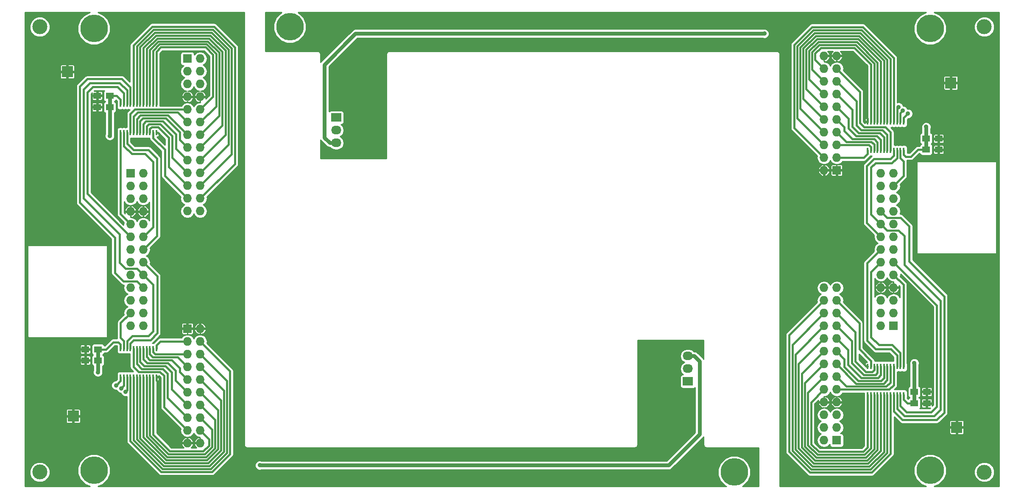
<source format=gtl>
G04 #@! TF.FileFunction,Copper,L1,Top,Signal*
%FSLAX46Y46*%
G04 Gerber Fmt 4.6, Leading zero omitted, Abs format (unit mm)*
G04 Created by KiCad (PCBNEW 4.0.5+dfsg1-4) date Tue Feb 27 09:26:50 2018*
%MOMM*%
%LPD*%
G01*
G04 APERTURE LIST*
%ADD10C,0.150000*%
%ADD11R,1.500000X1.250000*%
%ADD12R,1.727200X1.727200*%
%ADD13O,1.727200X1.727200*%
%ADD14R,0.400000X1.100000*%
%ADD15C,3.000000*%
%ADD16C,5.500000*%
%ADD17R,2.235200X2.235200*%
%ADD18R,2.032000X1.727200*%
%ADD19O,2.032000X1.727200*%
%ADD20C,0.889000*%
%ADD21C,0.250000*%
%ADD22C,0.400000*%
%ADD23C,0.800000*%
G04 APERTURE END LIST*
D10*
D11*
X780900Y-96620600D03*
X-1719100Y-96620600D03*
X780900Y-98830400D03*
X-1719100Y-98830400D03*
X3143100Y-45922200D03*
X643100Y-45922200D03*
X3143100Y-48220900D03*
X643100Y-48220900D03*
D12*
X18644400Y-38530800D03*
D13*
X21184400Y-38530800D03*
X18644400Y-41070800D03*
X21184400Y-41070800D03*
X18644400Y-43610800D03*
X21184400Y-43610800D03*
X18644400Y-46150800D03*
X21184400Y-46150800D03*
X18644400Y-48690800D03*
X21184400Y-48690800D03*
X18644400Y-51230800D03*
X21184400Y-51230800D03*
X18644400Y-53770800D03*
X21184400Y-53770800D03*
X18644400Y-56310800D03*
X21184400Y-56310800D03*
X18644400Y-58850800D03*
X21184400Y-58850800D03*
X18644400Y-61390800D03*
X21184400Y-61390800D03*
X18644400Y-63930800D03*
X21184400Y-63930800D03*
X18644400Y-66470800D03*
X21184400Y-66470800D03*
X18644400Y-69010800D03*
X21184400Y-69010800D03*
D12*
X7291400Y-61440600D03*
D13*
X9831400Y-61440600D03*
X7291400Y-63980600D03*
X9831400Y-63980600D03*
X7291400Y-66520600D03*
X9831400Y-66520600D03*
X7291400Y-69060600D03*
X9831400Y-69060600D03*
X7291400Y-71600600D03*
X9831400Y-71600600D03*
X7291400Y-74140600D03*
X9831400Y-74140600D03*
X7291400Y-76680600D03*
X9831400Y-76680600D03*
X7291400Y-79220600D03*
X9831400Y-79220600D03*
X7291400Y-81760600D03*
X9831400Y-81760600D03*
X7291400Y-84300600D03*
X9831400Y-84300600D03*
X7291400Y-86840600D03*
X9831400Y-86840600D03*
X7291400Y-89380600D03*
X9831400Y-89380600D03*
X7291400Y-91920600D03*
X9831400Y-91920600D03*
D12*
X18644400Y-92496800D03*
D13*
X21184400Y-92496800D03*
X18644400Y-95036800D03*
X21184400Y-95036800D03*
X18644400Y-97576800D03*
X21184400Y-97576800D03*
X18644400Y-100116800D03*
X21184400Y-100116800D03*
X18644400Y-102656800D03*
X21184400Y-102656800D03*
X18644400Y-105196800D03*
X21184400Y-105196800D03*
X18644400Y-107736800D03*
X21184400Y-107736800D03*
X18644400Y-110276800D03*
X21184400Y-110276800D03*
X18644400Y-112816800D03*
X21184400Y-112816800D03*
X18644400Y-115356800D03*
X21184400Y-115356800D03*
D14*
X5290400Y-53318800D03*
X5940400Y-53318800D03*
X6590400Y-53318800D03*
X7240400Y-53318800D03*
X7890400Y-53318800D03*
X8540400Y-53318800D03*
X9190400Y-53318800D03*
X9840400Y-53318800D03*
X10490400Y-53318800D03*
X11140400Y-53318800D03*
X11790400Y-53318800D03*
X12440400Y-53318800D03*
X12440400Y-47618800D03*
X11790400Y-47618800D03*
X11140400Y-47618800D03*
X10490400Y-47618800D03*
X9840400Y-47618800D03*
X9190400Y-47618800D03*
X8540400Y-47618800D03*
X7890400Y-47618800D03*
X7240400Y-47618800D03*
X6590400Y-47618800D03*
X5940400Y-47618800D03*
X5290400Y-47618800D03*
D15*
X-10835600Y-121167800D03*
X-10835600Y-32167800D03*
D16*
X-16500Y-120825800D03*
X127834400Y-121167800D03*
X-16500Y-32509800D03*
D17*
X-5320500Y-41134300D03*
X-4152100Y-109968300D03*
D18*
X118570400Y-103047800D03*
D19*
X118570400Y-100507800D03*
X118570400Y-97967800D03*
D14*
X5290400Y-102150300D03*
X5940400Y-102150300D03*
X6590400Y-102150300D03*
X7240400Y-102150300D03*
X7890400Y-102150300D03*
X8540400Y-102150300D03*
X9190400Y-102150300D03*
X9840400Y-102150300D03*
X10490400Y-102150300D03*
X11140400Y-102150300D03*
X11790400Y-102150300D03*
X12440400Y-102150300D03*
X12440400Y-96450300D03*
X11790400Y-96450300D03*
X11140400Y-96450300D03*
X10490400Y-96450300D03*
X9840400Y-96450300D03*
X9190400Y-96450300D03*
X8540400Y-96450300D03*
X7890400Y-96450300D03*
X7240400Y-96450300D03*
X6590400Y-96450300D03*
X5940400Y-96450300D03*
X5290400Y-96450300D03*
X161640000Y-51187500D03*
X160990000Y-51187500D03*
X160340000Y-51187500D03*
X159690000Y-51187500D03*
X159040000Y-51187500D03*
X158390000Y-51187500D03*
X157740000Y-51187500D03*
X157090000Y-51187500D03*
X156440000Y-51187500D03*
X155790000Y-51187500D03*
X155140000Y-51187500D03*
X154490000Y-51187500D03*
X154490000Y-56887500D03*
X155140000Y-56887500D03*
X155790000Y-56887500D03*
X156440000Y-56887500D03*
X157090000Y-56887500D03*
X157740000Y-56887500D03*
X158390000Y-56887500D03*
X159040000Y-56887500D03*
X159690000Y-56887500D03*
X160340000Y-56887500D03*
X160990000Y-56887500D03*
X161640000Y-56887500D03*
D18*
X48360000Y-50290000D03*
D19*
X48360000Y-52830000D03*
X48360000Y-55370000D03*
D17*
X171082500Y-43369500D03*
X172250900Y-112203500D03*
D16*
X166946900Y-120828000D03*
X39096000Y-32170000D03*
X166946900Y-32512000D03*
D15*
X177766000Y-121170000D03*
X177766000Y-32170000D03*
D14*
X161640000Y-100019000D03*
X160990000Y-100019000D03*
X160340000Y-100019000D03*
X159690000Y-100019000D03*
X159040000Y-100019000D03*
X158390000Y-100019000D03*
X157740000Y-100019000D03*
X157090000Y-100019000D03*
X156440000Y-100019000D03*
X155790000Y-100019000D03*
X155140000Y-100019000D03*
X154490000Y-100019000D03*
X154490000Y-105719000D03*
X155140000Y-105719000D03*
X155790000Y-105719000D03*
X156440000Y-105719000D03*
X157090000Y-105719000D03*
X157740000Y-105719000D03*
X158390000Y-105719000D03*
X159040000Y-105719000D03*
X159690000Y-105719000D03*
X160340000Y-105719000D03*
X160990000Y-105719000D03*
X161640000Y-105719000D03*
D12*
X148286000Y-60841000D03*
D13*
X145746000Y-60841000D03*
X148286000Y-58301000D03*
X145746000Y-58301000D03*
X148286000Y-55761000D03*
X145746000Y-55761000D03*
X148286000Y-53221000D03*
X145746000Y-53221000D03*
X148286000Y-50681000D03*
X145746000Y-50681000D03*
X148286000Y-48141000D03*
X145746000Y-48141000D03*
X148286000Y-45601000D03*
X145746000Y-45601000D03*
X148286000Y-43061000D03*
X145746000Y-43061000D03*
X148286000Y-40521000D03*
X145746000Y-40521000D03*
X148286000Y-37981000D03*
X145746000Y-37981000D03*
D12*
X159639000Y-91897200D03*
D13*
X157099000Y-91897200D03*
X159639000Y-89357200D03*
X157099000Y-89357200D03*
X159639000Y-86817200D03*
X157099000Y-86817200D03*
X159639000Y-84277200D03*
X157099000Y-84277200D03*
X159639000Y-81737200D03*
X157099000Y-81737200D03*
X159639000Y-79197200D03*
X157099000Y-79197200D03*
X159639000Y-76657200D03*
X157099000Y-76657200D03*
X159639000Y-74117200D03*
X157099000Y-74117200D03*
X159639000Y-71577200D03*
X157099000Y-71577200D03*
X159639000Y-69037200D03*
X157099000Y-69037200D03*
X159639000Y-66497200D03*
X157099000Y-66497200D03*
X159639000Y-63957200D03*
X157099000Y-63957200D03*
X159639000Y-61417200D03*
X157099000Y-61417200D03*
D12*
X148286000Y-114807000D03*
D13*
X145746000Y-114807000D03*
X148286000Y-112267000D03*
X145746000Y-112267000D03*
X148286000Y-109727000D03*
X145746000Y-109727000D03*
X148286000Y-107187000D03*
X145746000Y-107187000D03*
X148286000Y-104647000D03*
X145746000Y-104647000D03*
X148286000Y-102107000D03*
X145746000Y-102107000D03*
X148286000Y-99567000D03*
X145746000Y-99567000D03*
X148286000Y-97027000D03*
X145746000Y-97027000D03*
X148286000Y-94487000D03*
X145746000Y-94487000D03*
X148286000Y-91947000D03*
X145746000Y-91947000D03*
X148286000Y-89407000D03*
X145746000Y-89407000D03*
X148286000Y-86867000D03*
X145746000Y-86867000D03*
X148286000Y-84327000D03*
X145746000Y-84327000D03*
D11*
X163787300Y-105116900D03*
X166287300Y-105116900D03*
X163787300Y-107415600D03*
X166287300Y-107415600D03*
X166149500Y-54507400D03*
X168649500Y-54507400D03*
X166149500Y-56717200D03*
X168649500Y-56717200D03*
D20*
X13894600Y-46150800D03*
X27191500Y-92505800D03*
X12904000Y-104380300D03*
X13640600Y-54824900D03*
X648500Y-50494200D03*
X-1713700Y-101192600D03*
X168644100Y-52145200D03*
X166281900Y-102843600D03*
X153289800Y-98512900D03*
X154026400Y-48957500D03*
X139738900Y-60832000D03*
X153035800Y-107187000D03*
X33084300Y-119810800D03*
X775500Y-101192600D03*
X3137700Y-53961300D03*
X163792700Y-99376500D03*
X166154900Y-52145200D03*
X133846100Y-33527000D03*
X4407700Y-103834200D03*
X162522700Y-49503600D03*
X5411000Y-104418400D03*
X161519400Y-48919400D03*
X6300000Y-105116900D03*
X160630400Y-48220900D03*
D21*
X18644400Y-46150800D02*
X13894600Y-46150800D01*
X18644400Y-47319200D02*
X18644400Y-47027100D01*
X21184400Y-47319200D02*
X18644400Y-47319200D01*
X21184400Y-46150800D02*
X21184400Y-47319200D01*
X21184400Y-114311700D02*
X21184400Y-115356800D01*
X21057400Y-114184700D02*
X21184400Y-114311700D01*
X18644400Y-114184700D02*
X21057400Y-114184700D01*
X18644400Y-115356800D02*
X18644400Y-114184700D01*
X21184400Y-92496800D02*
X21184400Y-93674200D01*
X27182500Y-92496800D02*
X27191500Y-92505800D01*
X21184400Y-92496800D02*
X27182500Y-92496800D01*
X18657100Y-92509500D02*
X18644400Y-92496800D01*
X21184400Y-93674200D02*
X18657100Y-93674200D01*
X18657100Y-93674200D02*
X18657100Y-92509500D01*
X18657100Y-93674200D02*
X18377700Y-93674200D01*
D22*
X12440400Y-102811800D02*
X12904000Y-103275400D01*
X12904000Y-103275400D02*
X12904000Y-104380300D01*
X12440400Y-102150300D02*
X12440400Y-102811800D01*
X12744100Y-53318800D02*
X13640600Y-54215300D01*
X13640600Y-54215300D02*
X13640600Y-54824900D01*
X12440400Y-53318800D02*
X12744100Y-53318800D01*
D21*
X643100Y-50488800D02*
X648500Y-50494200D01*
X643100Y-48220900D02*
X643100Y-50488800D01*
X9831400Y-70216500D02*
X7291400Y-70216500D01*
X7291400Y-70216500D02*
X7291400Y-69926000D01*
X7291400Y-69926000D02*
X7290600Y-69925200D01*
X9831400Y-69060600D02*
X9831400Y-70216500D01*
X9831400Y-67906700D02*
X7291400Y-67906700D01*
X7291400Y-67906700D02*
X7291400Y-69060600D01*
X9831400Y-69060600D02*
X9831400Y-67906700D01*
X-1719100Y-101187200D02*
X-1713700Y-101192600D01*
X-1719100Y-98830400D02*
X-1719100Y-101187200D01*
X168649500Y-54507400D02*
X168649500Y-52150600D01*
X168649500Y-52150600D02*
X168644100Y-52145200D01*
X157099000Y-84277200D02*
X157099000Y-85431100D01*
X159639000Y-85431100D02*
X159639000Y-84277200D01*
X157099000Y-85431100D02*
X159639000Y-85431100D01*
X157099000Y-84277200D02*
X157099000Y-83121300D01*
X159639000Y-83411800D02*
X159639800Y-83412600D01*
X159639000Y-83121300D02*
X159639000Y-83411800D01*
X157099000Y-83121300D02*
X159639000Y-83121300D01*
X166287300Y-105116900D02*
X166287300Y-102849000D01*
X166287300Y-102849000D02*
X166281900Y-102843600D01*
D22*
X154490000Y-100019000D02*
X154186300Y-100019000D01*
X153289800Y-99122500D02*
X153289800Y-98512900D01*
X154186300Y-100019000D02*
X153289800Y-99122500D01*
X154490000Y-51187500D02*
X154490000Y-50526000D01*
X154026400Y-50062400D02*
X154026400Y-48957500D01*
X154490000Y-50526000D02*
X154026400Y-50062400D01*
D21*
X148273300Y-59663600D02*
X148552700Y-59663600D01*
X148273300Y-59663600D02*
X148273300Y-60828300D01*
X145746000Y-59663600D02*
X148273300Y-59663600D01*
X148273300Y-60828300D02*
X148286000Y-60841000D01*
X145746000Y-60841000D02*
X139747900Y-60841000D01*
X139747900Y-60841000D02*
X139738900Y-60832000D01*
X145746000Y-60841000D02*
X145746000Y-59663600D01*
X148286000Y-37981000D02*
X148286000Y-39153100D01*
X148286000Y-39153100D02*
X145873000Y-39153100D01*
X145873000Y-39153100D02*
X145746000Y-39026100D01*
X145746000Y-39026100D02*
X145746000Y-37981000D01*
X145746000Y-107187000D02*
X145746000Y-106018600D01*
X145746000Y-106018600D02*
X148286000Y-106018600D01*
X148286000Y-106018600D02*
X148286000Y-106310700D01*
X148286000Y-107187000D02*
X153035800Y-107187000D01*
D22*
X18634988Y-48681388D02*
X18644400Y-48690800D01*
X8163612Y-48681388D02*
X18634988Y-48681388D01*
X7240400Y-49604600D02*
X8163612Y-48681388D01*
X7240400Y-53318800D02*
X7240400Y-49604600D01*
X159690000Y-100019000D02*
X159690000Y-103733200D01*
X159690000Y-103733200D02*
X158766788Y-104656412D01*
X158766788Y-104656412D02*
X148295412Y-104656412D01*
X148295412Y-104656412D02*
X148286000Y-104647000D01*
X23749800Y-37743400D02*
X23749800Y-46125400D01*
X23749800Y-46125400D02*
X21184400Y-48690800D01*
X22251200Y-36244800D02*
X23749800Y-37743400D01*
X13335800Y-36244800D02*
X22251200Y-36244800D01*
X12440400Y-37140200D02*
X13335800Y-36244800D01*
X12440400Y-47618800D02*
X12440400Y-37140200D01*
X154490000Y-105719000D02*
X154490000Y-116197600D01*
X154490000Y-116197600D02*
X153594600Y-117093000D01*
X153594600Y-117093000D02*
X144679200Y-117093000D01*
X144679200Y-117093000D02*
X143180600Y-115594400D01*
X143180600Y-107212400D02*
X145746000Y-104647000D01*
X143180600Y-115594400D02*
X143180600Y-107212400D01*
X16684990Y-49271390D02*
X18644400Y-51230800D01*
X8716610Y-49271390D02*
X16684990Y-49271390D01*
X7890400Y-50097600D02*
X8716610Y-49271390D01*
X7890400Y-53318800D02*
X7890400Y-50097600D01*
X159040000Y-100019000D02*
X159040000Y-103240200D01*
X159040000Y-103240200D02*
X158213790Y-104066410D01*
X158213790Y-104066410D02*
X150245410Y-104066410D01*
X150245410Y-104066410D02*
X148286000Y-102107000D01*
X21184400Y-51230800D02*
X24384800Y-48030400D01*
X24384800Y-48030400D02*
X24384800Y-37544012D01*
X24384800Y-37544012D02*
X22495586Y-35654798D01*
X22495586Y-35654798D02*
X13091414Y-35654798D01*
X13091414Y-35654798D02*
X11790400Y-36955812D01*
X11790400Y-36955812D02*
X11790400Y-47618800D01*
X155140000Y-116381988D02*
X155140000Y-105719000D01*
X153838986Y-117683002D02*
X155140000Y-116381988D01*
X144434814Y-117683002D02*
X153838986Y-117683002D01*
X142545600Y-115793788D02*
X144434814Y-117683002D01*
X142545600Y-105307400D02*
X142545600Y-115793788D01*
X145746000Y-102107000D02*
X142545600Y-105307400D01*
X18644400Y-53770800D02*
X14734992Y-49861392D01*
X14734992Y-49861392D02*
X9269608Y-49861392D01*
X9269608Y-49861392D02*
X8540400Y-50590600D01*
X8540400Y-50590600D02*
X8540400Y-53318800D01*
X158390000Y-102747200D02*
X158390000Y-100019000D01*
X157660792Y-103476408D02*
X158390000Y-102747200D01*
X152195408Y-103476408D02*
X157660792Y-103476408D01*
X148286000Y-99567000D02*
X152195408Y-103476408D01*
X21184400Y-53770800D02*
X24994400Y-49960800D01*
X24994400Y-49960800D02*
X24994400Y-37319224D01*
X24994400Y-37319224D02*
X22739972Y-35064796D01*
X11140400Y-36771424D02*
X11140400Y-47618800D01*
X12847028Y-35064796D02*
X22739972Y-35064796D01*
X11140400Y-36771424D02*
X12847028Y-35064796D01*
X155790000Y-116566376D02*
X154083372Y-118273004D01*
X154083372Y-118273004D02*
X144190428Y-118273004D01*
X155790000Y-116566376D02*
X155790000Y-105719000D01*
X141936000Y-116018576D02*
X144190428Y-118273004D01*
X141936000Y-103377000D02*
X141936000Y-116018576D01*
X145746000Y-99567000D02*
X141936000Y-103377000D01*
X17107700Y-53224700D02*
X17107700Y-54774100D01*
X17107700Y-54774100D02*
X18644400Y-56310800D01*
X14334394Y-50451394D02*
X17107700Y-53224700D01*
X9771806Y-50451394D02*
X14334394Y-50451394D01*
X9190400Y-51032800D02*
X9771806Y-50451394D01*
X9190400Y-53318800D02*
X9190400Y-51032800D01*
X157740000Y-100019000D02*
X157740000Y-102305000D01*
X157740000Y-102305000D02*
X157158594Y-102886406D01*
X157158594Y-102886406D02*
X152596006Y-102886406D01*
X152596006Y-102886406D02*
X149822700Y-100113100D01*
X149822700Y-98563700D02*
X148286000Y-97027000D01*
X149822700Y-100113100D02*
X149822700Y-98563700D01*
X21184400Y-56310800D02*
X25629400Y-51865800D01*
X25629400Y-51865800D02*
X25629400Y-37119836D01*
X25629400Y-37119836D02*
X22984358Y-34474794D01*
X22984358Y-34474794D02*
X12602642Y-34474794D01*
X12602642Y-34474794D02*
X10490400Y-36587036D01*
X10490400Y-36587036D02*
X10490400Y-47618800D01*
X156440000Y-116750764D02*
X156440000Y-105719000D01*
X154327758Y-118863006D02*
X156440000Y-116750764D01*
X143946042Y-118863006D02*
X154327758Y-118863006D01*
X141301000Y-116217964D02*
X143946042Y-118863006D01*
X141301000Y-101472000D02*
X141301000Y-116217964D01*
X145746000Y-97027000D02*
X141301000Y-101472000D01*
X18644400Y-58850800D02*
X16358400Y-56564800D01*
X16358400Y-56564800D02*
X16358400Y-53643800D01*
X16358400Y-53643800D02*
X13755996Y-51041396D01*
X13755996Y-51041396D02*
X10375604Y-51041396D01*
X10375604Y-51041396D02*
X9840400Y-51576600D01*
X9840400Y-51576600D02*
X9840400Y-53318800D01*
X157090000Y-101761200D02*
X157090000Y-100019000D01*
X156554796Y-102296404D02*
X157090000Y-101761200D01*
X153174404Y-102296404D02*
X156554796Y-102296404D01*
X150572000Y-99694000D02*
X153174404Y-102296404D01*
X150572000Y-96773000D02*
X150572000Y-99694000D01*
X148286000Y-94487000D02*
X150572000Y-96773000D01*
X26264400Y-36920448D02*
X26264400Y-53770800D01*
X26264400Y-53770800D02*
X21184400Y-58850800D01*
X23228744Y-33884792D02*
X26264400Y-36920448D01*
X12358256Y-33884792D02*
X23228744Y-33884792D01*
X9840400Y-36402648D02*
X12358256Y-33884792D01*
X9840400Y-47618800D02*
X9840400Y-36402648D01*
X157090000Y-105719000D02*
X157090000Y-116935152D01*
X157090000Y-116935152D02*
X154572144Y-119453008D01*
X154572144Y-119453008D02*
X143701656Y-119453008D01*
X143701656Y-119453008D02*
X140666000Y-116417352D01*
X140666000Y-99567000D02*
X145746000Y-94487000D01*
X140666000Y-116417352D02*
X140666000Y-99567000D01*
X10490400Y-53318800D02*
X10490400Y-52044200D01*
X10490400Y-52044200D02*
X10903202Y-51631398D01*
X10903202Y-51631398D02*
X13224586Y-51631398D01*
X13224586Y-51631398D02*
X15596400Y-54003212D01*
X15596400Y-54003212D02*
X15596400Y-58342800D01*
X15596400Y-58342800D02*
X18644400Y-61390800D01*
X151334000Y-94995000D02*
X148286000Y-91947000D01*
X151334000Y-99334588D02*
X151334000Y-94995000D01*
X153705814Y-101706402D02*
X151334000Y-99334588D01*
X156027198Y-101706402D02*
X153705814Y-101706402D01*
X156440000Y-101293600D02*
X156027198Y-101706402D01*
X156440000Y-100019000D02*
X156440000Y-101293600D01*
X12113870Y-33294790D02*
X9190400Y-36218260D01*
X9190400Y-36218260D02*
X9190400Y-47618800D01*
X23473130Y-33294790D02*
X12113870Y-33294790D01*
X26874000Y-36695660D02*
X23473130Y-33294790D01*
X26874000Y-55701200D02*
X26874000Y-36695660D01*
X21184400Y-61390800D02*
X26874000Y-55701200D01*
X145746000Y-91947000D02*
X140056400Y-97636600D01*
X140056400Y-97636600D02*
X140056400Y-116642140D01*
X140056400Y-116642140D02*
X143457270Y-120043010D01*
X143457270Y-120043010D02*
X154816530Y-120043010D01*
X157740000Y-117119540D02*
X157740000Y-105719000D01*
X154816530Y-120043010D02*
X157740000Y-117119540D01*
X14897900Y-60184300D02*
X14897900Y-54342300D01*
X14897900Y-54342300D02*
X12777000Y-52221400D01*
X12777000Y-52221400D02*
X11507000Y-52221400D01*
X11507000Y-52221400D02*
X11140400Y-52588000D01*
X11140400Y-52588000D02*
X11140400Y-53318800D01*
X18644400Y-63930800D02*
X14897900Y-60184300D01*
X148286000Y-89407000D02*
X152032500Y-93153500D01*
X155790000Y-100749800D02*
X155790000Y-100019000D01*
X155423400Y-101116400D02*
X155790000Y-100749800D01*
X154153400Y-101116400D02*
X155423400Y-101116400D01*
X152032500Y-98995500D02*
X154153400Y-101116400D01*
X152032500Y-93153500D02*
X152032500Y-98995500D01*
X8540400Y-36033872D02*
X11869484Y-32704788D01*
X11869484Y-32704788D02*
X23717516Y-32704788D01*
X23717516Y-32704788D02*
X27483600Y-36470872D01*
X27483600Y-36470872D02*
X27483600Y-57631600D01*
X27483600Y-57631600D02*
X21184400Y-63930800D01*
X8540400Y-47618800D02*
X8540400Y-36033872D01*
X158390000Y-105719000D02*
X158390000Y-117303928D01*
X139446800Y-95706200D02*
X145746000Y-89407000D01*
X139446800Y-116866928D02*
X139446800Y-95706200D01*
X143212884Y-120633012D02*
X139446800Y-116866928D01*
X155060916Y-120633012D02*
X143212884Y-120633012D01*
X158390000Y-117303928D02*
X155060916Y-120633012D01*
X14123200Y-61949600D02*
X18644400Y-66470800D01*
X11790400Y-54397100D02*
X14123200Y-56729900D01*
X14123200Y-56729900D02*
X14123200Y-61949600D01*
X11790400Y-53318800D02*
X11790400Y-54397100D01*
X155140000Y-100019000D02*
X155140000Y-98940700D01*
X152807200Y-96607900D02*
X152807200Y-91388200D01*
X155140000Y-98940700D02*
X152807200Y-96607900D01*
X152807200Y-91388200D02*
X148286000Y-86867000D01*
X28118600Y-59536600D02*
X28118600Y-36271484D01*
X28118600Y-36271484D02*
X23961902Y-32114786D01*
X23961902Y-32114786D02*
X11625098Y-32114786D01*
X11625098Y-32114786D02*
X7890400Y-35849484D01*
X7890400Y-35849484D02*
X7890400Y-47618800D01*
X21184400Y-66470800D02*
X28118600Y-59536600D01*
X145746000Y-86867000D02*
X138811800Y-93801200D01*
X159040000Y-117488316D02*
X159040000Y-105719000D01*
X155305302Y-121223014D02*
X159040000Y-117488316D01*
X142968498Y-121223014D02*
X155305302Y-121223014D01*
X138811800Y-117066316D02*
X142968498Y-121223014D01*
X138811800Y-93801200D02*
X138811800Y-117066316D01*
X5290400Y-95623700D02*
X4877600Y-95210900D01*
X4877600Y-95210900D02*
X3836200Y-95210900D01*
X5290400Y-96450300D02*
X5290400Y-95623700D01*
D23*
X770100Y-96620600D02*
X770100Y-98830400D01*
X775500Y-98835800D02*
X770100Y-98830400D01*
X120917500Y-113613200D02*
X114719900Y-119810800D01*
X114719900Y-119810800D02*
X33084300Y-119810800D01*
X775500Y-98835800D02*
X775500Y-101192600D01*
D22*
X5290400Y-46690600D02*
X4522000Y-45922200D01*
X4522000Y-45922200D02*
X3143100Y-45922200D01*
X5290400Y-47618800D02*
X5290400Y-46690600D01*
D23*
X3143100Y-45922200D02*
X3143100Y-48220900D01*
X3137700Y-48226300D02*
X3143100Y-48220900D01*
X3137700Y-53961300D02*
X3137700Y-48226300D01*
D22*
X2426500Y-96620600D02*
X780900Y-96620600D01*
X3836200Y-95210900D02*
X2426500Y-96620600D01*
D23*
X120917500Y-99033600D02*
X120917500Y-113613200D01*
X119851700Y-97967800D02*
X120917500Y-99033600D01*
X119851700Y-97967800D02*
X118570400Y-97967800D01*
X47078700Y-55370000D02*
X48360000Y-55370000D01*
X47078700Y-55370000D02*
X46012900Y-54304200D01*
X46012900Y-54304200D02*
X46012900Y-39724600D01*
D22*
X163094200Y-58126900D02*
X164503900Y-56717200D01*
X164503900Y-56717200D02*
X166149500Y-56717200D01*
D23*
X163792700Y-99376500D02*
X163792700Y-105111500D01*
X163792700Y-105111500D02*
X163787300Y-105116900D01*
X163787300Y-107415600D02*
X163787300Y-105116900D01*
D22*
X161640000Y-105719000D02*
X161640000Y-106647200D01*
X162408400Y-107415600D02*
X163787300Y-107415600D01*
X161640000Y-106647200D02*
X162408400Y-107415600D01*
D23*
X166154900Y-54502000D02*
X166154900Y-52145200D01*
X52210500Y-33527000D02*
X133846100Y-33527000D01*
X46012900Y-39724600D02*
X52210500Y-33527000D01*
X166154900Y-54502000D02*
X166160300Y-54507400D01*
X166160300Y-56717200D02*
X166160300Y-54507400D01*
D22*
X161640000Y-56887500D02*
X161640000Y-57714100D01*
X162052800Y-58126900D02*
X163094200Y-58126900D01*
X161640000Y-57714100D02*
X162052800Y-58126900D01*
X27112012Y-100964412D02*
X21184400Y-95036800D01*
X27112012Y-117568716D02*
X27112012Y-100964412D01*
X23559314Y-121121414D02*
X27112012Y-117568716D01*
X13403098Y-121121414D02*
X23559314Y-121121414D01*
X7240400Y-114958716D02*
X13403098Y-121121414D01*
X7240400Y-102150300D02*
X7240400Y-114958716D01*
X159690000Y-51187500D02*
X159690000Y-38379084D01*
X159690000Y-38379084D02*
X153527302Y-32216386D01*
X153527302Y-32216386D02*
X143371086Y-32216386D01*
X143371086Y-32216386D02*
X139818388Y-35769084D01*
X139818388Y-35769084D02*
X139818388Y-52373388D01*
X139818388Y-52373388D02*
X145746000Y-58301000D01*
X18644400Y-95036800D02*
X13217800Y-95036800D01*
X13217800Y-95036800D02*
X12440400Y-95814200D01*
X12440400Y-95814200D02*
X12440400Y-96450300D01*
X154490000Y-57523600D02*
X154490000Y-56887500D01*
X153712600Y-58301000D02*
X154490000Y-57523600D01*
X148286000Y-58301000D02*
X153712600Y-58301000D01*
X26522010Y-102914410D02*
X21184400Y-97576800D01*
X26522010Y-117324330D02*
X26522010Y-102914410D01*
X23314928Y-120531412D02*
X26522010Y-117324330D01*
X13647484Y-120531412D02*
X23314928Y-120531412D01*
X7890400Y-114774328D02*
X13647484Y-120531412D01*
X7890400Y-102150300D02*
X7890400Y-114774328D01*
X159040000Y-51187500D02*
X159040000Y-38563472D01*
X159040000Y-38563472D02*
X153282916Y-32806388D01*
X153282916Y-32806388D02*
X143615472Y-32806388D01*
X143615472Y-32806388D02*
X140408390Y-36013470D01*
X140408390Y-36013470D02*
X140408390Y-50423390D01*
X140408390Y-50423390D02*
X145746000Y-55761000D01*
X18644400Y-97576800D02*
X12221900Y-97576800D01*
X12221900Y-97576800D02*
X11790400Y-97145300D01*
X11790400Y-97145300D02*
X11790400Y-96450300D01*
X155140000Y-56192500D02*
X155140000Y-56887500D01*
X154708500Y-55761000D02*
X155140000Y-56192500D01*
X148286000Y-55761000D02*
X154708500Y-55761000D01*
X13891870Y-119941410D02*
X23070542Y-119941410D01*
X8540400Y-114589940D02*
X13891870Y-119941410D01*
X8540400Y-102150300D02*
X8540400Y-114589940D01*
X23070542Y-119941410D02*
X25932008Y-117079944D01*
X25932008Y-117079944D02*
X25932008Y-104864408D01*
X25932008Y-104864408D02*
X21184400Y-100116800D01*
X140998392Y-48473392D02*
X145746000Y-53221000D01*
X140998392Y-36257856D02*
X140998392Y-48473392D01*
X143859858Y-33396390D02*
X140998392Y-36257856D01*
X158390000Y-51187500D02*
X158390000Y-38747860D01*
X158390000Y-38747860D02*
X153038530Y-33396390D01*
X153038530Y-33396390D02*
X143859858Y-33396390D01*
X11140400Y-96450300D02*
X11140400Y-97625600D01*
X11140400Y-97625600D02*
X11681602Y-98166802D01*
X11681602Y-98166802D02*
X16694402Y-98166802D01*
X16694402Y-98166802D02*
X18644400Y-100116800D01*
X150235998Y-55170998D02*
X148286000Y-53221000D01*
X155248798Y-55170998D02*
X150235998Y-55170998D01*
X155790000Y-55712200D02*
X155248798Y-55170998D01*
X155790000Y-56887500D02*
X155790000Y-55712200D01*
X14136256Y-119351408D02*
X22826156Y-119351408D01*
X9190400Y-114405552D02*
X14136256Y-119351408D01*
X9190400Y-102150300D02*
X9190400Y-114405552D01*
X22826156Y-119351408D02*
X25342006Y-116835558D01*
X25342006Y-116835558D02*
X25342006Y-106814406D01*
X25342006Y-106814406D02*
X21184400Y-102656800D01*
X141588394Y-46523394D02*
X145746000Y-50681000D01*
X141588394Y-36502242D02*
X141588394Y-46523394D01*
X144104244Y-33986392D02*
X141588394Y-36502242D01*
X157740000Y-51187500D02*
X157740000Y-38932248D01*
X157740000Y-38932248D02*
X152794144Y-33986392D01*
X152794144Y-33986392D02*
X144104244Y-33986392D01*
X10490400Y-96450300D02*
X10490400Y-98105900D01*
X10490400Y-98105900D02*
X11141304Y-98756804D01*
X11141304Y-98756804D02*
X15522804Y-98756804D01*
X15522804Y-98756804D02*
X17145800Y-100379800D01*
X17145800Y-100379800D02*
X17145800Y-101158200D01*
X17145800Y-101158200D02*
X18644400Y-102656800D01*
X149784600Y-52179600D02*
X148286000Y-50681000D01*
X149784600Y-52958000D02*
X149784600Y-52179600D01*
X151407596Y-54580996D02*
X149784600Y-52958000D01*
X155789096Y-54580996D02*
X151407596Y-54580996D01*
X156440000Y-55231900D02*
X155789096Y-54580996D01*
X156440000Y-56887500D02*
X156440000Y-55231900D01*
X14380642Y-118761406D02*
X22581770Y-118761406D01*
X9840400Y-114221164D02*
X14380642Y-118761406D01*
X9840400Y-102150300D02*
X9840400Y-114221164D01*
X22581770Y-118761406D02*
X24752004Y-116591172D01*
X24752004Y-116591172D02*
X24752004Y-108764404D01*
X24752004Y-108764404D02*
X21184400Y-105196800D01*
X142178396Y-44573396D02*
X145746000Y-48141000D01*
X142178396Y-36746628D02*
X142178396Y-44573396D01*
X144348630Y-34576394D02*
X142178396Y-36746628D01*
X157090000Y-51187500D02*
X157090000Y-39116636D01*
X157090000Y-39116636D02*
X152549758Y-34576394D01*
X152549758Y-34576394D02*
X144348630Y-34576394D01*
X10613706Y-99346806D02*
X9840400Y-98573500D01*
X9840400Y-98573500D02*
X9840400Y-96450300D01*
X14779306Y-99346806D02*
X10613706Y-99346806D01*
X16294900Y-100862400D02*
X14779306Y-99346806D01*
X16294900Y-102847300D02*
X16294900Y-100862400D01*
X18644400Y-105196800D02*
X16294900Y-102847300D01*
X148286000Y-48141000D02*
X150635500Y-50490500D01*
X150635500Y-50490500D02*
X150635500Y-52475400D01*
X150635500Y-52475400D02*
X152151094Y-53990994D01*
X152151094Y-53990994D02*
X156316694Y-53990994D01*
X157090000Y-54764300D02*
X157090000Y-56887500D01*
X156316694Y-53990994D02*
X157090000Y-54764300D01*
X14625028Y-118171404D02*
X22337384Y-118171404D01*
X10490400Y-114036776D02*
X14625028Y-118171404D01*
X10490400Y-102150300D02*
X10490400Y-114036776D01*
X22337384Y-118171404D02*
X24162002Y-116346786D01*
X24162002Y-116346786D02*
X24162002Y-110714402D01*
X24162002Y-110714402D02*
X21184400Y-107736800D01*
X142768398Y-42623398D02*
X145746000Y-45601000D01*
X142768398Y-36991014D02*
X142768398Y-42623398D01*
X144593016Y-35166396D02*
X142768398Y-36991014D01*
X156440000Y-51187500D02*
X156440000Y-39301024D01*
X156440000Y-39301024D02*
X152305372Y-35166396D01*
X152305372Y-35166396D02*
X144593016Y-35166396D01*
X9190400Y-96450300D02*
X9190400Y-99091900D01*
X9190400Y-99091900D02*
X10035308Y-99936808D01*
X10035308Y-99936808D02*
X14239008Y-99936808D01*
X14239008Y-99936808D02*
X15494800Y-101192600D01*
X15494800Y-101192600D02*
X15494800Y-104587200D01*
X15494800Y-104587200D02*
X18644400Y-107736800D01*
X151435600Y-48750600D02*
X148286000Y-45601000D01*
X151435600Y-52145200D02*
X151435600Y-48750600D01*
X152691392Y-53400992D02*
X151435600Y-52145200D01*
X156895092Y-53400992D02*
X152691392Y-53400992D01*
X157740000Y-54245900D02*
X156895092Y-53400992D01*
X157740000Y-56887500D02*
X157740000Y-54245900D01*
X14869414Y-117581402D02*
X22092998Y-117581402D01*
X11140400Y-113852388D02*
X14869414Y-117581402D01*
X11140400Y-102150300D02*
X11140400Y-113852388D01*
X22092998Y-117581402D02*
X23572000Y-116102400D01*
X23572000Y-116102400D02*
X23572000Y-112664400D01*
X23572000Y-112664400D02*
X21184400Y-110276800D01*
X143358400Y-40673400D02*
X145746000Y-43061000D01*
X143358400Y-37235400D02*
X143358400Y-40673400D01*
X144837402Y-35756398D02*
X143358400Y-37235400D01*
X155790000Y-51187500D02*
X155790000Y-39485412D01*
X155790000Y-39485412D02*
X152060986Y-35756398D01*
X152060986Y-35756398D02*
X144837402Y-35756398D01*
X9495010Y-100526810D02*
X8540400Y-99572200D01*
X8540400Y-99572200D02*
X8540400Y-96450300D01*
X13711410Y-100526810D02*
X9495010Y-100526810D01*
X14694700Y-101510100D02*
X13711410Y-100526810D01*
X14694700Y-106327100D02*
X14694700Y-101510100D01*
X18644400Y-110276800D02*
X14694700Y-106327100D01*
X148286000Y-43061000D02*
X152235700Y-47010700D01*
X152235700Y-47010700D02*
X152235700Y-51827700D01*
X152235700Y-51827700D02*
X153218990Y-52810990D01*
X153218990Y-52810990D02*
X157435390Y-52810990D01*
X158390000Y-53765600D02*
X158390000Y-56887500D01*
X157435390Y-52810990D02*
X158390000Y-53765600D01*
X15113800Y-116991400D02*
X21819400Y-116991400D01*
X11790400Y-113668000D02*
X15113800Y-116991400D01*
X11790400Y-102150300D02*
X11790400Y-113668000D01*
X21819400Y-116991400D02*
X22962400Y-115848400D01*
X22962400Y-115848400D02*
X22962400Y-114594800D01*
X22962400Y-114594800D02*
X21184400Y-112816800D01*
X143968000Y-38743000D02*
X145746000Y-40521000D01*
X143968000Y-37489400D02*
X143968000Y-38743000D01*
X145111000Y-36346400D02*
X143968000Y-37489400D01*
X155140000Y-51187500D02*
X155140000Y-39669800D01*
X155140000Y-39669800D02*
X151816600Y-36346400D01*
X151816600Y-36346400D02*
X145111000Y-36346400D01*
X7890400Y-96450300D02*
X7890400Y-100090600D01*
X7890400Y-100090600D02*
X8916612Y-101116812D01*
X8916612Y-101116812D02*
X13183812Y-101116812D01*
X13183812Y-101116812D02*
X14008900Y-101941900D01*
X14008900Y-101941900D02*
X14008900Y-108181300D01*
X14008900Y-108181300D02*
X18644400Y-112816800D01*
X152921500Y-45156500D02*
X148286000Y-40521000D01*
X152921500Y-51395900D02*
X152921500Y-45156500D01*
X153746588Y-52220988D02*
X152921500Y-51395900D01*
X158013788Y-52220988D02*
X153746588Y-52220988D01*
X159040000Y-53247200D02*
X158013788Y-52220988D01*
X159040000Y-56887500D02*
X159040000Y-53247200D01*
X5296700Y-102156600D02*
X5290400Y-102150300D01*
X5290400Y-102150300D02*
X5290400Y-102951500D01*
X5290400Y-102951500D02*
X4407700Y-103834200D01*
X161640000Y-50386300D02*
X162522700Y-49503600D01*
X161640000Y-51187500D02*
X161640000Y-50386300D01*
X161633700Y-51181200D02*
X161640000Y-51187500D01*
X5940400Y-103889000D02*
X5940400Y-102150300D01*
X5940400Y-103889000D02*
X5411000Y-104418400D01*
X11773700Y-72198300D02*
X9831400Y-74140600D01*
X5940400Y-55976600D02*
X7544600Y-57580800D01*
X7544600Y-57580800D02*
X10198900Y-57580800D01*
X5940400Y-53318800D02*
X5940400Y-55976600D01*
X10198900Y-57580800D02*
X11773700Y-59155600D01*
X11773700Y-59155600D02*
X11773700Y-72198300D01*
X155156700Y-94182200D02*
X155156700Y-81139500D01*
X156731500Y-95757000D02*
X155156700Y-94182200D01*
X160990000Y-100019000D02*
X160990000Y-97361200D01*
X159385800Y-95757000D02*
X156731500Y-95757000D01*
X160990000Y-97361200D02*
X159385800Y-95757000D01*
X155156700Y-81139500D02*
X157099000Y-79197200D01*
X160990000Y-49448800D02*
X161519400Y-48919400D01*
X160990000Y-49448800D02*
X160990000Y-51187500D01*
X7240400Y-95438900D02*
X7240400Y-96450300D01*
X7240400Y-95438900D02*
X7925600Y-94753700D01*
X12624600Y-82013800D02*
X12624600Y-93369400D01*
X11240300Y-94753700D02*
X12624600Y-93369400D01*
X7925600Y-94753700D02*
X11240300Y-94753700D01*
X9831400Y-79220600D02*
X12624600Y-82013800D01*
X157099000Y-74117200D02*
X154305800Y-71324000D01*
X159004800Y-58584100D02*
X155690100Y-58584100D01*
X155690100Y-58584100D02*
X154305800Y-59968400D01*
X154305800Y-71324000D02*
X154305800Y-59968400D01*
X159690000Y-57898900D02*
X159004800Y-58584100D01*
X159690000Y-57898900D02*
X159690000Y-56887500D01*
X6590400Y-44828300D02*
X5138498Y-43376398D01*
X5118900Y-73633600D02*
X-2080904Y-66433796D01*
X-2080904Y-44663804D02*
X-2080904Y-66433796D01*
X-793498Y-43376398D02*
X-2080904Y-44663804D01*
X5138498Y-43376398D02*
X-793498Y-43376398D01*
X6590400Y-47618800D02*
X6590400Y-44828300D01*
X11773700Y-83702900D02*
X9831400Y-81760600D01*
X6590400Y-96450300D02*
X6590400Y-94958600D01*
X6590400Y-94958600D02*
X7620800Y-93928200D01*
X10897400Y-93928200D02*
X11773700Y-93051900D01*
X7620800Y-93928200D02*
X10897400Y-93928200D01*
X11773700Y-93051900D02*
X11773700Y-83702900D01*
X8562400Y-80491600D02*
X6274600Y-80491600D01*
X6274600Y-80491600D02*
X5118900Y-79335900D01*
X5118900Y-79335900D02*
X5118900Y-73633600D01*
X9831400Y-81760600D02*
X8562400Y-80491600D01*
X157099000Y-71577200D02*
X158368000Y-72846200D01*
X161811500Y-74001900D02*
X161811500Y-79704200D01*
X160655800Y-72846200D02*
X161811500Y-74001900D01*
X158368000Y-72846200D02*
X160655800Y-72846200D01*
X155156700Y-60285900D02*
X155156700Y-69634900D01*
X159309600Y-59409600D02*
X156033000Y-59409600D01*
X156033000Y-59409600D02*
X155156700Y-60285900D01*
X160340000Y-58379200D02*
X159309600Y-59409600D01*
X160340000Y-56887500D02*
X160340000Y-58379200D01*
X155156700Y-69634900D02*
X157099000Y-71577200D01*
X160340000Y-105719000D02*
X160340000Y-108509500D01*
X161791902Y-109961402D02*
X167723898Y-109961402D01*
X167723898Y-109961402D02*
X169011304Y-108673996D01*
X169011304Y-108673996D02*
X169011304Y-86904004D01*
X161811500Y-79704200D02*
X169011304Y-86904004D01*
X160340000Y-108509500D02*
X161791902Y-109961402D01*
X7291400Y-71600600D02*
X5290400Y-69599600D01*
X5290400Y-69599600D02*
X5290400Y-53318800D01*
X161640000Y-83738200D02*
X161640000Y-100019000D01*
X159639000Y-81737200D02*
X161640000Y-83738200D01*
X-1355384Y-42595896D02*
X-2836006Y-44076518D01*
X-2836006Y-44076518D02*
X-2836006Y-67304294D01*
X-2836006Y-67304294D02*
X4153700Y-74294000D01*
X8562400Y-83031600D02*
X5868200Y-83031600D01*
X5868200Y-83031600D02*
X4153700Y-81317100D01*
X4153700Y-81317100D02*
X4153700Y-74294000D01*
X9831400Y-84300600D02*
X8562400Y-83031600D01*
X5547984Y-42595896D02*
X-1355384Y-42595896D01*
X7240400Y-44288312D02*
X5547984Y-42595896D01*
X7240400Y-47618800D02*
X7240400Y-44288312D01*
X159690000Y-105719000D02*
X159690000Y-109049488D01*
X159690000Y-109049488D02*
X161382416Y-110741904D01*
X161382416Y-110741904D02*
X168285784Y-110741904D01*
X157099000Y-69037200D02*
X158368000Y-70306200D01*
X162776700Y-72020700D02*
X162776700Y-79043800D01*
X161062200Y-70306200D02*
X162776700Y-72020700D01*
X158368000Y-70306200D02*
X161062200Y-70306200D01*
X169766406Y-86033506D02*
X162776700Y-79043800D01*
X169766406Y-109261282D02*
X169766406Y-86033506D01*
X168285784Y-110741904D02*
X169766406Y-109261282D01*
X5940400Y-47618800D02*
X5940400Y-45410200D01*
X5940400Y-45410200D02*
X4712500Y-44182300D01*
X4712500Y-44182300D02*
X-253200Y-44182300D01*
X-253200Y-44182300D02*
X-1338502Y-45267602D01*
X-1338502Y-45267602D02*
X-1338502Y-65510698D01*
X-1338502Y-65510698D02*
X7291400Y-74140600D01*
X168268902Y-87827102D02*
X159639000Y-79197200D01*
X168268902Y-108070198D02*
X168268902Y-87827102D01*
X167183600Y-109155500D02*
X168268902Y-108070198D01*
X162217900Y-109155500D02*
X167183600Y-109155500D01*
X160990000Y-107927600D02*
X162217900Y-109155500D01*
X160990000Y-105719000D02*
X160990000Y-107927600D01*
X5309400Y-91362600D02*
X7291400Y-89380600D01*
X5940400Y-94927500D02*
X5309400Y-94296500D01*
X5309400Y-94296500D02*
X5309400Y-91362600D01*
X5940400Y-96450300D02*
X5940400Y-94927500D01*
X160990000Y-56887500D02*
X160990000Y-58410300D01*
X161621000Y-59041300D02*
X161621000Y-61975200D01*
X160990000Y-58410300D02*
X161621000Y-59041300D01*
X161621000Y-61975200D02*
X159639000Y-63957200D01*
X6590400Y-53318800D02*
X6590400Y-55470900D01*
X6590400Y-55470900D02*
X7862100Y-56742600D01*
X7862100Y-56742600D02*
X10859300Y-56742600D01*
X12573800Y-73938200D02*
X9831400Y-76680600D01*
X10859300Y-56742600D02*
X12573800Y-58457100D01*
X12573800Y-58457100D02*
X12573800Y-73938200D01*
X154356600Y-94880700D02*
X154356600Y-79399600D01*
X156071100Y-96595200D02*
X154356600Y-94880700D01*
X154356600Y-79399600D02*
X157099000Y-76657200D01*
X159068300Y-96595200D02*
X156071100Y-96595200D01*
X160340000Y-97866900D02*
X159068300Y-96595200D01*
X160340000Y-100019000D02*
X160340000Y-97866900D01*
X6590400Y-104826500D02*
X6300000Y-105116900D01*
X6590400Y-102150300D02*
X6590400Y-104826500D01*
X160340000Y-51187500D02*
X160340000Y-48511300D01*
X160340000Y-48511300D02*
X160630400Y-48220900D01*
D21*
G36*
X37482490Y-29293134D02*
X37243285Y-29391971D01*
X36321209Y-30312439D01*
X35821570Y-31515704D01*
X35820433Y-32818580D01*
X36317971Y-34022715D01*
X37238439Y-34944791D01*
X38441704Y-35444430D01*
X39744580Y-35445567D01*
X40948715Y-34948029D01*
X41870791Y-34027561D01*
X42370430Y-32824296D01*
X42371567Y-31521420D01*
X41874029Y-30317285D01*
X40953561Y-29395209D01*
X40707837Y-29293175D01*
X166157055Y-29294803D01*
X165094185Y-29733971D01*
X164172109Y-30654439D01*
X163672470Y-31857704D01*
X163671333Y-33160580D01*
X164168871Y-34364715D01*
X165089339Y-35286791D01*
X166292604Y-35786430D01*
X167595480Y-35787567D01*
X168799615Y-35290029D01*
X169721691Y-34369561D01*
X170221330Y-33166296D01*
X170221849Y-32571030D01*
X175740649Y-32571030D01*
X176048288Y-33315572D01*
X176617432Y-33885710D01*
X177361435Y-34194648D01*
X178167030Y-34195351D01*
X178911572Y-33887712D01*
X179481710Y-33318568D01*
X179790648Y-32574565D01*
X179791351Y-31768970D01*
X179483712Y-31024428D01*
X178914568Y-30454290D01*
X178170565Y-30145352D01*
X177364970Y-30144649D01*
X176620428Y-30452288D01*
X176050290Y-31021432D01*
X175741352Y-31765435D01*
X175740649Y-32571030D01*
X170221849Y-32571030D01*
X170222467Y-31863420D01*
X169724929Y-30659285D01*
X168804461Y-29737209D01*
X167739077Y-29294823D01*
X180711000Y-29294991D01*
X180711000Y-124045000D01*
X167737223Y-124045000D01*
X168799615Y-123606029D01*
X169721691Y-122685561D01*
X170184484Y-121571030D01*
X175740649Y-121571030D01*
X176048288Y-122315572D01*
X176617432Y-122885710D01*
X177361435Y-123194648D01*
X178167030Y-123195351D01*
X178911572Y-122887712D01*
X179481710Y-122318568D01*
X179790648Y-121574565D01*
X179791351Y-120768970D01*
X179483712Y-120024428D01*
X178914568Y-119454290D01*
X178170565Y-119145352D01*
X177364970Y-119144649D01*
X176620428Y-119452288D01*
X176050290Y-120021432D01*
X175741352Y-120765435D01*
X175740649Y-121571030D01*
X170184484Y-121571030D01*
X170221330Y-121482296D01*
X170222467Y-120179420D01*
X169724929Y-118975285D01*
X168804461Y-118053209D01*
X167601196Y-117553570D01*
X166298320Y-117552433D01*
X165094185Y-118049971D01*
X164172109Y-118970439D01*
X163672470Y-120173704D01*
X163671333Y-121476580D01*
X164168871Y-122680715D01*
X165089339Y-123602791D01*
X166154297Y-124045000D01*
X155107160Y-124045000D01*
X155096000Y-124042900D01*
X136961000Y-124042900D01*
X136961000Y-93801200D01*
X138086800Y-93801200D01*
X138086800Y-117066316D01*
X138126006Y-117263417D01*
X138141987Y-117343762D01*
X138299148Y-117578968D01*
X142455846Y-121735667D01*
X142691052Y-121892827D01*
X142968498Y-121948014D01*
X155305302Y-121948014D01*
X155536717Y-121901983D01*
X155582748Y-121892827D01*
X155817954Y-121735666D01*
X159552653Y-118000968D01*
X159709813Y-117765762D01*
X159765000Y-117488316D01*
X159765000Y-112413750D01*
X170808300Y-112413750D01*
X170808300Y-113385747D01*
X170857779Y-113505198D01*
X170949203Y-113596622D01*
X171068654Y-113646100D01*
X172040650Y-113646100D01*
X172121900Y-113564850D01*
X172121900Y-112332500D01*
X172379900Y-112332500D01*
X172379900Y-113564850D01*
X172461150Y-113646100D01*
X173433146Y-113646100D01*
X173552597Y-113596622D01*
X173644021Y-113505198D01*
X173693500Y-113385747D01*
X173693500Y-112413750D01*
X173612250Y-112332500D01*
X172379900Y-112332500D01*
X172121900Y-112332500D01*
X170889550Y-112332500D01*
X170808300Y-112413750D01*
X159765000Y-112413750D01*
X159765000Y-110149792D01*
X160869764Y-111254557D01*
X161104970Y-111411717D01*
X161382416Y-111466904D01*
X168285784Y-111466904D01*
X168517199Y-111420873D01*
X168563230Y-111411717D01*
X168798436Y-111254556D01*
X169031739Y-111021253D01*
X170808300Y-111021253D01*
X170808300Y-111993250D01*
X170889550Y-112074500D01*
X172121900Y-112074500D01*
X172121900Y-110842150D01*
X172379900Y-110842150D01*
X172379900Y-112074500D01*
X173612250Y-112074500D01*
X173693500Y-111993250D01*
X173693500Y-111021253D01*
X173644021Y-110901802D01*
X173552597Y-110810378D01*
X173433146Y-110760900D01*
X172461150Y-110760900D01*
X172379900Y-110842150D01*
X172121900Y-110842150D01*
X172040650Y-110760900D01*
X171068654Y-110760900D01*
X170949203Y-110810378D01*
X170857779Y-110901802D01*
X170808300Y-111021253D01*
X169031739Y-111021253D01*
X170279059Y-109773934D01*
X170436219Y-109538728D01*
X170491406Y-109261282D01*
X170491406Y-86033506D01*
X170436219Y-85756061D01*
X170436219Y-85756060D01*
X170279058Y-85520854D01*
X163501700Y-78743496D01*
X163501700Y-72020700D01*
X163446513Y-71743255D01*
X163335558Y-71577200D01*
X163289352Y-71508047D01*
X161574852Y-69793548D01*
X161339646Y-69636387D01*
X161293615Y-69627231D01*
X161062200Y-69581200D01*
X160940680Y-69581200D01*
X160949103Y-69568594D01*
X161054804Y-69037200D01*
X160949103Y-68505806D01*
X160648092Y-68055312D01*
X160216903Y-67767200D01*
X160648092Y-67479088D01*
X160949103Y-67028594D01*
X161054804Y-66497200D01*
X160949103Y-65965806D01*
X160648092Y-65515312D01*
X160216903Y-65227200D01*
X160648092Y-64939088D01*
X160949103Y-64488594D01*
X161054804Y-63957200D01*
X160990016Y-63631489D01*
X162133652Y-62487853D01*
X162290812Y-62252646D01*
X162290813Y-62252645D01*
X162346000Y-61975200D01*
X162346000Y-59209500D01*
X164268700Y-59209500D01*
X164268700Y-77389500D01*
X164277249Y-77434932D01*
X164304099Y-77476659D01*
X164345068Y-77504652D01*
X164393700Y-77514500D01*
X180043700Y-77514500D01*
X180089132Y-77505951D01*
X180130859Y-77479101D01*
X180158852Y-77438132D01*
X180168700Y-77389500D01*
X180168700Y-59209500D01*
X180160151Y-59164068D01*
X180133301Y-59122341D01*
X180092332Y-59094348D01*
X180043700Y-59084500D01*
X164393700Y-59084500D01*
X164348268Y-59093049D01*
X164306541Y-59119899D01*
X164278548Y-59160868D01*
X164268700Y-59209500D01*
X162346000Y-59209500D01*
X162346000Y-59041300D01*
X162313549Y-58878155D01*
X162308326Y-58851900D01*
X163094200Y-58851900D01*
X163325615Y-58805869D01*
X163371646Y-58796713D01*
X163606852Y-58639552D01*
X164804205Y-57442200D01*
X164883031Y-57442200D01*
X164900823Y-57536753D01*
X165015804Y-57715439D01*
X165191244Y-57835312D01*
X165399500Y-57877485D01*
X166899500Y-57877485D01*
X167094053Y-57840877D01*
X167272739Y-57725896D01*
X167392612Y-57550456D01*
X167434785Y-57342200D01*
X167434785Y-56927450D01*
X167574500Y-56927450D01*
X167574500Y-57406847D01*
X167623979Y-57526298D01*
X167715403Y-57617722D01*
X167834854Y-57667200D01*
X168439250Y-57667200D01*
X168520500Y-57585950D01*
X168520500Y-56846200D01*
X168778500Y-56846200D01*
X168778500Y-57585950D01*
X168859750Y-57667200D01*
X169464146Y-57667200D01*
X169583597Y-57617722D01*
X169675021Y-57526298D01*
X169724500Y-57406847D01*
X169724500Y-56927450D01*
X169643250Y-56846200D01*
X168778500Y-56846200D01*
X168520500Y-56846200D01*
X167655750Y-56846200D01*
X167574500Y-56927450D01*
X167434785Y-56927450D01*
X167434785Y-56092200D01*
X167422621Y-56027553D01*
X167574500Y-56027553D01*
X167574500Y-56506950D01*
X167655750Y-56588200D01*
X168520500Y-56588200D01*
X168520500Y-55848450D01*
X168778500Y-55848450D01*
X168778500Y-56588200D01*
X169643250Y-56588200D01*
X169724500Y-56506950D01*
X169724500Y-56027553D01*
X169675021Y-55908102D01*
X169583597Y-55816678D01*
X169464146Y-55767200D01*
X168859750Y-55767200D01*
X168778500Y-55848450D01*
X168520500Y-55848450D01*
X168439250Y-55767200D01*
X167834854Y-55767200D01*
X167715403Y-55816678D01*
X167623979Y-55908102D01*
X167574500Y-56027553D01*
X167422621Y-56027553D01*
X167398177Y-55897647D01*
X167283196Y-55718961D01*
X167125221Y-55611021D01*
X167272739Y-55516096D01*
X167392612Y-55340656D01*
X167434785Y-55132400D01*
X167434785Y-54717650D01*
X167574500Y-54717650D01*
X167574500Y-55197047D01*
X167623979Y-55316498D01*
X167715403Y-55407922D01*
X167834854Y-55457400D01*
X168439250Y-55457400D01*
X168520500Y-55376150D01*
X168520500Y-54636400D01*
X168778500Y-54636400D01*
X168778500Y-55376150D01*
X168859750Y-55457400D01*
X169464146Y-55457400D01*
X169583597Y-55407922D01*
X169675021Y-55316498D01*
X169724500Y-55197047D01*
X169724500Y-54717650D01*
X169643250Y-54636400D01*
X168778500Y-54636400D01*
X168520500Y-54636400D01*
X167655750Y-54636400D01*
X167574500Y-54717650D01*
X167434785Y-54717650D01*
X167434785Y-53882400D01*
X167422621Y-53817753D01*
X167574500Y-53817753D01*
X167574500Y-54297150D01*
X167655750Y-54378400D01*
X168520500Y-54378400D01*
X168520500Y-53638650D01*
X168778500Y-53638650D01*
X168778500Y-54378400D01*
X169643250Y-54378400D01*
X169724500Y-54297150D01*
X169724500Y-53817753D01*
X169675021Y-53698302D01*
X169583597Y-53606878D01*
X169464146Y-53557400D01*
X168859750Y-53557400D01*
X168778500Y-53638650D01*
X168520500Y-53638650D01*
X168439250Y-53557400D01*
X167834854Y-53557400D01*
X167715403Y-53606878D01*
X167623979Y-53698302D01*
X167574500Y-53817753D01*
X167422621Y-53817753D01*
X167398177Y-53687847D01*
X167283196Y-53509161D01*
X167107756Y-53389288D01*
X167079900Y-53383647D01*
X167079900Y-52445655D01*
X167124232Y-52338892D01*
X167124568Y-51953201D01*
X166977282Y-51596740D01*
X166704795Y-51323777D01*
X166348592Y-51175868D01*
X165962901Y-51175532D01*
X165606440Y-51322818D01*
X165333477Y-51595305D01*
X165185568Y-51951508D01*
X165185232Y-52337199D01*
X165229900Y-52445304D01*
X165229900Y-53379028D01*
X165204947Y-53383723D01*
X165026261Y-53498704D01*
X164906388Y-53674144D01*
X164864215Y-53882400D01*
X164864215Y-55132400D01*
X164900823Y-55326953D01*
X165015804Y-55505639D01*
X165173779Y-55613579D01*
X165026261Y-55708504D01*
X164906388Y-55883944D01*
X164884466Y-55992200D01*
X164503900Y-55992200D01*
X164226454Y-56047387D01*
X163991248Y-56204547D01*
X162793896Y-57401900D01*
X162375285Y-57401900D01*
X162375285Y-56337500D01*
X162338677Y-56142947D01*
X162223696Y-55964261D01*
X162048256Y-55844388D01*
X161840000Y-55802215D01*
X161440000Y-55802215D01*
X161310411Y-55826599D01*
X161190000Y-55802215D01*
X160790000Y-55802215D01*
X160660411Y-55826599D01*
X160540000Y-55802215D01*
X160140000Y-55802215D01*
X160010411Y-55826599D01*
X159890000Y-55802215D01*
X159765000Y-55802215D01*
X159765000Y-53247200D01*
X159718969Y-53015785D01*
X159709813Y-52969754D01*
X159552652Y-52734548D01*
X159090889Y-52272785D01*
X159240000Y-52272785D01*
X159369589Y-52248401D01*
X159490000Y-52272785D01*
X159890000Y-52272785D01*
X160019589Y-52248401D01*
X160140000Y-52272785D01*
X160540000Y-52272785D01*
X160669589Y-52248401D01*
X160790000Y-52272785D01*
X161190000Y-52272785D01*
X161319589Y-52248401D01*
X161440000Y-52272785D01*
X161840000Y-52272785D01*
X162034553Y-52236177D01*
X162213239Y-52121196D01*
X162333112Y-51945756D01*
X162375285Y-51737500D01*
X162375285Y-50676319D01*
X162578455Y-50473149D01*
X162714699Y-50473268D01*
X163071160Y-50325982D01*
X163344123Y-50053495D01*
X163492032Y-49697292D01*
X163492368Y-49311601D01*
X163345082Y-48955140D01*
X163072595Y-48682177D01*
X162716392Y-48534268D01*
X162409157Y-48534000D01*
X162341782Y-48370940D01*
X162069295Y-48097977D01*
X161713092Y-47950068D01*
X161567443Y-47949941D01*
X161452782Y-47672440D01*
X161180295Y-47399477D01*
X160824092Y-47251568D01*
X160438401Y-47251232D01*
X160415000Y-47260901D01*
X160415000Y-43579750D01*
X169639900Y-43579750D01*
X169639900Y-44551747D01*
X169689379Y-44671198D01*
X169780803Y-44762622D01*
X169900254Y-44812100D01*
X170872250Y-44812100D01*
X170953500Y-44730850D01*
X170953500Y-43498500D01*
X171211500Y-43498500D01*
X171211500Y-44730850D01*
X171292750Y-44812100D01*
X172264746Y-44812100D01*
X172384197Y-44762622D01*
X172475621Y-44671198D01*
X172525100Y-44551747D01*
X172525100Y-43579750D01*
X172443850Y-43498500D01*
X171211500Y-43498500D01*
X170953500Y-43498500D01*
X169721150Y-43498500D01*
X169639900Y-43579750D01*
X160415000Y-43579750D01*
X160415000Y-42187253D01*
X169639900Y-42187253D01*
X169639900Y-43159250D01*
X169721150Y-43240500D01*
X170953500Y-43240500D01*
X170953500Y-42008150D01*
X171211500Y-42008150D01*
X171211500Y-43240500D01*
X172443850Y-43240500D01*
X172525100Y-43159250D01*
X172525100Y-42187253D01*
X172475621Y-42067802D01*
X172384197Y-41976378D01*
X172264746Y-41926900D01*
X171292750Y-41926900D01*
X171211500Y-42008150D01*
X170953500Y-42008150D01*
X170872250Y-41926900D01*
X169900254Y-41926900D01*
X169780803Y-41976378D01*
X169689379Y-42067802D01*
X169639900Y-42187253D01*
X160415000Y-42187253D01*
X160415000Y-38379084D01*
X160359813Y-38101639D01*
X160202652Y-37866432D01*
X154039954Y-31703734D01*
X153804748Y-31546573D01*
X153758717Y-31537417D01*
X153527302Y-31491386D01*
X143371086Y-31491386D01*
X143093640Y-31546573D01*
X142858434Y-31703733D01*
X139305736Y-35256432D01*
X139148575Y-35491638D01*
X139146749Y-35500818D01*
X139093388Y-35769084D01*
X139093388Y-52373388D01*
X139139419Y-52604803D01*
X139148575Y-52650834D01*
X139305736Y-52886040D01*
X144394984Y-57975289D01*
X144330196Y-58301000D01*
X144435897Y-58832394D01*
X144736908Y-59282888D01*
X145187402Y-59583899D01*
X145616998Y-59669351D01*
X145616998Y-59740658D01*
X145433747Y-59694136D01*
X145018630Y-59900930D01*
X144714249Y-60250841D01*
X144599148Y-60528749D01*
X144646190Y-60712000D01*
X145617000Y-60712000D01*
X145617000Y-60692000D01*
X145875000Y-60692000D01*
X145875000Y-60712000D01*
X146845810Y-60712000D01*
X146892852Y-60528749D01*
X146777751Y-60250841D01*
X146473370Y-59900930D01*
X146058253Y-59694136D01*
X145875002Y-59740658D01*
X145875002Y-59669351D01*
X146304598Y-59583899D01*
X146755092Y-59282888D01*
X147016000Y-58892412D01*
X147276908Y-59282888D01*
X147727402Y-59583899D01*
X148071779Y-59652400D01*
X147357754Y-59652400D01*
X147238303Y-59701878D01*
X147146879Y-59793302D01*
X147097400Y-59912753D01*
X147097400Y-60630750D01*
X147178650Y-60712000D01*
X148157000Y-60712000D01*
X148157000Y-60692000D01*
X148415000Y-60692000D01*
X148415000Y-60712000D01*
X149393350Y-60712000D01*
X149474600Y-60630750D01*
X149474600Y-59912753D01*
X149425121Y-59793302D01*
X149333697Y-59701878D01*
X149214246Y-59652400D01*
X148500221Y-59652400D01*
X148844598Y-59583899D01*
X149295092Y-59282888D01*
X149466739Y-59026000D01*
X153712600Y-59026000D01*
X153944015Y-58979969D01*
X153990046Y-58970813D01*
X154225252Y-58813652D01*
X155002653Y-58036252D01*
X155045060Y-57972785D01*
X155325106Y-57972785D01*
X155177448Y-58071447D01*
X153793148Y-59455748D01*
X153635987Y-59690954D01*
X153635987Y-59690955D01*
X153580800Y-59968400D01*
X153580800Y-71324000D01*
X153610498Y-71473301D01*
X153635987Y-71601446D01*
X153793148Y-71836652D01*
X155747984Y-73791489D01*
X155683196Y-74117200D01*
X155788897Y-74648594D01*
X156089908Y-75099088D01*
X156521097Y-75387200D01*
X156089908Y-75675312D01*
X155788897Y-76125806D01*
X155683196Y-76657200D01*
X155747984Y-76982911D01*
X153843948Y-78886948D01*
X153686787Y-79122154D01*
X153686787Y-79122155D01*
X153631600Y-79399600D01*
X153631600Y-94880700D01*
X153661696Y-95032001D01*
X153686787Y-95158146D01*
X153843948Y-95393352D01*
X155558447Y-97107852D01*
X155715608Y-97212863D01*
X155793655Y-97265013D01*
X156071100Y-97320200D01*
X158767996Y-97320200D01*
X159615000Y-98167205D01*
X159615000Y-98933715D01*
X159490000Y-98933715D01*
X159360411Y-98958099D01*
X159240000Y-98933715D01*
X158840000Y-98933715D01*
X158710411Y-98958099D01*
X158590000Y-98933715D01*
X158190000Y-98933715D01*
X158060411Y-98958099D01*
X157940000Y-98933715D01*
X157540000Y-98933715D01*
X157410411Y-98958099D01*
X157290000Y-98933715D01*
X156890000Y-98933715D01*
X156760411Y-98958099D01*
X156640000Y-98933715D01*
X156240000Y-98933715D01*
X156110411Y-98958099D01*
X155990000Y-98933715D01*
X155863611Y-98933715D01*
X155809813Y-98663255D01*
X155739943Y-98558688D01*
X155652652Y-98428047D01*
X153532200Y-96307596D01*
X153532200Y-91388200D01*
X153477013Y-91110755D01*
X153346422Y-90915312D01*
X153319852Y-90875547D01*
X149637016Y-87192712D01*
X149701804Y-86867000D01*
X149596103Y-86335606D01*
X149295092Y-85885112D01*
X148863903Y-85597000D01*
X149295092Y-85308888D01*
X149596103Y-84858394D01*
X149701804Y-84327000D01*
X149596103Y-83795606D01*
X149295092Y-83345112D01*
X148844598Y-83044101D01*
X148313204Y-82938400D01*
X148258796Y-82938400D01*
X147727402Y-83044101D01*
X147276908Y-83345112D01*
X147016000Y-83735588D01*
X146755092Y-83345112D01*
X146304598Y-83044101D01*
X145773204Y-82938400D01*
X145718796Y-82938400D01*
X145187402Y-83044101D01*
X144736908Y-83345112D01*
X144435897Y-83795606D01*
X144330196Y-84327000D01*
X144435897Y-84858394D01*
X144736908Y-85308888D01*
X145168097Y-85597000D01*
X144736908Y-85885112D01*
X144435897Y-86335606D01*
X144330196Y-86867000D01*
X144394984Y-87192711D01*
X138299148Y-93288548D01*
X138141987Y-93523754D01*
X138141987Y-93523755D01*
X138086800Y-93801200D01*
X136961000Y-93801200D01*
X136961000Y-61153251D01*
X144599148Y-61153251D01*
X144714249Y-61431159D01*
X145018630Y-61781070D01*
X145433747Y-61987864D01*
X145617000Y-61941341D01*
X145617000Y-60970000D01*
X145875000Y-60970000D01*
X145875000Y-61941341D01*
X146058253Y-61987864D01*
X146473370Y-61781070D01*
X146777751Y-61431159D01*
X146892852Y-61153251D01*
X146866668Y-61051250D01*
X147097400Y-61051250D01*
X147097400Y-61769247D01*
X147146879Y-61888698D01*
X147238303Y-61980122D01*
X147357754Y-62029600D01*
X148075750Y-62029600D01*
X148157000Y-61948350D01*
X148157000Y-60970000D01*
X148415000Y-60970000D01*
X148415000Y-61948350D01*
X148496250Y-62029600D01*
X149214246Y-62029600D01*
X149333697Y-61980122D01*
X149425121Y-61888698D01*
X149474600Y-61769247D01*
X149474600Y-61051250D01*
X149393350Y-60970000D01*
X148415000Y-60970000D01*
X148157000Y-60970000D01*
X147178650Y-60970000D01*
X147097400Y-61051250D01*
X146866668Y-61051250D01*
X146845810Y-60970000D01*
X145875000Y-60970000D01*
X145617000Y-60970000D01*
X144646190Y-60970000D01*
X144599148Y-61153251D01*
X136961000Y-61153251D01*
X136961000Y-37670000D01*
X136913425Y-37430823D01*
X136777942Y-37228058D01*
X136575177Y-37092575D01*
X136336000Y-37045000D01*
X59000000Y-37045000D01*
X58760823Y-37092575D01*
X58558058Y-37228058D01*
X58422575Y-37430823D01*
X58375000Y-37670000D01*
X58375000Y-58509000D01*
X45221000Y-58509000D01*
X45221000Y-54752003D01*
X45358826Y-54958274D01*
X46424626Y-56024074D01*
X46724718Y-56224589D01*
X47078700Y-56295000D01*
X47157511Y-56295000D01*
X47195522Y-56351888D01*
X47646016Y-56652899D01*
X48177410Y-56758600D01*
X48542590Y-56758600D01*
X49073984Y-56652899D01*
X49524478Y-56351888D01*
X49825489Y-55901394D01*
X49931190Y-55370000D01*
X49825489Y-54838606D01*
X49524478Y-54388112D01*
X49093289Y-54100000D01*
X49524478Y-53811888D01*
X49825489Y-53361394D01*
X49931190Y-52830000D01*
X49825489Y-52298606D01*
X49524478Y-51848112D01*
X49286178Y-51688885D01*
X49376000Y-51688885D01*
X49570553Y-51652277D01*
X49749239Y-51537296D01*
X49869112Y-51361856D01*
X49911285Y-51153600D01*
X49911285Y-49426400D01*
X49874677Y-49231847D01*
X49759696Y-49053161D01*
X49584256Y-48933288D01*
X49376000Y-48891115D01*
X47344000Y-48891115D01*
X47149447Y-48927723D01*
X46970761Y-49042704D01*
X46937900Y-49090798D01*
X46937900Y-40107748D01*
X52593648Y-34452000D01*
X133545645Y-34452000D01*
X133652408Y-34496332D01*
X134038099Y-34496668D01*
X134394560Y-34349382D01*
X134667523Y-34076895D01*
X134815432Y-33720692D01*
X134815768Y-33335001D01*
X134668482Y-32978540D01*
X134395995Y-32705577D01*
X134039792Y-32557668D01*
X133654101Y-32557332D01*
X133545996Y-32602000D01*
X52210500Y-32602000D01*
X51856517Y-32672411D01*
X51556426Y-32872926D01*
X45358826Y-39070526D01*
X45221000Y-39276797D01*
X45221000Y-37670000D01*
X45173425Y-37430823D01*
X45037942Y-37228058D01*
X44835177Y-37092575D01*
X44596000Y-37045000D01*
X34221000Y-37045000D01*
X34221000Y-29293091D01*
X37482490Y-29293134D01*
X37482490Y-29293134D01*
G37*
X37482490Y-29293134D02*
X37243285Y-29391971D01*
X36321209Y-30312439D01*
X35821570Y-31515704D01*
X35820433Y-32818580D01*
X36317971Y-34022715D01*
X37238439Y-34944791D01*
X38441704Y-35444430D01*
X39744580Y-35445567D01*
X40948715Y-34948029D01*
X41870791Y-34027561D01*
X42370430Y-32824296D01*
X42371567Y-31521420D01*
X41874029Y-30317285D01*
X40953561Y-29395209D01*
X40707837Y-29293175D01*
X166157055Y-29294803D01*
X165094185Y-29733971D01*
X164172109Y-30654439D01*
X163672470Y-31857704D01*
X163671333Y-33160580D01*
X164168871Y-34364715D01*
X165089339Y-35286791D01*
X166292604Y-35786430D01*
X167595480Y-35787567D01*
X168799615Y-35290029D01*
X169721691Y-34369561D01*
X170221330Y-33166296D01*
X170221849Y-32571030D01*
X175740649Y-32571030D01*
X176048288Y-33315572D01*
X176617432Y-33885710D01*
X177361435Y-34194648D01*
X178167030Y-34195351D01*
X178911572Y-33887712D01*
X179481710Y-33318568D01*
X179790648Y-32574565D01*
X179791351Y-31768970D01*
X179483712Y-31024428D01*
X178914568Y-30454290D01*
X178170565Y-30145352D01*
X177364970Y-30144649D01*
X176620428Y-30452288D01*
X176050290Y-31021432D01*
X175741352Y-31765435D01*
X175740649Y-32571030D01*
X170221849Y-32571030D01*
X170222467Y-31863420D01*
X169724929Y-30659285D01*
X168804461Y-29737209D01*
X167739077Y-29294823D01*
X180711000Y-29294991D01*
X180711000Y-124045000D01*
X167737223Y-124045000D01*
X168799615Y-123606029D01*
X169721691Y-122685561D01*
X170184484Y-121571030D01*
X175740649Y-121571030D01*
X176048288Y-122315572D01*
X176617432Y-122885710D01*
X177361435Y-123194648D01*
X178167030Y-123195351D01*
X178911572Y-122887712D01*
X179481710Y-122318568D01*
X179790648Y-121574565D01*
X179791351Y-120768970D01*
X179483712Y-120024428D01*
X178914568Y-119454290D01*
X178170565Y-119145352D01*
X177364970Y-119144649D01*
X176620428Y-119452288D01*
X176050290Y-120021432D01*
X175741352Y-120765435D01*
X175740649Y-121571030D01*
X170184484Y-121571030D01*
X170221330Y-121482296D01*
X170222467Y-120179420D01*
X169724929Y-118975285D01*
X168804461Y-118053209D01*
X167601196Y-117553570D01*
X166298320Y-117552433D01*
X165094185Y-118049971D01*
X164172109Y-118970439D01*
X163672470Y-120173704D01*
X163671333Y-121476580D01*
X164168871Y-122680715D01*
X165089339Y-123602791D01*
X166154297Y-124045000D01*
X155107160Y-124045000D01*
X155096000Y-124042900D01*
X136961000Y-124042900D01*
X136961000Y-93801200D01*
X138086800Y-93801200D01*
X138086800Y-117066316D01*
X138126006Y-117263417D01*
X138141987Y-117343762D01*
X138299148Y-117578968D01*
X142455846Y-121735667D01*
X142691052Y-121892827D01*
X142968498Y-121948014D01*
X155305302Y-121948014D01*
X155536717Y-121901983D01*
X155582748Y-121892827D01*
X155817954Y-121735666D01*
X159552653Y-118000968D01*
X159709813Y-117765762D01*
X159765000Y-117488316D01*
X159765000Y-112413750D01*
X170808300Y-112413750D01*
X170808300Y-113385747D01*
X170857779Y-113505198D01*
X170949203Y-113596622D01*
X171068654Y-113646100D01*
X172040650Y-113646100D01*
X172121900Y-113564850D01*
X172121900Y-112332500D01*
X172379900Y-112332500D01*
X172379900Y-113564850D01*
X172461150Y-113646100D01*
X173433146Y-113646100D01*
X173552597Y-113596622D01*
X173644021Y-113505198D01*
X173693500Y-113385747D01*
X173693500Y-112413750D01*
X173612250Y-112332500D01*
X172379900Y-112332500D01*
X172121900Y-112332500D01*
X170889550Y-112332500D01*
X170808300Y-112413750D01*
X159765000Y-112413750D01*
X159765000Y-110149792D01*
X160869764Y-111254557D01*
X161104970Y-111411717D01*
X161382416Y-111466904D01*
X168285784Y-111466904D01*
X168517199Y-111420873D01*
X168563230Y-111411717D01*
X168798436Y-111254556D01*
X169031739Y-111021253D01*
X170808300Y-111021253D01*
X170808300Y-111993250D01*
X170889550Y-112074500D01*
X172121900Y-112074500D01*
X172121900Y-110842150D01*
X172379900Y-110842150D01*
X172379900Y-112074500D01*
X173612250Y-112074500D01*
X173693500Y-111993250D01*
X173693500Y-111021253D01*
X173644021Y-110901802D01*
X173552597Y-110810378D01*
X173433146Y-110760900D01*
X172461150Y-110760900D01*
X172379900Y-110842150D01*
X172121900Y-110842150D01*
X172040650Y-110760900D01*
X171068654Y-110760900D01*
X170949203Y-110810378D01*
X170857779Y-110901802D01*
X170808300Y-111021253D01*
X169031739Y-111021253D01*
X170279059Y-109773934D01*
X170436219Y-109538728D01*
X170491406Y-109261282D01*
X170491406Y-86033506D01*
X170436219Y-85756061D01*
X170436219Y-85756060D01*
X170279058Y-85520854D01*
X163501700Y-78743496D01*
X163501700Y-72020700D01*
X163446513Y-71743255D01*
X163335558Y-71577200D01*
X163289352Y-71508047D01*
X161574852Y-69793548D01*
X161339646Y-69636387D01*
X161293615Y-69627231D01*
X161062200Y-69581200D01*
X160940680Y-69581200D01*
X160949103Y-69568594D01*
X161054804Y-69037200D01*
X160949103Y-68505806D01*
X160648092Y-68055312D01*
X160216903Y-67767200D01*
X160648092Y-67479088D01*
X160949103Y-67028594D01*
X161054804Y-66497200D01*
X160949103Y-65965806D01*
X160648092Y-65515312D01*
X160216903Y-65227200D01*
X160648092Y-64939088D01*
X160949103Y-64488594D01*
X161054804Y-63957200D01*
X160990016Y-63631489D01*
X162133652Y-62487853D01*
X162290812Y-62252646D01*
X162290813Y-62252645D01*
X162346000Y-61975200D01*
X162346000Y-59209500D01*
X164268700Y-59209500D01*
X164268700Y-77389500D01*
X164277249Y-77434932D01*
X164304099Y-77476659D01*
X164345068Y-77504652D01*
X164393700Y-77514500D01*
X180043700Y-77514500D01*
X180089132Y-77505951D01*
X180130859Y-77479101D01*
X180158852Y-77438132D01*
X180168700Y-77389500D01*
X180168700Y-59209500D01*
X180160151Y-59164068D01*
X180133301Y-59122341D01*
X180092332Y-59094348D01*
X180043700Y-59084500D01*
X164393700Y-59084500D01*
X164348268Y-59093049D01*
X164306541Y-59119899D01*
X164278548Y-59160868D01*
X164268700Y-59209500D01*
X162346000Y-59209500D01*
X162346000Y-59041300D01*
X162313549Y-58878155D01*
X162308326Y-58851900D01*
X163094200Y-58851900D01*
X163325615Y-58805869D01*
X163371646Y-58796713D01*
X163606852Y-58639552D01*
X164804205Y-57442200D01*
X164883031Y-57442200D01*
X164900823Y-57536753D01*
X165015804Y-57715439D01*
X165191244Y-57835312D01*
X165399500Y-57877485D01*
X166899500Y-57877485D01*
X167094053Y-57840877D01*
X167272739Y-57725896D01*
X167392612Y-57550456D01*
X167434785Y-57342200D01*
X167434785Y-56927450D01*
X167574500Y-56927450D01*
X167574500Y-57406847D01*
X167623979Y-57526298D01*
X167715403Y-57617722D01*
X167834854Y-57667200D01*
X168439250Y-57667200D01*
X168520500Y-57585950D01*
X168520500Y-56846200D01*
X168778500Y-56846200D01*
X168778500Y-57585950D01*
X168859750Y-57667200D01*
X169464146Y-57667200D01*
X169583597Y-57617722D01*
X169675021Y-57526298D01*
X169724500Y-57406847D01*
X169724500Y-56927450D01*
X169643250Y-56846200D01*
X168778500Y-56846200D01*
X168520500Y-56846200D01*
X167655750Y-56846200D01*
X167574500Y-56927450D01*
X167434785Y-56927450D01*
X167434785Y-56092200D01*
X167422621Y-56027553D01*
X167574500Y-56027553D01*
X167574500Y-56506950D01*
X167655750Y-56588200D01*
X168520500Y-56588200D01*
X168520500Y-55848450D01*
X168778500Y-55848450D01*
X168778500Y-56588200D01*
X169643250Y-56588200D01*
X169724500Y-56506950D01*
X169724500Y-56027553D01*
X169675021Y-55908102D01*
X169583597Y-55816678D01*
X169464146Y-55767200D01*
X168859750Y-55767200D01*
X168778500Y-55848450D01*
X168520500Y-55848450D01*
X168439250Y-55767200D01*
X167834854Y-55767200D01*
X167715403Y-55816678D01*
X167623979Y-55908102D01*
X167574500Y-56027553D01*
X167422621Y-56027553D01*
X167398177Y-55897647D01*
X167283196Y-55718961D01*
X167125221Y-55611021D01*
X167272739Y-55516096D01*
X167392612Y-55340656D01*
X167434785Y-55132400D01*
X167434785Y-54717650D01*
X167574500Y-54717650D01*
X167574500Y-55197047D01*
X167623979Y-55316498D01*
X167715403Y-55407922D01*
X167834854Y-55457400D01*
X168439250Y-55457400D01*
X168520500Y-55376150D01*
X168520500Y-54636400D01*
X168778500Y-54636400D01*
X168778500Y-55376150D01*
X168859750Y-55457400D01*
X169464146Y-55457400D01*
X169583597Y-55407922D01*
X169675021Y-55316498D01*
X169724500Y-55197047D01*
X169724500Y-54717650D01*
X169643250Y-54636400D01*
X168778500Y-54636400D01*
X168520500Y-54636400D01*
X167655750Y-54636400D01*
X167574500Y-54717650D01*
X167434785Y-54717650D01*
X167434785Y-53882400D01*
X167422621Y-53817753D01*
X167574500Y-53817753D01*
X167574500Y-54297150D01*
X167655750Y-54378400D01*
X168520500Y-54378400D01*
X168520500Y-53638650D01*
X168778500Y-53638650D01*
X168778500Y-54378400D01*
X169643250Y-54378400D01*
X169724500Y-54297150D01*
X169724500Y-53817753D01*
X169675021Y-53698302D01*
X169583597Y-53606878D01*
X169464146Y-53557400D01*
X168859750Y-53557400D01*
X168778500Y-53638650D01*
X168520500Y-53638650D01*
X168439250Y-53557400D01*
X167834854Y-53557400D01*
X167715403Y-53606878D01*
X167623979Y-53698302D01*
X167574500Y-53817753D01*
X167422621Y-53817753D01*
X167398177Y-53687847D01*
X167283196Y-53509161D01*
X167107756Y-53389288D01*
X167079900Y-53383647D01*
X167079900Y-52445655D01*
X167124232Y-52338892D01*
X167124568Y-51953201D01*
X166977282Y-51596740D01*
X166704795Y-51323777D01*
X166348592Y-51175868D01*
X165962901Y-51175532D01*
X165606440Y-51322818D01*
X165333477Y-51595305D01*
X165185568Y-51951508D01*
X165185232Y-52337199D01*
X165229900Y-52445304D01*
X165229900Y-53379028D01*
X165204947Y-53383723D01*
X165026261Y-53498704D01*
X164906388Y-53674144D01*
X164864215Y-53882400D01*
X164864215Y-55132400D01*
X164900823Y-55326953D01*
X165015804Y-55505639D01*
X165173779Y-55613579D01*
X165026261Y-55708504D01*
X164906388Y-55883944D01*
X164884466Y-55992200D01*
X164503900Y-55992200D01*
X164226454Y-56047387D01*
X163991248Y-56204547D01*
X162793896Y-57401900D01*
X162375285Y-57401900D01*
X162375285Y-56337500D01*
X162338677Y-56142947D01*
X162223696Y-55964261D01*
X162048256Y-55844388D01*
X161840000Y-55802215D01*
X161440000Y-55802215D01*
X161310411Y-55826599D01*
X161190000Y-55802215D01*
X160790000Y-55802215D01*
X160660411Y-55826599D01*
X160540000Y-55802215D01*
X160140000Y-55802215D01*
X160010411Y-55826599D01*
X159890000Y-55802215D01*
X159765000Y-55802215D01*
X159765000Y-53247200D01*
X159718969Y-53015785D01*
X159709813Y-52969754D01*
X159552652Y-52734548D01*
X159090889Y-52272785D01*
X159240000Y-52272785D01*
X159369589Y-52248401D01*
X159490000Y-52272785D01*
X159890000Y-52272785D01*
X160019589Y-52248401D01*
X160140000Y-52272785D01*
X160540000Y-52272785D01*
X160669589Y-52248401D01*
X160790000Y-52272785D01*
X161190000Y-52272785D01*
X161319589Y-52248401D01*
X161440000Y-52272785D01*
X161840000Y-52272785D01*
X162034553Y-52236177D01*
X162213239Y-52121196D01*
X162333112Y-51945756D01*
X162375285Y-51737500D01*
X162375285Y-50676319D01*
X162578455Y-50473149D01*
X162714699Y-50473268D01*
X163071160Y-50325982D01*
X163344123Y-50053495D01*
X163492032Y-49697292D01*
X163492368Y-49311601D01*
X163345082Y-48955140D01*
X163072595Y-48682177D01*
X162716392Y-48534268D01*
X162409157Y-48534000D01*
X162341782Y-48370940D01*
X162069295Y-48097977D01*
X161713092Y-47950068D01*
X161567443Y-47949941D01*
X161452782Y-47672440D01*
X161180295Y-47399477D01*
X160824092Y-47251568D01*
X160438401Y-47251232D01*
X160415000Y-47260901D01*
X160415000Y-43579750D01*
X169639900Y-43579750D01*
X169639900Y-44551747D01*
X169689379Y-44671198D01*
X169780803Y-44762622D01*
X169900254Y-44812100D01*
X170872250Y-44812100D01*
X170953500Y-44730850D01*
X170953500Y-43498500D01*
X171211500Y-43498500D01*
X171211500Y-44730850D01*
X171292750Y-44812100D01*
X172264746Y-44812100D01*
X172384197Y-44762622D01*
X172475621Y-44671198D01*
X172525100Y-44551747D01*
X172525100Y-43579750D01*
X172443850Y-43498500D01*
X171211500Y-43498500D01*
X170953500Y-43498500D01*
X169721150Y-43498500D01*
X169639900Y-43579750D01*
X160415000Y-43579750D01*
X160415000Y-42187253D01*
X169639900Y-42187253D01*
X169639900Y-43159250D01*
X169721150Y-43240500D01*
X170953500Y-43240500D01*
X170953500Y-42008150D01*
X171211500Y-42008150D01*
X171211500Y-43240500D01*
X172443850Y-43240500D01*
X172525100Y-43159250D01*
X172525100Y-42187253D01*
X172475621Y-42067802D01*
X172384197Y-41976378D01*
X172264746Y-41926900D01*
X171292750Y-41926900D01*
X171211500Y-42008150D01*
X170953500Y-42008150D01*
X170872250Y-41926900D01*
X169900254Y-41926900D01*
X169780803Y-41976378D01*
X169689379Y-42067802D01*
X169639900Y-42187253D01*
X160415000Y-42187253D01*
X160415000Y-38379084D01*
X160359813Y-38101639D01*
X160202652Y-37866432D01*
X154039954Y-31703734D01*
X153804748Y-31546573D01*
X153758717Y-31537417D01*
X153527302Y-31491386D01*
X143371086Y-31491386D01*
X143093640Y-31546573D01*
X142858434Y-31703733D01*
X139305736Y-35256432D01*
X139148575Y-35491638D01*
X139146749Y-35500818D01*
X139093388Y-35769084D01*
X139093388Y-52373388D01*
X139139419Y-52604803D01*
X139148575Y-52650834D01*
X139305736Y-52886040D01*
X144394984Y-57975289D01*
X144330196Y-58301000D01*
X144435897Y-58832394D01*
X144736908Y-59282888D01*
X145187402Y-59583899D01*
X145616998Y-59669351D01*
X145616998Y-59740658D01*
X145433747Y-59694136D01*
X145018630Y-59900930D01*
X144714249Y-60250841D01*
X144599148Y-60528749D01*
X144646190Y-60712000D01*
X145617000Y-60712000D01*
X145617000Y-60692000D01*
X145875000Y-60692000D01*
X145875000Y-60712000D01*
X146845810Y-60712000D01*
X146892852Y-60528749D01*
X146777751Y-60250841D01*
X146473370Y-59900930D01*
X146058253Y-59694136D01*
X145875002Y-59740658D01*
X145875002Y-59669351D01*
X146304598Y-59583899D01*
X146755092Y-59282888D01*
X147016000Y-58892412D01*
X147276908Y-59282888D01*
X147727402Y-59583899D01*
X148071779Y-59652400D01*
X147357754Y-59652400D01*
X147238303Y-59701878D01*
X147146879Y-59793302D01*
X147097400Y-59912753D01*
X147097400Y-60630750D01*
X147178650Y-60712000D01*
X148157000Y-60712000D01*
X148157000Y-60692000D01*
X148415000Y-60692000D01*
X148415000Y-60712000D01*
X149393350Y-60712000D01*
X149474600Y-60630750D01*
X149474600Y-59912753D01*
X149425121Y-59793302D01*
X149333697Y-59701878D01*
X149214246Y-59652400D01*
X148500221Y-59652400D01*
X148844598Y-59583899D01*
X149295092Y-59282888D01*
X149466739Y-59026000D01*
X153712600Y-59026000D01*
X153944015Y-58979969D01*
X153990046Y-58970813D01*
X154225252Y-58813652D01*
X155002653Y-58036252D01*
X155045060Y-57972785D01*
X155325106Y-57972785D01*
X155177448Y-58071447D01*
X153793148Y-59455748D01*
X153635987Y-59690954D01*
X153635987Y-59690955D01*
X153580800Y-59968400D01*
X153580800Y-71324000D01*
X153610498Y-71473301D01*
X153635987Y-71601446D01*
X153793148Y-71836652D01*
X155747984Y-73791489D01*
X155683196Y-74117200D01*
X155788897Y-74648594D01*
X156089908Y-75099088D01*
X156521097Y-75387200D01*
X156089908Y-75675312D01*
X155788897Y-76125806D01*
X155683196Y-76657200D01*
X155747984Y-76982911D01*
X153843948Y-78886948D01*
X153686787Y-79122154D01*
X153686787Y-79122155D01*
X153631600Y-79399600D01*
X153631600Y-94880700D01*
X153661696Y-95032001D01*
X153686787Y-95158146D01*
X153843948Y-95393352D01*
X155558447Y-97107852D01*
X155715608Y-97212863D01*
X155793655Y-97265013D01*
X156071100Y-97320200D01*
X158767996Y-97320200D01*
X159615000Y-98167205D01*
X159615000Y-98933715D01*
X159490000Y-98933715D01*
X159360411Y-98958099D01*
X159240000Y-98933715D01*
X158840000Y-98933715D01*
X158710411Y-98958099D01*
X158590000Y-98933715D01*
X158190000Y-98933715D01*
X158060411Y-98958099D01*
X157940000Y-98933715D01*
X157540000Y-98933715D01*
X157410411Y-98958099D01*
X157290000Y-98933715D01*
X156890000Y-98933715D01*
X156760411Y-98958099D01*
X156640000Y-98933715D01*
X156240000Y-98933715D01*
X156110411Y-98958099D01*
X155990000Y-98933715D01*
X155863611Y-98933715D01*
X155809813Y-98663255D01*
X155739943Y-98558688D01*
X155652652Y-98428047D01*
X153532200Y-96307596D01*
X153532200Y-91388200D01*
X153477013Y-91110755D01*
X153346422Y-90915312D01*
X153319852Y-90875547D01*
X149637016Y-87192712D01*
X149701804Y-86867000D01*
X149596103Y-86335606D01*
X149295092Y-85885112D01*
X148863903Y-85597000D01*
X149295092Y-85308888D01*
X149596103Y-84858394D01*
X149701804Y-84327000D01*
X149596103Y-83795606D01*
X149295092Y-83345112D01*
X148844598Y-83044101D01*
X148313204Y-82938400D01*
X148258796Y-82938400D01*
X147727402Y-83044101D01*
X147276908Y-83345112D01*
X147016000Y-83735588D01*
X146755092Y-83345112D01*
X146304598Y-83044101D01*
X145773204Y-82938400D01*
X145718796Y-82938400D01*
X145187402Y-83044101D01*
X144736908Y-83345112D01*
X144435897Y-83795606D01*
X144330196Y-84327000D01*
X144435897Y-84858394D01*
X144736908Y-85308888D01*
X145168097Y-85597000D01*
X144736908Y-85885112D01*
X144435897Y-86335606D01*
X144330196Y-86867000D01*
X144394984Y-87192711D01*
X138299148Y-93288548D01*
X138141987Y-93523754D01*
X138141987Y-93523755D01*
X138086800Y-93801200D01*
X136961000Y-93801200D01*
X136961000Y-61153251D01*
X144599148Y-61153251D01*
X144714249Y-61431159D01*
X145018630Y-61781070D01*
X145433747Y-61987864D01*
X145617000Y-61941341D01*
X145617000Y-60970000D01*
X145875000Y-60970000D01*
X145875000Y-61941341D01*
X146058253Y-61987864D01*
X146473370Y-61781070D01*
X146777751Y-61431159D01*
X146892852Y-61153251D01*
X146866668Y-61051250D01*
X147097400Y-61051250D01*
X147097400Y-61769247D01*
X147146879Y-61888698D01*
X147238303Y-61980122D01*
X147357754Y-62029600D01*
X148075750Y-62029600D01*
X148157000Y-61948350D01*
X148157000Y-60970000D01*
X148415000Y-60970000D01*
X148415000Y-61948350D01*
X148496250Y-62029600D01*
X149214246Y-62029600D01*
X149333697Y-61980122D01*
X149425121Y-61888698D01*
X149474600Y-61769247D01*
X149474600Y-61051250D01*
X149393350Y-60970000D01*
X148415000Y-60970000D01*
X148157000Y-60970000D01*
X147178650Y-60970000D01*
X147097400Y-61051250D01*
X146866668Y-61051250D01*
X146845810Y-60970000D01*
X145875000Y-60970000D01*
X145617000Y-60970000D01*
X144646190Y-60970000D01*
X144599148Y-61153251D01*
X136961000Y-61153251D01*
X136961000Y-37670000D01*
X136913425Y-37430823D01*
X136777942Y-37228058D01*
X136575177Y-37092575D01*
X136336000Y-37045000D01*
X59000000Y-37045000D01*
X58760823Y-37092575D01*
X58558058Y-37228058D01*
X58422575Y-37430823D01*
X58375000Y-37670000D01*
X58375000Y-58509000D01*
X45221000Y-58509000D01*
X45221000Y-54752003D01*
X45358826Y-54958274D01*
X46424626Y-56024074D01*
X46724718Y-56224589D01*
X47078700Y-56295000D01*
X47157511Y-56295000D01*
X47195522Y-56351888D01*
X47646016Y-56652899D01*
X48177410Y-56758600D01*
X48542590Y-56758600D01*
X49073984Y-56652899D01*
X49524478Y-56351888D01*
X49825489Y-55901394D01*
X49931190Y-55370000D01*
X49825489Y-54838606D01*
X49524478Y-54388112D01*
X49093289Y-54100000D01*
X49524478Y-53811888D01*
X49825489Y-53361394D01*
X49931190Y-52830000D01*
X49825489Y-52298606D01*
X49524478Y-51848112D01*
X49286178Y-51688885D01*
X49376000Y-51688885D01*
X49570553Y-51652277D01*
X49749239Y-51537296D01*
X49869112Y-51361856D01*
X49911285Y-51153600D01*
X49911285Y-49426400D01*
X49874677Y-49231847D01*
X49759696Y-49053161D01*
X49584256Y-48933288D01*
X49376000Y-48891115D01*
X47344000Y-48891115D01*
X47149447Y-48927723D01*
X46970761Y-49042704D01*
X46937900Y-49090798D01*
X46937900Y-40107748D01*
X52593648Y-34452000D01*
X133545645Y-34452000D01*
X133652408Y-34496332D01*
X134038099Y-34496668D01*
X134394560Y-34349382D01*
X134667523Y-34076895D01*
X134815432Y-33720692D01*
X134815768Y-33335001D01*
X134668482Y-32978540D01*
X134395995Y-32705577D01*
X134039792Y-32557668D01*
X133654101Y-32557332D01*
X133545996Y-32602000D01*
X52210500Y-32602000D01*
X51856517Y-32672411D01*
X51556426Y-32872926D01*
X45358826Y-39070526D01*
X45221000Y-39276797D01*
X45221000Y-37670000D01*
X45173425Y-37430823D01*
X45037942Y-37228058D01*
X44835177Y-37092575D01*
X44596000Y-37045000D01*
X34221000Y-37045000D01*
X34221000Y-29293091D01*
X37482490Y-29293134D01*
G36*
X147276908Y-105628888D02*
X147727402Y-105929899D01*
X148156998Y-106015351D01*
X148156998Y-106086658D01*
X147973747Y-106040136D01*
X147558630Y-106246930D01*
X147254249Y-106596841D01*
X147139148Y-106874749D01*
X147186190Y-107058000D01*
X148157000Y-107058000D01*
X148157000Y-107038000D01*
X148415000Y-107038000D01*
X148415000Y-107058000D01*
X149385810Y-107058000D01*
X149432852Y-106874749D01*
X149317751Y-106596841D01*
X149013370Y-106246930D01*
X148598253Y-106040136D01*
X148415002Y-106086658D01*
X148415002Y-106015351D01*
X148844598Y-105929899D01*
X149295092Y-105628888D01*
X149460450Y-105381412D01*
X153754715Y-105381412D01*
X153754715Y-106269000D01*
X153765000Y-106323660D01*
X153765000Y-115897295D01*
X153294296Y-116368000D01*
X144979505Y-116368000D01*
X143905600Y-115294096D01*
X143905600Y-109727000D01*
X144330196Y-109727000D01*
X144435897Y-110258394D01*
X144736908Y-110708888D01*
X145168097Y-110997000D01*
X144736908Y-111285112D01*
X144435897Y-111735606D01*
X144330196Y-112267000D01*
X144435897Y-112798394D01*
X144736908Y-113248888D01*
X145168097Y-113537000D01*
X144736908Y-113825112D01*
X144435897Y-114275606D01*
X144330196Y-114807000D01*
X144435897Y-115338394D01*
X144736908Y-115788888D01*
X145187402Y-116089899D01*
X145718796Y-116195600D01*
X145773204Y-116195600D01*
X146304598Y-116089899D01*
X146755092Y-115788888D01*
X146887115Y-115591302D01*
X146887115Y-115670600D01*
X146923723Y-115865153D01*
X147038704Y-116043839D01*
X147214144Y-116163712D01*
X147422400Y-116205885D01*
X149149600Y-116205885D01*
X149344153Y-116169277D01*
X149522839Y-116054296D01*
X149642712Y-115878856D01*
X149684885Y-115670600D01*
X149684885Y-113943400D01*
X149648277Y-113748847D01*
X149533296Y-113570161D01*
X149357856Y-113450288D01*
X149149600Y-113408115D01*
X149056792Y-113408115D01*
X149295092Y-113248888D01*
X149596103Y-112798394D01*
X149701804Y-112267000D01*
X149596103Y-111735606D01*
X149295092Y-111285112D01*
X148863903Y-110997000D01*
X149295092Y-110708888D01*
X149596103Y-110258394D01*
X149701804Y-109727000D01*
X149596103Y-109195606D01*
X149295092Y-108745112D01*
X148844598Y-108444101D01*
X148415002Y-108358649D01*
X148415002Y-108287342D01*
X148598253Y-108333864D01*
X149013370Y-108127070D01*
X149317751Y-107777159D01*
X149432852Y-107499251D01*
X149385810Y-107316000D01*
X148415000Y-107316000D01*
X148415000Y-107336000D01*
X148157000Y-107336000D01*
X148157000Y-107316000D01*
X147186190Y-107316000D01*
X147139148Y-107499251D01*
X147254249Y-107777159D01*
X147558630Y-108127070D01*
X147973747Y-108333864D01*
X148156998Y-108287342D01*
X148156998Y-108358649D01*
X147727402Y-108444101D01*
X147276908Y-108745112D01*
X147016000Y-109135588D01*
X146755092Y-108745112D01*
X146304598Y-108444101D01*
X145875002Y-108358649D01*
X145875002Y-108287342D01*
X146058253Y-108333864D01*
X146473370Y-108127070D01*
X146777751Y-107777159D01*
X146892852Y-107499251D01*
X146845810Y-107316000D01*
X145875000Y-107316000D01*
X145875000Y-107336000D01*
X145617000Y-107336000D01*
X145617000Y-107316000D01*
X144646190Y-107316000D01*
X144599148Y-107499251D01*
X144714249Y-107777159D01*
X145018630Y-108127070D01*
X145433747Y-108333864D01*
X145616998Y-108287342D01*
X145616998Y-108358649D01*
X145187402Y-108444101D01*
X144736908Y-108745112D01*
X144435897Y-109195606D01*
X144330196Y-109727000D01*
X143905600Y-109727000D01*
X143905600Y-107512704D01*
X144638451Y-106779854D01*
X144599148Y-106874749D01*
X144646190Y-107058000D01*
X145617000Y-107058000D01*
X145617000Y-107038000D01*
X145875000Y-107038000D01*
X145875000Y-107058000D01*
X146845810Y-107058000D01*
X146892852Y-106874749D01*
X146777751Y-106596841D01*
X146473370Y-106246930D01*
X146058253Y-106040136D01*
X145875002Y-106086658D01*
X145875002Y-106015351D01*
X146304598Y-105929899D01*
X146755092Y-105628888D01*
X147016000Y-105238412D01*
X147276908Y-105628888D01*
X147276908Y-105628888D01*
G37*
X147276908Y-105628888D02*
X147727402Y-105929899D01*
X148156998Y-106015351D01*
X148156998Y-106086658D01*
X147973747Y-106040136D01*
X147558630Y-106246930D01*
X147254249Y-106596841D01*
X147139148Y-106874749D01*
X147186190Y-107058000D01*
X148157000Y-107058000D01*
X148157000Y-107038000D01*
X148415000Y-107038000D01*
X148415000Y-107058000D01*
X149385810Y-107058000D01*
X149432852Y-106874749D01*
X149317751Y-106596841D01*
X149013370Y-106246930D01*
X148598253Y-106040136D01*
X148415002Y-106086658D01*
X148415002Y-106015351D01*
X148844598Y-105929899D01*
X149295092Y-105628888D01*
X149460450Y-105381412D01*
X153754715Y-105381412D01*
X153754715Y-106269000D01*
X153765000Y-106323660D01*
X153765000Y-115897295D01*
X153294296Y-116368000D01*
X144979505Y-116368000D01*
X143905600Y-115294096D01*
X143905600Y-109727000D01*
X144330196Y-109727000D01*
X144435897Y-110258394D01*
X144736908Y-110708888D01*
X145168097Y-110997000D01*
X144736908Y-111285112D01*
X144435897Y-111735606D01*
X144330196Y-112267000D01*
X144435897Y-112798394D01*
X144736908Y-113248888D01*
X145168097Y-113537000D01*
X144736908Y-113825112D01*
X144435897Y-114275606D01*
X144330196Y-114807000D01*
X144435897Y-115338394D01*
X144736908Y-115788888D01*
X145187402Y-116089899D01*
X145718796Y-116195600D01*
X145773204Y-116195600D01*
X146304598Y-116089899D01*
X146755092Y-115788888D01*
X146887115Y-115591302D01*
X146887115Y-115670600D01*
X146923723Y-115865153D01*
X147038704Y-116043839D01*
X147214144Y-116163712D01*
X147422400Y-116205885D01*
X149149600Y-116205885D01*
X149344153Y-116169277D01*
X149522839Y-116054296D01*
X149642712Y-115878856D01*
X149684885Y-115670600D01*
X149684885Y-113943400D01*
X149648277Y-113748847D01*
X149533296Y-113570161D01*
X149357856Y-113450288D01*
X149149600Y-113408115D01*
X149056792Y-113408115D01*
X149295092Y-113248888D01*
X149596103Y-112798394D01*
X149701804Y-112267000D01*
X149596103Y-111735606D01*
X149295092Y-111285112D01*
X148863903Y-110997000D01*
X149295092Y-110708888D01*
X149596103Y-110258394D01*
X149701804Y-109727000D01*
X149596103Y-109195606D01*
X149295092Y-108745112D01*
X148844598Y-108444101D01*
X148415002Y-108358649D01*
X148415002Y-108287342D01*
X148598253Y-108333864D01*
X149013370Y-108127070D01*
X149317751Y-107777159D01*
X149432852Y-107499251D01*
X149385810Y-107316000D01*
X148415000Y-107316000D01*
X148415000Y-107336000D01*
X148157000Y-107336000D01*
X148157000Y-107316000D01*
X147186190Y-107316000D01*
X147139148Y-107499251D01*
X147254249Y-107777159D01*
X147558630Y-108127070D01*
X147973747Y-108333864D01*
X148156998Y-108287342D01*
X148156998Y-108358649D01*
X147727402Y-108444101D01*
X147276908Y-108745112D01*
X147016000Y-109135588D01*
X146755092Y-108745112D01*
X146304598Y-108444101D01*
X145875002Y-108358649D01*
X145875002Y-108287342D01*
X146058253Y-108333864D01*
X146473370Y-108127070D01*
X146777751Y-107777159D01*
X146892852Y-107499251D01*
X146845810Y-107316000D01*
X145875000Y-107316000D01*
X145875000Y-107336000D01*
X145617000Y-107336000D01*
X145617000Y-107316000D01*
X144646190Y-107316000D01*
X144599148Y-107499251D01*
X144714249Y-107777159D01*
X145018630Y-108127070D01*
X145433747Y-108333864D01*
X145616998Y-108287342D01*
X145616998Y-108358649D01*
X145187402Y-108444101D01*
X144736908Y-108745112D01*
X144435897Y-109195606D01*
X144330196Y-109727000D01*
X143905600Y-109727000D01*
X143905600Y-107512704D01*
X144638451Y-106779854D01*
X144599148Y-106874749D01*
X144646190Y-107058000D01*
X145617000Y-107058000D01*
X145617000Y-107038000D01*
X145875000Y-107038000D01*
X145875000Y-107058000D01*
X146845810Y-107058000D01*
X146892852Y-106874749D01*
X146777751Y-106596841D01*
X146473370Y-106246930D01*
X146058253Y-106040136D01*
X145875002Y-106086658D01*
X145875002Y-106015351D01*
X146304598Y-105929899D01*
X146755092Y-105628888D01*
X147016000Y-105238412D01*
X147276908Y-105628888D01*
G36*
X167543902Y-88127407D02*
X167543902Y-107769893D01*
X167362300Y-107951495D01*
X167362300Y-107625850D01*
X167281050Y-107544600D01*
X166416300Y-107544600D01*
X166416300Y-108284350D01*
X166497550Y-108365600D01*
X166948196Y-108365600D01*
X166883296Y-108430500D01*
X164900898Y-108430500D01*
X164910539Y-108424296D01*
X165030412Y-108248856D01*
X165072585Y-108040600D01*
X165072585Y-107625850D01*
X165212300Y-107625850D01*
X165212300Y-108105247D01*
X165261779Y-108224698D01*
X165353203Y-108316122D01*
X165472654Y-108365600D01*
X166077050Y-108365600D01*
X166158300Y-108284350D01*
X166158300Y-107544600D01*
X165293550Y-107544600D01*
X165212300Y-107625850D01*
X165072585Y-107625850D01*
X165072585Y-106790600D01*
X165060421Y-106725953D01*
X165212300Y-106725953D01*
X165212300Y-107205350D01*
X165293550Y-107286600D01*
X166158300Y-107286600D01*
X166158300Y-106546850D01*
X166416300Y-106546850D01*
X166416300Y-107286600D01*
X167281050Y-107286600D01*
X167362300Y-107205350D01*
X167362300Y-106725953D01*
X167312821Y-106606502D01*
X167221397Y-106515078D01*
X167101946Y-106465600D01*
X166497550Y-106465600D01*
X166416300Y-106546850D01*
X166158300Y-106546850D01*
X166077050Y-106465600D01*
X165472654Y-106465600D01*
X165353203Y-106515078D01*
X165261779Y-106606502D01*
X165212300Y-106725953D01*
X165060421Y-106725953D01*
X165035977Y-106596047D01*
X164920996Y-106417361D01*
X164745556Y-106297488D01*
X164712300Y-106290753D01*
X164712300Y-106244256D01*
X164731853Y-106240577D01*
X164910539Y-106125596D01*
X165030412Y-105950156D01*
X165072585Y-105741900D01*
X165072585Y-105327150D01*
X165212300Y-105327150D01*
X165212300Y-105806547D01*
X165261779Y-105925998D01*
X165353203Y-106017422D01*
X165472654Y-106066900D01*
X166077050Y-106066900D01*
X166158300Y-105985650D01*
X166158300Y-105245900D01*
X166416300Y-105245900D01*
X166416300Y-105985650D01*
X166497550Y-106066900D01*
X167101946Y-106066900D01*
X167221397Y-106017422D01*
X167312821Y-105925998D01*
X167362300Y-105806547D01*
X167362300Y-105327150D01*
X167281050Y-105245900D01*
X166416300Y-105245900D01*
X166158300Y-105245900D01*
X165293550Y-105245900D01*
X165212300Y-105327150D01*
X165072585Y-105327150D01*
X165072585Y-104491900D01*
X165060421Y-104427253D01*
X165212300Y-104427253D01*
X165212300Y-104906650D01*
X165293550Y-104987900D01*
X166158300Y-104987900D01*
X166158300Y-104248150D01*
X166416300Y-104248150D01*
X166416300Y-104987900D01*
X167281050Y-104987900D01*
X167362300Y-104906650D01*
X167362300Y-104427253D01*
X167312821Y-104307802D01*
X167221397Y-104216378D01*
X167101946Y-104166900D01*
X166497550Y-104166900D01*
X166416300Y-104248150D01*
X166158300Y-104248150D01*
X166077050Y-104166900D01*
X165472654Y-104166900D01*
X165353203Y-104216378D01*
X165261779Y-104307802D01*
X165212300Y-104427253D01*
X165060421Y-104427253D01*
X165035977Y-104297347D01*
X164920996Y-104118661D01*
X164745556Y-103998788D01*
X164717700Y-103993147D01*
X164717700Y-99676955D01*
X164762032Y-99570192D01*
X164762368Y-99184501D01*
X164615082Y-98828040D01*
X164342595Y-98555077D01*
X163986392Y-98407168D01*
X163600701Y-98406832D01*
X163244240Y-98554118D01*
X162971277Y-98826605D01*
X162823368Y-99182808D01*
X162823032Y-99568499D01*
X162867700Y-99676604D01*
X162867700Y-103988528D01*
X162842747Y-103993223D01*
X162664061Y-104108204D01*
X162544188Y-104283644D01*
X162502015Y-104491900D01*
X162502015Y-105741900D01*
X162538623Y-105936453D01*
X162653604Y-106115139D01*
X162829044Y-106235012D01*
X162862300Y-106241747D01*
X162862300Y-106288244D01*
X162842747Y-106291923D01*
X162664061Y-106406904D01*
X162567025Y-106548921D01*
X162365000Y-106346896D01*
X162365000Y-106319789D01*
X162375285Y-106269000D01*
X162375285Y-105169000D01*
X162338677Y-104974447D01*
X162223696Y-104795761D01*
X162048256Y-104675888D01*
X161840000Y-104633715D01*
X161440000Y-104633715D01*
X161310411Y-104658099D01*
X161190000Y-104633715D01*
X160790000Y-104633715D01*
X160660411Y-104658099D01*
X160540000Y-104633715D01*
X160140000Y-104633715D01*
X160010411Y-104658099D01*
X159890000Y-104633715D01*
X159814789Y-104633715D01*
X160202652Y-104245852D01*
X160359813Y-104010646D01*
X160383880Y-103889652D01*
X160415000Y-103733200D01*
X160415000Y-101104285D01*
X160540000Y-101104285D01*
X160669589Y-101079901D01*
X160790000Y-101104285D01*
X161190000Y-101104285D01*
X161319589Y-101079901D01*
X161440000Y-101104285D01*
X161840000Y-101104285D01*
X162034553Y-101067677D01*
X162213239Y-100952696D01*
X162333112Y-100777256D01*
X162375285Y-100569000D01*
X162375285Y-99469000D01*
X162365000Y-99414340D01*
X162365000Y-83738200D01*
X162309813Y-83460755D01*
X162257663Y-83382708D01*
X162152652Y-83225547D01*
X160990016Y-82062911D01*
X161054804Y-81737200D01*
X161030249Y-81613753D01*
X167543902Y-88127407D01*
X167543902Y-88127407D01*
G37*
X167543902Y-88127407D02*
X167543902Y-107769893D01*
X167362300Y-107951495D01*
X167362300Y-107625850D01*
X167281050Y-107544600D01*
X166416300Y-107544600D01*
X166416300Y-108284350D01*
X166497550Y-108365600D01*
X166948196Y-108365600D01*
X166883296Y-108430500D01*
X164900898Y-108430500D01*
X164910539Y-108424296D01*
X165030412Y-108248856D01*
X165072585Y-108040600D01*
X165072585Y-107625850D01*
X165212300Y-107625850D01*
X165212300Y-108105247D01*
X165261779Y-108224698D01*
X165353203Y-108316122D01*
X165472654Y-108365600D01*
X166077050Y-108365600D01*
X166158300Y-108284350D01*
X166158300Y-107544600D01*
X165293550Y-107544600D01*
X165212300Y-107625850D01*
X165072585Y-107625850D01*
X165072585Y-106790600D01*
X165060421Y-106725953D01*
X165212300Y-106725953D01*
X165212300Y-107205350D01*
X165293550Y-107286600D01*
X166158300Y-107286600D01*
X166158300Y-106546850D01*
X166416300Y-106546850D01*
X166416300Y-107286600D01*
X167281050Y-107286600D01*
X167362300Y-107205350D01*
X167362300Y-106725953D01*
X167312821Y-106606502D01*
X167221397Y-106515078D01*
X167101946Y-106465600D01*
X166497550Y-106465600D01*
X166416300Y-106546850D01*
X166158300Y-106546850D01*
X166077050Y-106465600D01*
X165472654Y-106465600D01*
X165353203Y-106515078D01*
X165261779Y-106606502D01*
X165212300Y-106725953D01*
X165060421Y-106725953D01*
X165035977Y-106596047D01*
X164920996Y-106417361D01*
X164745556Y-106297488D01*
X164712300Y-106290753D01*
X164712300Y-106244256D01*
X164731853Y-106240577D01*
X164910539Y-106125596D01*
X165030412Y-105950156D01*
X165072585Y-105741900D01*
X165072585Y-105327150D01*
X165212300Y-105327150D01*
X165212300Y-105806547D01*
X165261779Y-105925998D01*
X165353203Y-106017422D01*
X165472654Y-106066900D01*
X166077050Y-106066900D01*
X166158300Y-105985650D01*
X166158300Y-105245900D01*
X166416300Y-105245900D01*
X166416300Y-105985650D01*
X166497550Y-106066900D01*
X167101946Y-106066900D01*
X167221397Y-106017422D01*
X167312821Y-105925998D01*
X167362300Y-105806547D01*
X167362300Y-105327150D01*
X167281050Y-105245900D01*
X166416300Y-105245900D01*
X166158300Y-105245900D01*
X165293550Y-105245900D01*
X165212300Y-105327150D01*
X165072585Y-105327150D01*
X165072585Y-104491900D01*
X165060421Y-104427253D01*
X165212300Y-104427253D01*
X165212300Y-104906650D01*
X165293550Y-104987900D01*
X166158300Y-104987900D01*
X166158300Y-104248150D01*
X166416300Y-104248150D01*
X166416300Y-104987900D01*
X167281050Y-104987900D01*
X167362300Y-104906650D01*
X167362300Y-104427253D01*
X167312821Y-104307802D01*
X167221397Y-104216378D01*
X167101946Y-104166900D01*
X166497550Y-104166900D01*
X166416300Y-104248150D01*
X166158300Y-104248150D01*
X166077050Y-104166900D01*
X165472654Y-104166900D01*
X165353203Y-104216378D01*
X165261779Y-104307802D01*
X165212300Y-104427253D01*
X165060421Y-104427253D01*
X165035977Y-104297347D01*
X164920996Y-104118661D01*
X164745556Y-103998788D01*
X164717700Y-103993147D01*
X164717700Y-99676955D01*
X164762032Y-99570192D01*
X164762368Y-99184501D01*
X164615082Y-98828040D01*
X164342595Y-98555077D01*
X163986392Y-98407168D01*
X163600701Y-98406832D01*
X163244240Y-98554118D01*
X162971277Y-98826605D01*
X162823368Y-99182808D01*
X162823032Y-99568499D01*
X162867700Y-99676604D01*
X162867700Y-103988528D01*
X162842747Y-103993223D01*
X162664061Y-104108204D01*
X162544188Y-104283644D01*
X162502015Y-104491900D01*
X162502015Y-105741900D01*
X162538623Y-105936453D01*
X162653604Y-106115139D01*
X162829044Y-106235012D01*
X162862300Y-106241747D01*
X162862300Y-106288244D01*
X162842747Y-106291923D01*
X162664061Y-106406904D01*
X162567025Y-106548921D01*
X162365000Y-106346896D01*
X162365000Y-106319789D01*
X162375285Y-106269000D01*
X162375285Y-105169000D01*
X162338677Y-104974447D01*
X162223696Y-104795761D01*
X162048256Y-104675888D01*
X161840000Y-104633715D01*
X161440000Y-104633715D01*
X161310411Y-104658099D01*
X161190000Y-104633715D01*
X160790000Y-104633715D01*
X160660411Y-104658099D01*
X160540000Y-104633715D01*
X160140000Y-104633715D01*
X160010411Y-104658099D01*
X159890000Y-104633715D01*
X159814789Y-104633715D01*
X160202652Y-104245852D01*
X160359813Y-104010646D01*
X160383880Y-103889652D01*
X160415000Y-103733200D01*
X160415000Y-101104285D01*
X160540000Y-101104285D01*
X160669589Y-101079901D01*
X160790000Y-101104285D01*
X161190000Y-101104285D01*
X161319589Y-101079901D01*
X161440000Y-101104285D01*
X161840000Y-101104285D01*
X162034553Y-101067677D01*
X162213239Y-100952696D01*
X162333112Y-100777256D01*
X162375285Y-100569000D01*
X162375285Y-99469000D01*
X162365000Y-99414340D01*
X162365000Y-83738200D01*
X162309813Y-83460755D01*
X162257663Y-83382708D01*
X162152652Y-83225547D01*
X160990016Y-82062911D01*
X161054804Y-81737200D01*
X161030249Y-81613753D01*
X167543902Y-88127407D01*
G36*
X154360998Y-99187003D02*
X154360998Y-99196248D01*
X154308750Y-99144000D01*
X154225353Y-99144000D01*
X154105902Y-99193479D01*
X154014478Y-99284903D01*
X153965000Y-99404354D01*
X153965000Y-99808750D01*
X154046248Y-99889998D01*
X153965000Y-99889998D01*
X153965000Y-99902695D01*
X152757500Y-98695196D01*
X152757500Y-97583504D01*
X154360998Y-99187003D01*
X154360998Y-99187003D01*
G37*
X154360998Y-99187003D02*
X154360998Y-99196248D01*
X154308750Y-99144000D01*
X154225353Y-99144000D01*
X154105902Y-99193479D01*
X154014478Y-99284903D01*
X153965000Y-99404354D01*
X153965000Y-99808750D01*
X154046248Y-99889998D01*
X153965000Y-99889998D01*
X153965000Y-99902695D01*
X152757500Y-98695196D01*
X152757500Y-97583504D01*
X154360998Y-99187003D01*
G36*
X158629908Y-82719088D02*
X159080402Y-83020099D01*
X159509998Y-83105551D01*
X159509998Y-83176858D01*
X159326747Y-83130336D01*
X158911630Y-83337130D01*
X158607249Y-83687041D01*
X158492148Y-83964949D01*
X158539190Y-84148200D01*
X159510000Y-84148200D01*
X159510000Y-84128200D01*
X159768000Y-84128200D01*
X159768000Y-84148200D01*
X160738810Y-84148200D01*
X160785852Y-83964949D01*
X160746550Y-83870054D01*
X160915000Y-84038505D01*
X160915000Y-86234767D01*
X160648092Y-85835312D01*
X160197598Y-85534301D01*
X159768002Y-85448849D01*
X159768002Y-85377542D01*
X159951253Y-85424064D01*
X160366370Y-85217270D01*
X160670751Y-84867359D01*
X160785852Y-84589451D01*
X160738810Y-84406200D01*
X159768000Y-84406200D01*
X159768000Y-84426200D01*
X159510000Y-84426200D01*
X159510000Y-84406200D01*
X158539190Y-84406200D01*
X158492148Y-84589451D01*
X158607249Y-84867359D01*
X158911630Y-85217270D01*
X159326747Y-85424064D01*
X159509998Y-85377542D01*
X159509998Y-85448849D01*
X159080402Y-85534301D01*
X158629908Y-85835312D01*
X158369000Y-86225788D01*
X158108092Y-85835312D01*
X157657598Y-85534301D01*
X157228002Y-85448849D01*
X157228002Y-85377542D01*
X157411253Y-85424064D01*
X157826370Y-85217270D01*
X158130751Y-84867359D01*
X158245852Y-84589451D01*
X158198810Y-84406200D01*
X157228000Y-84406200D01*
X157228000Y-84426200D01*
X156970000Y-84426200D01*
X156970000Y-84406200D01*
X155999190Y-84406200D01*
X155952148Y-84589451D01*
X156067249Y-84867359D01*
X156371630Y-85217270D01*
X156786747Y-85424064D01*
X156969998Y-85377542D01*
X156969998Y-85448849D01*
X156540402Y-85534301D01*
X156089908Y-85835312D01*
X155881700Y-86146917D01*
X155881700Y-82407483D01*
X156089908Y-82719088D01*
X156540402Y-83020099D01*
X156969998Y-83105551D01*
X156969998Y-83176858D01*
X156786747Y-83130336D01*
X156371630Y-83337130D01*
X156067249Y-83687041D01*
X155952148Y-83964949D01*
X155999190Y-84148200D01*
X156970000Y-84148200D01*
X156970000Y-84128200D01*
X157228000Y-84128200D01*
X157228000Y-84148200D01*
X158198810Y-84148200D01*
X158245852Y-83964949D01*
X158130751Y-83687041D01*
X157826370Y-83337130D01*
X157411253Y-83130336D01*
X157228002Y-83176858D01*
X157228002Y-83105551D01*
X157657598Y-83020099D01*
X158108092Y-82719088D01*
X158369000Y-82328612D01*
X158629908Y-82719088D01*
X158629908Y-82719088D01*
G37*
X158629908Y-82719088D02*
X159080402Y-83020099D01*
X159509998Y-83105551D01*
X159509998Y-83176858D01*
X159326747Y-83130336D01*
X158911630Y-83337130D01*
X158607249Y-83687041D01*
X158492148Y-83964949D01*
X158539190Y-84148200D01*
X159510000Y-84148200D01*
X159510000Y-84128200D01*
X159768000Y-84128200D01*
X159768000Y-84148200D01*
X160738810Y-84148200D01*
X160785852Y-83964949D01*
X160746550Y-83870054D01*
X160915000Y-84038505D01*
X160915000Y-86234767D01*
X160648092Y-85835312D01*
X160197598Y-85534301D01*
X159768002Y-85448849D01*
X159768002Y-85377542D01*
X159951253Y-85424064D01*
X160366370Y-85217270D01*
X160670751Y-84867359D01*
X160785852Y-84589451D01*
X160738810Y-84406200D01*
X159768000Y-84406200D01*
X159768000Y-84426200D01*
X159510000Y-84426200D01*
X159510000Y-84406200D01*
X158539190Y-84406200D01*
X158492148Y-84589451D01*
X158607249Y-84867359D01*
X158911630Y-85217270D01*
X159326747Y-85424064D01*
X159509998Y-85377542D01*
X159509998Y-85448849D01*
X159080402Y-85534301D01*
X158629908Y-85835312D01*
X158369000Y-86225788D01*
X158108092Y-85835312D01*
X157657598Y-85534301D01*
X157228002Y-85448849D01*
X157228002Y-85377542D01*
X157411253Y-85424064D01*
X157826370Y-85217270D01*
X158130751Y-84867359D01*
X158245852Y-84589451D01*
X158198810Y-84406200D01*
X157228000Y-84406200D01*
X157228000Y-84426200D01*
X156970000Y-84426200D01*
X156970000Y-84406200D01*
X155999190Y-84406200D01*
X155952148Y-84589451D01*
X156067249Y-84867359D01*
X156371630Y-85217270D01*
X156786747Y-85424064D01*
X156969998Y-85377542D01*
X156969998Y-85448849D01*
X156540402Y-85534301D01*
X156089908Y-85835312D01*
X155881700Y-86146917D01*
X155881700Y-82407483D01*
X156089908Y-82719088D01*
X156540402Y-83020099D01*
X156969998Y-83105551D01*
X156969998Y-83176858D01*
X156786747Y-83130336D01*
X156371630Y-83337130D01*
X156067249Y-83687041D01*
X155952148Y-83964949D01*
X155999190Y-84148200D01*
X156970000Y-84148200D01*
X156970000Y-84128200D01*
X157228000Y-84128200D01*
X157228000Y-84148200D01*
X158198810Y-84148200D01*
X158245852Y-83964949D01*
X158130751Y-83687041D01*
X157826370Y-83337130D01*
X157411253Y-83130336D01*
X157228002Y-83176858D01*
X157228002Y-83105551D01*
X157657598Y-83020099D01*
X158108092Y-82719088D01*
X158369000Y-82328612D01*
X158629908Y-82719088D01*
G36*
X147254249Y-37390841D02*
X147139148Y-37668749D01*
X147186190Y-37852000D01*
X148157000Y-37852000D01*
X148157000Y-37832000D01*
X148415000Y-37832000D01*
X148415000Y-37852000D01*
X149385810Y-37852000D01*
X149432852Y-37668749D01*
X149317751Y-37390841D01*
X149039875Y-37071400D01*
X151516296Y-37071400D01*
X154415000Y-39970105D01*
X154415000Y-50312500D01*
X154360998Y-50312500D01*
X154360998Y-50364748D01*
X154308750Y-50312500D01*
X154225353Y-50312500D01*
X154105902Y-50361979D01*
X154014478Y-50453403D01*
X153965000Y-50572854D01*
X153965000Y-50977250D01*
X154046250Y-51058500D01*
X154390000Y-51058500D01*
X154390000Y-51038500D01*
X154404715Y-51038500D01*
X154404715Y-51336500D01*
X154390000Y-51336500D01*
X154390000Y-51316500D01*
X154046250Y-51316500D01*
X153965000Y-51397750D01*
X153965000Y-51414095D01*
X153646500Y-51095596D01*
X153646500Y-45156500D01*
X153596931Y-44907300D01*
X153591313Y-44879054D01*
X153434152Y-44643848D01*
X149637016Y-40846712D01*
X149701804Y-40521000D01*
X149596103Y-39989606D01*
X149295092Y-39539112D01*
X148844598Y-39238101D01*
X148415002Y-39152649D01*
X148415002Y-39081342D01*
X148598253Y-39127864D01*
X149013370Y-38921070D01*
X149317751Y-38571159D01*
X149432852Y-38293251D01*
X149385810Y-38110000D01*
X148415000Y-38110000D01*
X148415000Y-38130000D01*
X148157000Y-38130000D01*
X148157000Y-38110000D01*
X147186190Y-38110000D01*
X147139148Y-38293251D01*
X147254249Y-38571159D01*
X147558630Y-38921070D01*
X147973747Y-39127864D01*
X148156998Y-39081342D01*
X148156998Y-39152649D01*
X147727402Y-39238101D01*
X147276908Y-39539112D01*
X147016000Y-39929588D01*
X146755092Y-39539112D01*
X146304598Y-39238101D01*
X145875002Y-39152649D01*
X145875002Y-39081342D01*
X146058253Y-39127864D01*
X146473370Y-38921070D01*
X146777751Y-38571159D01*
X146892852Y-38293251D01*
X146845810Y-38110000D01*
X145875000Y-38110000D01*
X145875000Y-38130000D01*
X145617000Y-38130000D01*
X145617000Y-38110000D01*
X145597000Y-38110000D01*
X145597000Y-37852000D01*
X145617000Y-37852000D01*
X145617000Y-37832000D01*
X145875000Y-37832000D01*
X145875000Y-37852000D01*
X146845810Y-37852000D01*
X146892852Y-37668749D01*
X146777751Y-37390841D01*
X146499875Y-37071400D01*
X147532125Y-37071400D01*
X147254249Y-37390841D01*
X147254249Y-37390841D01*
G37*
X147254249Y-37390841D02*
X147139148Y-37668749D01*
X147186190Y-37852000D01*
X148157000Y-37852000D01*
X148157000Y-37832000D01*
X148415000Y-37832000D01*
X148415000Y-37852000D01*
X149385810Y-37852000D01*
X149432852Y-37668749D01*
X149317751Y-37390841D01*
X149039875Y-37071400D01*
X151516296Y-37071400D01*
X154415000Y-39970105D01*
X154415000Y-50312500D01*
X154360998Y-50312500D01*
X154360998Y-50364748D01*
X154308750Y-50312500D01*
X154225353Y-50312500D01*
X154105902Y-50361979D01*
X154014478Y-50453403D01*
X153965000Y-50572854D01*
X153965000Y-50977250D01*
X154046250Y-51058500D01*
X154390000Y-51058500D01*
X154390000Y-51038500D01*
X154404715Y-51038500D01*
X154404715Y-51336500D01*
X154390000Y-51336500D01*
X154390000Y-51316500D01*
X154046250Y-51316500D01*
X153965000Y-51397750D01*
X153965000Y-51414095D01*
X153646500Y-51095596D01*
X153646500Y-45156500D01*
X153596931Y-44907300D01*
X153591313Y-44879054D01*
X153434152Y-44643848D01*
X149637016Y-40846712D01*
X149701804Y-40521000D01*
X149596103Y-39989606D01*
X149295092Y-39539112D01*
X148844598Y-39238101D01*
X148415002Y-39152649D01*
X148415002Y-39081342D01*
X148598253Y-39127864D01*
X149013370Y-38921070D01*
X149317751Y-38571159D01*
X149432852Y-38293251D01*
X149385810Y-38110000D01*
X148415000Y-38110000D01*
X148415000Y-38130000D01*
X148157000Y-38130000D01*
X148157000Y-38110000D01*
X147186190Y-38110000D01*
X147139148Y-38293251D01*
X147254249Y-38571159D01*
X147558630Y-38921070D01*
X147973747Y-39127864D01*
X148156998Y-39081342D01*
X148156998Y-39152649D01*
X147727402Y-39238101D01*
X147276908Y-39539112D01*
X147016000Y-39929588D01*
X146755092Y-39539112D01*
X146304598Y-39238101D01*
X145875002Y-39152649D01*
X145875002Y-39081342D01*
X146058253Y-39127864D01*
X146473370Y-38921070D01*
X146777751Y-38571159D01*
X146892852Y-38293251D01*
X146845810Y-38110000D01*
X145875000Y-38110000D01*
X145875000Y-38130000D01*
X145617000Y-38130000D01*
X145617000Y-38110000D01*
X145597000Y-38110000D01*
X145597000Y-37852000D01*
X145617000Y-37852000D01*
X145617000Y-37832000D01*
X145875000Y-37832000D01*
X145875000Y-37852000D01*
X146845810Y-37852000D01*
X146892852Y-37668749D01*
X146777751Y-37390841D01*
X146499875Y-37071400D01*
X147532125Y-37071400D01*
X147254249Y-37390841D01*
G36*
X-806428Y-29292637D02*
X-1869215Y-29731771D01*
X-2791291Y-30652239D01*
X-3290930Y-31855504D01*
X-3292067Y-33158380D01*
X-2794529Y-34362515D01*
X-1874061Y-35284591D01*
X-670796Y-35784230D01*
X632080Y-35785367D01*
X1836215Y-35287829D01*
X2758291Y-34367361D01*
X3257930Y-33164096D01*
X3259067Y-31861220D01*
X2761529Y-30657085D01*
X1841061Y-29735009D01*
X775759Y-29292657D01*
X29969400Y-29293036D01*
X29969400Y-115667800D01*
X30016975Y-115906977D01*
X30152458Y-116109742D01*
X30355223Y-116245225D01*
X30594400Y-116292800D01*
X107930400Y-116292800D01*
X108169577Y-116245225D01*
X108372342Y-116109742D01*
X108507825Y-115906977D01*
X108555400Y-115667800D01*
X108555400Y-94828800D01*
X121709400Y-94828800D01*
X121709400Y-98585797D01*
X121571574Y-98379526D01*
X120505774Y-97313726D01*
X120205683Y-97113211D01*
X119851700Y-97042800D01*
X119772889Y-97042800D01*
X119734878Y-96985912D01*
X119284384Y-96684901D01*
X118752990Y-96579200D01*
X118387810Y-96579200D01*
X117856416Y-96684901D01*
X117405922Y-96985912D01*
X117104911Y-97436406D01*
X116999210Y-97967800D01*
X117104911Y-98499194D01*
X117405922Y-98949688D01*
X117837111Y-99237800D01*
X117405922Y-99525912D01*
X117104911Y-99976406D01*
X116999210Y-100507800D01*
X117104911Y-101039194D01*
X117405922Y-101489688D01*
X117644222Y-101648915D01*
X117554400Y-101648915D01*
X117359847Y-101685523D01*
X117181161Y-101800504D01*
X117061288Y-101975944D01*
X117019115Y-102184200D01*
X117019115Y-103911400D01*
X117055723Y-104105953D01*
X117170704Y-104284639D01*
X117346144Y-104404512D01*
X117554400Y-104446685D01*
X119586400Y-104446685D01*
X119780953Y-104410077D01*
X119959639Y-104295096D01*
X119992500Y-104247002D01*
X119992500Y-113230052D01*
X114336752Y-118885800D01*
X33384755Y-118885800D01*
X33277992Y-118841468D01*
X32892301Y-118841132D01*
X32535840Y-118988418D01*
X32262877Y-119260905D01*
X32114968Y-119617108D01*
X32114632Y-120002799D01*
X32261918Y-120359260D01*
X32534405Y-120632223D01*
X32890608Y-120780132D01*
X33276299Y-120780468D01*
X33384404Y-120735800D01*
X114719900Y-120735800D01*
X115073883Y-120665389D01*
X115373974Y-120464874D01*
X121571574Y-114267274D01*
X121709400Y-114061003D01*
X121709400Y-115667800D01*
X121756975Y-115906977D01*
X121892458Y-116109742D01*
X122095223Y-116245225D01*
X122334400Y-116292800D01*
X132709400Y-116292800D01*
X132709400Y-124042900D01*
X129452185Y-124042900D01*
X129687115Y-123945829D01*
X130609191Y-123025361D01*
X131108830Y-121822096D01*
X131109967Y-120519220D01*
X130612429Y-119315085D01*
X129691961Y-118393009D01*
X128488696Y-117893370D01*
X127185820Y-117892233D01*
X125981685Y-118389771D01*
X125059609Y-119310239D01*
X124559970Y-120513504D01*
X124558833Y-121816380D01*
X125056371Y-123020515D01*
X125976839Y-123942591D01*
X126218410Y-124042900D01*
X120816000Y-124042900D01*
X120805631Y-124045000D01*
X773956Y-124042745D01*
X1836215Y-123603829D01*
X2758291Y-122683361D01*
X3257930Y-121480096D01*
X3259067Y-120177220D01*
X2761529Y-118973085D01*
X1841061Y-118051009D01*
X637796Y-117551370D01*
X-665080Y-117550233D01*
X-1869215Y-118047771D01*
X-2791291Y-118968239D01*
X-3290930Y-120171504D01*
X-3292067Y-121474380D01*
X-2794529Y-122678515D01*
X-1874061Y-123600591D01*
X-809307Y-124042715D01*
X-13780600Y-124042471D01*
X-13780600Y-121568830D01*
X-12860951Y-121568830D01*
X-12553312Y-122313372D01*
X-11984168Y-122883510D01*
X-11240165Y-123192448D01*
X-10434570Y-123193151D01*
X-9690028Y-122885512D01*
X-9119890Y-122316368D01*
X-8810952Y-121572365D01*
X-8810249Y-120766770D01*
X-9117888Y-120022228D01*
X-9687032Y-119452090D01*
X-10431035Y-119143152D01*
X-11236630Y-119142449D01*
X-11981172Y-119450088D01*
X-12551310Y-120019232D01*
X-12860248Y-120763235D01*
X-12860951Y-121568830D01*
X-13780600Y-121568830D01*
X-13780600Y-110178550D01*
X-5594700Y-110178550D01*
X-5594700Y-111150547D01*
X-5545221Y-111269998D01*
X-5453797Y-111361422D01*
X-5334346Y-111410900D01*
X-4362350Y-111410900D01*
X-4281100Y-111329650D01*
X-4281100Y-110097300D01*
X-4023100Y-110097300D01*
X-4023100Y-111329650D01*
X-3941850Y-111410900D01*
X-2969854Y-111410900D01*
X-2850403Y-111361422D01*
X-2758979Y-111269998D01*
X-2709500Y-111150547D01*
X-2709500Y-110178550D01*
X-2790750Y-110097300D01*
X-4023100Y-110097300D01*
X-4281100Y-110097300D01*
X-5513450Y-110097300D01*
X-5594700Y-110178550D01*
X-13780600Y-110178550D01*
X-13780600Y-108786053D01*
X-5594700Y-108786053D01*
X-5594700Y-109758050D01*
X-5513450Y-109839300D01*
X-4281100Y-109839300D01*
X-4281100Y-108606950D01*
X-4023100Y-108606950D01*
X-4023100Y-109839300D01*
X-2790750Y-109839300D01*
X-2709500Y-109758050D01*
X-2709500Y-108786053D01*
X-2758979Y-108666602D01*
X-2850403Y-108575178D01*
X-2969854Y-108525700D01*
X-3941850Y-108525700D01*
X-4023100Y-108606950D01*
X-4281100Y-108606950D01*
X-4362350Y-108525700D01*
X-5334346Y-108525700D01*
X-5453797Y-108575178D01*
X-5545221Y-108666602D01*
X-5594700Y-108786053D01*
X-13780600Y-108786053D01*
X-13780600Y-99040650D01*
X-2794100Y-99040650D01*
X-2794100Y-99520047D01*
X-2744621Y-99639498D01*
X-2653197Y-99730922D01*
X-2533746Y-99780400D01*
X-1929350Y-99780400D01*
X-1848100Y-99699150D01*
X-1848100Y-98959400D01*
X-1590100Y-98959400D01*
X-1590100Y-99699150D01*
X-1508850Y-99780400D01*
X-904454Y-99780400D01*
X-785003Y-99730922D01*
X-693579Y-99639498D01*
X-644100Y-99520047D01*
X-644100Y-99040650D01*
X-725350Y-98959400D01*
X-1590100Y-98959400D01*
X-1848100Y-98959400D01*
X-2712850Y-98959400D01*
X-2794100Y-99040650D01*
X-13780600Y-99040650D01*
X-13780600Y-98140753D01*
X-2794100Y-98140753D01*
X-2794100Y-98620150D01*
X-2712850Y-98701400D01*
X-1848100Y-98701400D01*
X-1848100Y-97961650D01*
X-1590100Y-97961650D01*
X-1590100Y-98701400D01*
X-725350Y-98701400D01*
X-644100Y-98620150D01*
X-644100Y-98140753D01*
X-693579Y-98021302D01*
X-785003Y-97929878D01*
X-904454Y-97880400D01*
X-1508850Y-97880400D01*
X-1590100Y-97961650D01*
X-1848100Y-97961650D01*
X-1929350Y-97880400D01*
X-2533746Y-97880400D01*
X-2653197Y-97929878D01*
X-2744621Y-98021302D01*
X-2794100Y-98140753D01*
X-13780600Y-98140753D01*
X-13780600Y-96830850D01*
X-2794100Y-96830850D01*
X-2794100Y-97310247D01*
X-2744621Y-97429698D01*
X-2653197Y-97521122D01*
X-2533746Y-97570600D01*
X-1929350Y-97570600D01*
X-1848100Y-97489350D01*
X-1848100Y-96749600D01*
X-1590100Y-96749600D01*
X-1590100Y-97489350D01*
X-1508850Y-97570600D01*
X-904454Y-97570600D01*
X-785003Y-97521122D01*
X-693579Y-97429698D01*
X-644100Y-97310247D01*
X-644100Y-96830850D01*
X-725350Y-96749600D01*
X-1590100Y-96749600D01*
X-1848100Y-96749600D01*
X-2712850Y-96749600D01*
X-2794100Y-96830850D01*
X-13780600Y-96830850D01*
X-13780600Y-95930953D01*
X-2794100Y-95930953D01*
X-2794100Y-96410350D01*
X-2712850Y-96491600D01*
X-1848100Y-96491600D01*
X-1848100Y-95751850D01*
X-1590100Y-95751850D01*
X-1590100Y-96491600D01*
X-725350Y-96491600D01*
X-644100Y-96410350D01*
X-644100Y-95930953D01*
X-693579Y-95811502D01*
X-785003Y-95720078D01*
X-904454Y-95670600D01*
X-1508850Y-95670600D01*
X-1590100Y-95751850D01*
X-1848100Y-95751850D01*
X-1929350Y-95670600D01*
X-2533746Y-95670600D01*
X-2653197Y-95720078D01*
X-2744621Y-95811502D01*
X-2794100Y-95930953D01*
X-13780600Y-95930953D01*
X-13780600Y-75948300D01*
X-13238300Y-75948300D01*
X-13238300Y-94128300D01*
X-13229751Y-94173732D01*
X-13202901Y-94215459D01*
X-13161932Y-94243452D01*
X-13113300Y-94253300D01*
X2536700Y-94253300D01*
X2582132Y-94244751D01*
X2623859Y-94217901D01*
X2651852Y-94176932D01*
X2661700Y-94128300D01*
X2661700Y-75948300D01*
X2653151Y-75902868D01*
X2626301Y-75861141D01*
X2585332Y-75833148D01*
X2536700Y-75823300D01*
X-13113300Y-75823300D01*
X-13158732Y-75831849D01*
X-13200459Y-75858699D01*
X-13228452Y-75899668D01*
X-13238300Y-75948300D01*
X-13780600Y-75948300D01*
X-13780600Y-44076518D01*
X-3561006Y-44076518D01*
X-3561006Y-67304294D01*
X-3526237Y-67479088D01*
X-3505819Y-67581740D01*
X-3348658Y-67816946D01*
X3428700Y-74594304D01*
X3428700Y-81317100D01*
X3448561Y-81416946D01*
X3483887Y-81594546D01*
X3641048Y-81829752D01*
X5355547Y-83544252D01*
X5512708Y-83649263D01*
X5590755Y-83701413D01*
X5868200Y-83756600D01*
X5989720Y-83756600D01*
X5981297Y-83769206D01*
X5875596Y-84300600D01*
X5981297Y-84831994D01*
X6282308Y-85282488D01*
X6713497Y-85570600D01*
X6282308Y-85858712D01*
X5981297Y-86309206D01*
X5875596Y-86840600D01*
X5981297Y-87371994D01*
X6282308Y-87822488D01*
X6713497Y-88110600D01*
X6282308Y-88398712D01*
X5981297Y-88849206D01*
X5875596Y-89380600D01*
X5940384Y-89706311D01*
X4796748Y-90849948D01*
X4639587Y-91085154D01*
X4639587Y-91085155D01*
X4584400Y-91362600D01*
X4584400Y-94296500D01*
X4622074Y-94485900D01*
X3836200Y-94485900D01*
X3558754Y-94541087D01*
X3323548Y-94698247D01*
X2126196Y-95895600D01*
X2047369Y-95895600D01*
X2029577Y-95801047D01*
X1914596Y-95622361D01*
X1739156Y-95502488D01*
X1530900Y-95460315D01*
X30900Y-95460315D01*
X-163653Y-95496923D01*
X-342339Y-95611904D01*
X-462212Y-95787344D01*
X-504385Y-95995600D01*
X-504385Y-97245600D01*
X-467777Y-97440153D01*
X-352796Y-97618839D01*
X-194821Y-97726779D01*
X-342339Y-97821704D01*
X-462212Y-97997144D01*
X-504385Y-98205400D01*
X-504385Y-99455400D01*
X-467777Y-99649953D01*
X-352796Y-99828639D01*
X-177356Y-99948512D01*
X-149500Y-99954153D01*
X-149500Y-100892145D01*
X-193832Y-100998908D01*
X-194168Y-101384599D01*
X-46882Y-101741060D01*
X225605Y-102014023D01*
X581808Y-102161932D01*
X967499Y-102162268D01*
X1323960Y-102014982D01*
X1596923Y-101742495D01*
X1744832Y-101386292D01*
X1745168Y-101000601D01*
X1700500Y-100892496D01*
X1700500Y-99958772D01*
X1725453Y-99954077D01*
X1904139Y-99839096D01*
X2024012Y-99663656D01*
X2066185Y-99455400D01*
X2066185Y-98205400D01*
X2029577Y-98010847D01*
X1914596Y-97832161D01*
X1756621Y-97724221D01*
X1904139Y-97629296D01*
X2024012Y-97453856D01*
X2045934Y-97345600D01*
X2426500Y-97345600D01*
X2658995Y-97299354D01*
X2703946Y-97290413D01*
X2939152Y-97133252D01*
X4136505Y-95935900D01*
X4555115Y-95935900D01*
X4555115Y-97000300D01*
X4591723Y-97194853D01*
X4706704Y-97373539D01*
X4882144Y-97493412D01*
X5090400Y-97535585D01*
X5490400Y-97535585D01*
X5619989Y-97511201D01*
X5740400Y-97535585D01*
X6140400Y-97535585D01*
X6269989Y-97511201D01*
X6390400Y-97535585D01*
X6790400Y-97535585D01*
X6919989Y-97511201D01*
X7040400Y-97535585D01*
X7165400Y-97535585D01*
X7165400Y-100090600D01*
X7195518Y-100242013D01*
X7220587Y-100368046D01*
X7377748Y-100603252D01*
X7839511Y-101065015D01*
X7690400Y-101065015D01*
X7560811Y-101089399D01*
X7440400Y-101065015D01*
X7040400Y-101065015D01*
X6910811Y-101089399D01*
X6790400Y-101065015D01*
X6390400Y-101065015D01*
X6260811Y-101089399D01*
X6140400Y-101065015D01*
X5740400Y-101065015D01*
X5610811Y-101089399D01*
X5490400Y-101065015D01*
X5090400Y-101065015D01*
X4895847Y-101101623D01*
X4717161Y-101216604D01*
X4597288Y-101392044D01*
X4555115Y-101600300D01*
X4555115Y-102661480D01*
X4351945Y-102864651D01*
X4215701Y-102864532D01*
X3859240Y-103011818D01*
X3586277Y-103284305D01*
X3438368Y-103640508D01*
X3438032Y-104026199D01*
X3585318Y-104382660D01*
X3857805Y-104655623D01*
X4214008Y-104803532D01*
X4521243Y-104803800D01*
X4588618Y-104966860D01*
X4861105Y-105239823D01*
X5217308Y-105387732D01*
X5362957Y-105387859D01*
X5477618Y-105665360D01*
X5750105Y-105938323D01*
X6106308Y-106086232D01*
X6491999Y-106086568D01*
X6515400Y-106076899D01*
X6515400Y-114958716D01*
X6548158Y-115123401D01*
X6570587Y-115236162D01*
X6727748Y-115471368D01*
X12890446Y-121634066D01*
X13125653Y-121791227D01*
X13403098Y-121846414D01*
X23559314Y-121846414D01*
X23790729Y-121800383D01*
X23836760Y-121791227D01*
X24071966Y-121634066D01*
X27624665Y-118081368D01*
X27781825Y-117846162D01*
X27837012Y-117568716D01*
X27837012Y-100964412D01*
X27781825Y-100686967D01*
X27725888Y-100603252D01*
X27624664Y-100451759D01*
X22535416Y-95362512D01*
X22600204Y-95036800D01*
X22494503Y-94505406D01*
X22193492Y-94054912D01*
X21742998Y-93753901D01*
X21313402Y-93668449D01*
X21313402Y-93597142D01*
X21496653Y-93643664D01*
X21911770Y-93436870D01*
X22216151Y-93086959D01*
X22331252Y-92809051D01*
X22284210Y-92625800D01*
X21313400Y-92625800D01*
X21313400Y-92645800D01*
X21055400Y-92645800D01*
X21055400Y-92625800D01*
X20084590Y-92625800D01*
X20037548Y-92809051D01*
X20152649Y-93086959D01*
X20457030Y-93436870D01*
X20872147Y-93643664D01*
X21055398Y-93597142D01*
X21055398Y-93668449D01*
X20625802Y-93753901D01*
X20175308Y-94054912D01*
X19914400Y-94445388D01*
X19653492Y-94054912D01*
X19202998Y-93753901D01*
X18858621Y-93685400D01*
X19572646Y-93685400D01*
X19692097Y-93635922D01*
X19783521Y-93544498D01*
X19833000Y-93425047D01*
X19833000Y-92707050D01*
X19751750Y-92625800D01*
X18773400Y-92625800D01*
X18773400Y-92645800D01*
X18515400Y-92645800D01*
X18515400Y-92625800D01*
X17537050Y-92625800D01*
X17455800Y-92707050D01*
X17455800Y-93425047D01*
X17505279Y-93544498D01*
X17596703Y-93635922D01*
X17716154Y-93685400D01*
X18430179Y-93685400D01*
X18085802Y-93753901D01*
X17635308Y-94054912D01*
X17463661Y-94311800D01*
X13217800Y-94311800D01*
X12940354Y-94366987D01*
X12705148Y-94524147D01*
X11927748Y-95301548D01*
X11885340Y-95365015D01*
X11605294Y-95365015D01*
X11752952Y-95266352D01*
X13137253Y-93882052D01*
X13294413Y-93646846D01*
X13349600Y-93369400D01*
X13349600Y-91568553D01*
X17455800Y-91568553D01*
X17455800Y-92286550D01*
X17537050Y-92367800D01*
X18515400Y-92367800D01*
X18515400Y-91389450D01*
X18773400Y-91389450D01*
X18773400Y-92367800D01*
X19751750Y-92367800D01*
X19833000Y-92286550D01*
X19833000Y-92184549D01*
X20037548Y-92184549D01*
X20084590Y-92367800D01*
X21055400Y-92367800D01*
X21055400Y-91396459D01*
X21313400Y-91396459D01*
X21313400Y-92367800D01*
X22284210Y-92367800D01*
X22331252Y-92184549D01*
X22216151Y-91906641D01*
X21911770Y-91556730D01*
X21496653Y-91349936D01*
X21313400Y-91396459D01*
X21055400Y-91396459D01*
X20872147Y-91349936D01*
X20457030Y-91556730D01*
X20152649Y-91906641D01*
X20037548Y-92184549D01*
X19833000Y-92184549D01*
X19833000Y-91568553D01*
X19783521Y-91449102D01*
X19692097Y-91357678D01*
X19572646Y-91308200D01*
X18854650Y-91308200D01*
X18773400Y-91389450D01*
X18515400Y-91389450D01*
X18434150Y-91308200D01*
X17716154Y-91308200D01*
X17596703Y-91357678D01*
X17505279Y-91449102D01*
X17455800Y-91568553D01*
X13349600Y-91568553D01*
X13349600Y-82013800D01*
X13294413Y-81736355D01*
X13199658Y-81594545D01*
X13137252Y-81501147D01*
X11182416Y-79546312D01*
X11247204Y-79220600D01*
X11141503Y-78689206D01*
X10840492Y-78238712D01*
X10409303Y-77950600D01*
X10840492Y-77662488D01*
X11141503Y-77211994D01*
X11247204Y-76680600D01*
X11182416Y-76354888D01*
X13086452Y-74450853D01*
X13243612Y-74215646D01*
X13243613Y-74215645D01*
X13298800Y-73938200D01*
X13298800Y-58457100D01*
X13243613Y-58179655D01*
X13171311Y-58071448D01*
X13086452Y-57944447D01*
X11371952Y-56229948D01*
X11136746Y-56072787D01*
X11090715Y-56063631D01*
X10859300Y-56017600D01*
X8162405Y-56017600D01*
X7315400Y-55170596D01*
X7315400Y-54404085D01*
X7440400Y-54404085D01*
X7569989Y-54379701D01*
X7690400Y-54404085D01*
X8090400Y-54404085D01*
X8219989Y-54379701D01*
X8340400Y-54404085D01*
X8740400Y-54404085D01*
X8869989Y-54379701D01*
X8990400Y-54404085D01*
X9390400Y-54404085D01*
X9519989Y-54379701D01*
X9640400Y-54404085D01*
X10040400Y-54404085D01*
X10169989Y-54379701D01*
X10290400Y-54404085D01*
X10690400Y-54404085D01*
X10819989Y-54379701D01*
X10940400Y-54404085D01*
X11066789Y-54404085D01*
X11089024Y-54515865D01*
X11120587Y-54674546D01*
X11277748Y-54909752D01*
X13398200Y-57030205D01*
X13398200Y-61949600D01*
X13420282Y-62060613D01*
X13453387Y-62227046D01*
X13610548Y-62462252D01*
X17293384Y-66145089D01*
X17228596Y-66470800D01*
X17334297Y-67002194D01*
X17635308Y-67452688D01*
X18066497Y-67740800D01*
X17635308Y-68028912D01*
X17334297Y-68479406D01*
X17228596Y-69010800D01*
X17334297Y-69542194D01*
X17635308Y-69992688D01*
X18085802Y-70293699D01*
X18617196Y-70399400D01*
X18671604Y-70399400D01*
X19202998Y-70293699D01*
X19653492Y-69992688D01*
X19914400Y-69602212D01*
X20175308Y-69992688D01*
X20625802Y-70293699D01*
X21157196Y-70399400D01*
X21211604Y-70399400D01*
X21742998Y-70293699D01*
X22193492Y-69992688D01*
X22494503Y-69542194D01*
X22600204Y-69010800D01*
X22494503Y-68479406D01*
X22193492Y-68028912D01*
X21762303Y-67740800D01*
X22193492Y-67452688D01*
X22494503Y-67002194D01*
X22600204Y-66470800D01*
X22535416Y-66145088D01*
X28631253Y-60049252D01*
X28788413Y-59814046D01*
X28843600Y-59536600D01*
X28843600Y-36271484D01*
X28826001Y-36183007D01*
X28788413Y-35994038D01*
X28631253Y-35758832D01*
X24474554Y-31602134D01*
X24239348Y-31444973D01*
X24193317Y-31435817D01*
X23961902Y-31389786D01*
X11625098Y-31389786D01*
X11347652Y-31444973D01*
X11112446Y-31602133D01*
X7377748Y-35336832D01*
X7220587Y-35572038D01*
X7214693Y-35601671D01*
X7165400Y-35849484D01*
X7165400Y-43188007D01*
X6060636Y-42083244D01*
X5825430Y-41926083D01*
X5779399Y-41916927D01*
X5547984Y-41870896D01*
X-1355384Y-41870896D01*
X-1632830Y-41926083D01*
X-1868036Y-42083243D01*
X-3348658Y-43563866D01*
X-3505819Y-43799072D01*
X-3505819Y-43799073D01*
X-3561006Y-44076518D01*
X-13780600Y-44076518D01*
X-13780600Y-41344550D01*
X-6763100Y-41344550D01*
X-6763100Y-42316547D01*
X-6713621Y-42435998D01*
X-6622197Y-42527422D01*
X-6502746Y-42576900D01*
X-5530750Y-42576900D01*
X-5449500Y-42495650D01*
X-5449500Y-41263300D01*
X-5191500Y-41263300D01*
X-5191500Y-42495650D01*
X-5110250Y-42576900D01*
X-4138254Y-42576900D01*
X-4018803Y-42527422D01*
X-3927379Y-42435998D01*
X-3877900Y-42316547D01*
X-3877900Y-41344550D01*
X-3959150Y-41263300D01*
X-5191500Y-41263300D01*
X-5449500Y-41263300D01*
X-6681850Y-41263300D01*
X-6763100Y-41344550D01*
X-13780600Y-41344550D01*
X-13780600Y-39952053D01*
X-6763100Y-39952053D01*
X-6763100Y-40924050D01*
X-6681850Y-41005300D01*
X-5449500Y-41005300D01*
X-5449500Y-39772950D01*
X-5191500Y-39772950D01*
X-5191500Y-41005300D01*
X-3959150Y-41005300D01*
X-3877900Y-40924050D01*
X-3877900Y-39952053D01*
X-3927379Y-39832602D01*
X-4018803Y-39741178D01*
X-4138254Y-39691700D01*
X-5110250Y-39691700D01*
X-5191500Y-39772950D01*
X-5449500Y-39772950D01*
X-5530750Y-39691700D01*
X-6502746Y-39691700D01*
X-6622197Y-39741178D01*
X-6713621Y-39832602D01*
X-6763100Y-39952053D01*
X-13780600Y-39952053D01*
X-13780600Y-32568830D01*
X-12860951Y-32568830D01*
X-12553312Y-33313372D01*
X-11984168Y-33883510D01*
X-11240165Y-34192448D01*
X-10434570Y-34193151D01*
X-9690028Y-33885512D01*
X-9119890Y-33316368D01*
X-8810952Y-32572365D01*
X-8810249Y-31766770D01*
X-9117888Y-31022228D01*
X-9687032Y-30452090D01*
X-10431035Y-30143152D01*
X-11236630Y-30142449D01*
X-11981172Y-30450088D01*
X-12551310Y-31019232D01*
X-12860248Y-31763235D01*
X-12860951Y-32568830D01*
X-13780600Y-32568830D01*
X-13780600Y-29292469D01*
X-806428Y-29292637D01*
X-806428Y-29292637D01*
G37*
X-806428Y-29292637D02*
X-1869215Y-29731771D01*
X-2791291Y-30652239D01*
X-3290930Y-31855504D01*
X-3292067Y-33158380D01*
X-2794529Y-34362515D01*
X-1874061Y-35284591D01*
X-670796Y-35784230D01*
X632080Y-35785367D01*
X1836215Y-35287829D01*
X2758291Y-34367361D01*
X3257930Y-33164096D01*
X3259067Y-31861220D01*
X2761529Y-30657085D01*
X1841061Y-29735009D01*
X775759Y-29292657D01*
X29969400Y-29293036D01*
X29969400Y-115667800D01*
X30016975Y-115906977D01*
X30152458Y-116109742D01*
X30355223Y-116245225D01*
X30594400Y-116292800D01*
X107930400Y-116292800D01*
X108169577Y-116245225D01*
X108372342Y-116109742D01*
X108507825Y-115906977D01*
X108555400Y-115667800D01*
X108555400Y-94828800D01*
X121709400Y-94828800D01*
X121709400Y-98585797D01*
X121571574Y-98379526D01*
X120505774Y-97313726D01*
X120205683Y-97113211D01*
X119851700Y-97042800D01*
X119772889Y-97042800D01*
X119734878Y-96985912D01*
X119284384Y-96684901D01*
X118752990Y-96579200D01*
X118387810Y-96579200D01*
X117856416Y-96684901D01*
X117405922Y-96985912D01*
X117104911Y-97436406D01*
X116999210Y-97967800D01*
X117104911Y-98499194D01*
X117405922Y-98949688D01*
X117837111Y-99237800D01*
X117405922Y-99525912D01*
X117104911Y-99976406D01*
X116999210Y-100507800D01*
X117104911Y-101039194D01*
X117405922Y-101489688D01*
X117644222Y-101648915D01*
X117554400Y-101648915D01*
X117359847Y-101685523D01*
X117181161Y-101800504D01*
X117061288Y-101975944D01*
X117019115Y-102184200D01*
X117019115Y-103911400D01*
X117055723Y-104105953D01*
X117170704Y-104284639D01*
X117346144Y-104404512D01*
X117554400Y-104446685D01*
X119586400Y-104446685D01*
X119780953Y-104410077D01*
X119959639Y-104295096D01*
X119992500Y-104247002D01*
X119992500Y-113230052D01*
X114336752Y-118885800D01*
X33384755Y-118885800D01*
X33277992Y-118841468D01*
X32892301Y-118841132D01*
X32535840Y-118988418D01*
X32262877Y-119260905D01*
X32114968Y-119617108D01*
X32114632Y-120002799D01*
X32261918Y-120359260D01*
X32534405Y-120632223D01*
X32890608Y-120780132D01*
X33276299Y-120780468D01*
X33384404Y-120735800D01*
X114719900Y-120735800D01*
X115073883Y-120665389D01*
X115373974Y-120464874D01*
X121571574Y-114267274D01*
X121709400Y-114061003D01*
X121709400Y-115667800D01*
X121756975Y-115906977D01*
X121892458Y-116109742D01*
X122095223Y-116245225D01*
X122334400Y-116292800D01*
X132709400Y-116292800D01*
X132709400Y-124042900D01*
X129452185Y-124042900D01*
X129687115Y-123945829D01*
X130609191Y-123025361D01*
X131108830Y-121822096D01*
X131109967Y-120519220D01*
X130612429Y-119315085D01*
X129691961Y-118393009D01*
X128488696Y-117893370D01*
X127185820Y-117892233D01*
X125981685Y-118389771D01*
X125059609Y-119310239D01*
X124559970Y-120513504D01*
X124558833Y-121816380D01*
X125056371Y-123020515D01*
X125976839Y-123942591D01*
X126218410Y-124042900D01*
X120816000Y-124042900D01*
X120805631Y-124045000D01*
X773956Y-124042745D01*
X1836215Y-123603829D01*
X2758291Y-122683361D01*
X3257930Y-121480096D01*
X3259067Y-120177220D01*
X2761529Y-118973085D01*
X1841061Y-118051009D01*
X637796Y-117551370D01*
X-665080Y-117550233D01*
X-1869215Y-118047771D01*
X-2791291Y-118968239D01*
X-3290930Y-120171504D01*
X-3292067Y-121474380D01*
X-2794529Y-122678515D01*
X-1874061Y-123600591D01*
X-809307Y-124042715D01*
X-13780600Y-124042471D01*
X-13780600Y-121568830D01*
X-12860951Y-121568830D01*
X-12553312Y-122313372D01*
X-11984168Y-122883510D01*
X-11240165Y-123192448D01*
X-10434570Y-123193151D01*
X-9690028Y-122885512D01*
X-9119890Y-122316368D01*
X-8810952Y-121572365D01*
X-8810249Y-120766770D01*
X-9117888Y-120022228D01*
X-9687032Y-119452090D01*
X-10431035Y-119143152D01*
X-11236630Y-119142449D01*
X-11981172Y-119450088D01*
X-12551310Y-120019232D01*
X-12860248Y-120763235D01*
X-12860951Y-121568830D01*
X-13780600Y-121568830D01*
X-13780600Y-110178550D01*
X-5594700Y-110178550D01*
X-5594700Y-111150547D01*
X-5545221Y-111269998D01*
X-5453797Y-111361422D01*
X-5334346Y-111410900D01*
X-4362350Y-111410900D01*
X-4281100Y-111329650D01*
X-4281100Y-110097300D01*
X-4023100Y-110097300D01*
X-4023100Y-111329650D01*
X-3941850Y-111410900D01*
X-2969854Y-111410900D01*
X-2850403Y-111361422D01*
X-2758979Y-111269998D01*
X-2709500Y-111150547D01*
X-2709500Y-110178550D01*
X-2790750Y-110097300D01*
X-4023100Y-110097300D01*
X-4281100Y-110097300D01*
X-5513450Y-110097300D01*
X-5594700Y-110178550D01*
X-13780600Y-110178550D01*
X-13780600Y-108786053D01*
X-5594700Y-108786053D01*
X-5594700Y-109758050D01*
X-5513450Y-109839300D01*
X-4281100Y-109839300D01*
X-4281100Y-108606950D01*
X-4023100Y-108606950D01*
X-4023100Y-109839300D01*
X-2790750Y-109839300D01*
X-2709500Y-109758050D01*
X-2709500Y-108786053D01*
X-2758979Y-108666602D01*
X-2850403Y-108575178D01*
X-2969854Y-108525700D01*
X-3941850Y-108525700D01*
X-4023100Y-108606950D01*
X-4281100Y-108606950D01*
X-4362350Y-108525700D01*
X-5334346Y-108525700D01*
X-5453797Y-108575178D01*
X-5545221Y-108666602D01*
X-5594700Y-108786053D01*
X-13780600Y-108786053D01*
X-13780600Y-99040650D01*
X-2794100Y-99040650D01*
X-2794100Y-99520047D01*
X-2744621Y-99639498D01*
X-2653197Y-99730922D01*
X-2533746Y-99780400D01*
X-1929350Y-99780400D01*
X-1848100Y-99699150D01*
X-1848100Y-98959400D01*
X-1590100Y-98959400D01*
X-1590100Y-99699150D01*
X-1508850Y-99780400D01*
X-904454Y-99780400D01*
X-785003Y-99730922D01*
X-693579Y-99639498D01*
X-644100Y-99520047D01*
X-644100Y-99040650D01*
X-725350Y-98959400D01*
X-1590100Y-98959400D01*
X-1848100Y-98959400D01*
X-2712850Y-98959400D01*
X-2794100Y-99040650D01*
X-13780600Y-99040650D01*
X-13780600Y-98140753D01*
X-2794100Y-98140753D01*
X-2794100Y-98620150D01*
X-2712850Y-98701400D01*
X-1848100Y-98701400D01*
X-1848100Y-97961650D01*
X-1590100Y-97961650D01*
X-1590100Y-98701400D01*
X-725350Y-98701400D01*
X-644100Y-98620150D01*
X-644100Y-98140753D01*
X-693579Y-98021302D01*
X-785003Y-97929878D01*
X-904454Y-97880400D01*
X-1508850Y-97880400D01*
X-1590100Y-97961650D01*
X-1848100Y-97961650D01*
X-1929350Y-97880400D01*
X-2533746Y-97880400D01*
X-2653197Y-97929878D01*
X-2744621Y-98021302D01*
X-2794100Y-98140753D01*
X-13780600Y-98140753D01*
X-13780600Y-96830850D01*
X-2794100Y-96830850D01*
X-2794100Y-97310247D01*
X-2744621Y-97429698D01*
X-2653197Y-97521122D01*
X-2533746Y-97570600D01*
X-1929350Y-97570600D01*
X-1848100Y-97489350D01*
X-1848100Y-96749600D01*
X-1590100Y-96749600D01*
X-1590100Y-97489350D01*
X-1508850Y-97570600D01*
X-904454Y-97570600D01*
X-785003Y-97521122D01*
X-693579Y-97429698D01*
X-644100Y-97310247D01*
X-644100Y-96830850D01*
X-725350Y-96749600D01*
X-1590100Y-96749600D01*
X-1848100Y-96749600D01*
X-2712850Y-96749600D01*
X-2794100Y-96830850D01*
X-13780600Y-96830850D01*
X-13780600Y-95930953D01*
X-2794100Y-95930953D01*
X-2794100Y-96410350D01*
X-2712850Y-96491600D01*
X-1848100Y-96491600D01*
X-1848100Y-95751850D01*
X-1590100Y-95751850D01*
X-1590100Y-96491600D01*
X-725350Y-96491600D01*
X-644100Y-96410350D01*
X-644100Y-95930953D01*
X-693579Y-95811502D01*
X-785003Y-95720078D01*
X-904454Y-95670600D01*
X-1508850Y-95670600D01*
X-1590100Y-95751850D01*
X-1848100Y-95751850D01*
X-1929350Y-95670600D01*
X-2533746Y-95670600D01*
X-2653197Y-95720078D01*
X-2744621Y-95811502D01*
X-2794100Y-95930953D01*
X-13780600Y-95930953D01*
X-13780600Y-75948300D01*
X-13238300Y-75948300D01*
X-13238300Y-94128300D01*
X-13229751Y-94173732D01*
X-13202901Y-94215459D01*
X-13161932Y-94243452D01*
X-13113300Y-94253300D01*
X2536700Y-94253300D01*
X2582132Y-94244751D01*
X2623859Y-94217901D01*
X2651852Y-94176932D01*
X2661700Y-94128300D01*
X2661700Y-75948300D01*
X2653151Y-75902868D01*
X2626301Y-75861141D01*
X2585332Y-75833148D01*
X2536700Y-75823300D01*
X-13113300Y-75823300D01*
X-13158732Y-75831849D01*
X-13200459Y-75858699D01*
X-13228452Y-75899668D01*
X-13238300Y-75948300D01*
X-13780600Y-75948300D01*
X-13780600Y-44076518D01*
X-3561006Y-44076518D01*
X-3561006Y-67304294D01*
X-3526237Y-67479088D01*
X-3505819Y-67581740D01*
X-3348658Y-67816946D01*
X3428700Y-74594304D01*
X3428700Y-81317100D01*
X3448561Y-81416946D01*
X3483887Y-81594546D01*
X3641048Y-81829752D01*
X5355547Y-83544252D01*
X5512708Y-83649263D01*
X5590755Y-83701413D01*
X5868200Y-83756600D01*
X5989720Y-83756600D01*
X5981297Y-83769206D01*
X5875596Y-84300600D01*
X5981297Y-84831994D01*
X6282308Y-85282488D01*
X6713497Y-85570600D01*
X6282308Y-85858712D01*
X5981297Y-86309206D01*
X5875596Y-86840600D01*
X5981297Y-87371994D01*
X6282308Y-87822488D01*
X6713497Y-88110600D01*
X6282308Y-88398712D01*
X5981297Y-88849206D01*
X5875596Y-89380600D01*
X5940384Y-89706311D01*
X4796748Y-90849948D01*
X4639587Y-91085154D01*
X4639587Y-91085155D01*
X4584400Y-91362600D01*
X4584400Y-94296500D01*
X4622074Y-94485900D01*
X3836200Y-94485900D01*
X3558754Y-94541087D01*
X3323548Y-94698247D01*
X2126196Y-95895600D01*
X2047369Y-95895600D01*
X2029577Y-95801047D01*
X1914596Y-95622361D01*
X1739156Y-95502488D01*
X1530900Y-95460315D01*
X30900Y-95460315D01*
X-163653Y-95496923D01*
X-342339Y-95611904D01*
X-462212Y-95787344D01*
X-504385Y-95995600D01*
X-504385Y-97245600D01*
X-467777Y-97440153D01*
X-352796Y-97618839D01*
X-194821Y-97726779D01*
X-342339Y-97821704D01*
X-462212Y-97997144D01*
X-504385Y-98205400D01*
X-504385Y-99455400D01*
X-467777Y-99649953D01*
X-352796Y-99828639D01*
X-177356Y-99948512D01*
X-149500Y-99954153D01*
X-149500Y-100892145D01*
X-193832Y-100998908D01*
X-194168Y-101384599D01*
X-46882Y-101741060D01*
X225605Y-102014023D01*
X581808Y-102161932D01*
X967499Y-102162268D01*
X1323960Y-102014982D01*
X1596923Y-101742495D01*
X1744832Y-101386292D01*
X1745168Y-101000601D01*
X1700500Y-100892496D01*
X1700500Y-99958772D01*
X1725453Y-99954077D01*
X1904139Y-99839096D01*
X2024012Y-99663656D01*
X2066185Y-99455400D01*
X2066185Y-98205400D01*
X2029577Y-98010847D01*
X1914596Y-97832161D01*
X1756621Y-97724221D01*
X1904139Y-97629296D01*
X2024012Y-97453856D01*
X2045934Y-97345600D01*
X2426500Y-97345600D01*
X2658995Y-97299354D01*
X2703946Y-97290413D01*
X2939152Y-97133252D01*
X4136505Y-95935900D01*
X4555115Y-95935900D01*
X4555115Y-97000300D01*
X4591723Y-97194853D01*
X4706704Y-97373539D01*
X4882144Y-97493412D01*
X5090400Y-97535585D01*
X5490400Y-97535585D01*
X5619989Y-97511201D01*
X5740400Y-97535585D01*
X6140400Y-97535585D01*
X6269989Y-97511201D01*
X6390400Y-97535585D01*
X6790400Y-97535585D01*
X6919989Y-97511201D01*
X7040400Y-97535585D01*
X7165400Y-97535585D01*
X7165400Y-100090600D01*
X7195518Y-100242013D01*
X7220587Y-100368046D01*
X7377748Y-100603252D01*
X7839511Y-101065015D01*
X7690400Y-101065015D01*
X7560811Y-101089399D01*
X7440400Y-101065015D01*
X7040400Y-101065015D01*
X6910811Y-101089399D01*
X6790400Y-101065015D01*
X6390400Y-101065015D01*
X6260811Y-101089399D01*
X6140400Y-101065015D01*
X5740400Y-101065015D01*
X5610811Y-101089399D01*
X5490400Y-101065015D01*
X5090400Y-101065015D01*
X4895847Y-101101623D01*
X4717161Y-101216604D01*
X4597288Y-101392044D01*
X4555115Y-101600300D01*
X4555115Y-102661480D01*
X4351945Y-102864651D01*
X4215701Y-102864532D01*
X3859240Y-103011818D01*
X3586277Y-103284305D01*
X3438368Y-103640508D01*
X3438032Y-104026199D01*
X3585318Y-104382660D01*
X3857805Y-104655623D01*
X4214008Y-104803532D01*
X4521243Y-104803800D01*
X4588618Y-104966860D01*
X4861105Y-105239823D01*
X5217308Y-105387732D01*
X5362957Y-105387859D01*
X5477618Y-105665360D01*
X5750105Y-105938323D01*
X6106308Y-106086232D01*
X6491999Y-106086568D01*
X6515400Y-106076899D01*
X6515400Y-114958716D01*
X6548158Y-115123401D01*
X6570587Y-115236162D01*
X6727748Y-115471368D01*
X12890446Y-121634066D01*
X13125653Y-121791227D01*
X13403098Y-121846414D01*
X23559314Y-121846414D01*
X23790729Y-121800383D01*
X23836760Y-121791227D01*
X24071966Y-121634066D01*
X27624665Y-118081368D01*
X27781825Y-117846162D01*
X27837012Y-117568716D01*
X27837012Y-100964412D01*
X27781825Y-100686967D01*
X27725888Y-100603252D01*
X27624664Y-100451759D01*
X22535416Y-95362512D01*
X22600204Y-95036800D01*
X22494503Y-94505406D01*
X22193492Y-94054912D01*
X21742998Y-93753901D01*
X21313402Y-93668449D01*
X21313402Y-93597142D01*
X21496653Y-93643664D01*
X21911770Y-93436870D01*
X22216151Y-93086959D01*
X22331252Y-92809051D01*
X22284210Y-92625800D01*
X21313400Y-92625800D01*
X21313400Y-92645800D01*
X21055400Y-92645800D01*
X21055400Y-92625800D01*
X20084590Y-92625800D01*
X20037548Y-92809051D01*
X20152649Y-93086959D01*
X20457030Y-93436870D01*
X20872147Y-93643664D01*
X21055398Y-93597142D01*
X21055398Y-93668449D01*
X20625802Y-93753901D01*
X20175308Y-94054912D01*
X19914400Y-94445388D01*
X19653492Y-94054912D01*
X19202998Y-93753901D01*
X18858621Y-93685400D01*
X19572646Y-93685400D01*
X19692097Y-93635922D01*
X19783521Y-93544498D01*
X19833000Y-93425047D01*
X19833000Y-92707050D01*
X19751750Y-92625800D01*
X18773400Y-92625800D01*
X18773400Y-92645800D01*
X18515400Y-92645800D01*
X18515400Y-92625800D01*
X17537050Y-92625800D01*
X17455800Y-92707050D01*
X17455800Y-93425047D01*
X17505279Y-93544498D01*
X17596703Y-93635922D01*
X17716154Y-93685400D01*
X18430179Y-93685400D01*
X18085802Y-93753901D01*
X17635308Y-94054912D01*
X17463661Y-94311800D01*
X13217800Y-94311800D01*
X12940354Y-94366987D01*
X12705148Y-94524147D01*
X11927748Y-95301548D01*
X11885340Y-95365015D01*
X11605294Y-95365015D01*
X11752952Y-95266352D01*
X13137253Y-93882052D01*
X13294413Y-93646846D01*
X13349600Y-93369400D01*
X13349600Y-91568553D01*
X17455800Y-91568553D01*
X17455800Y-92286550D01*
X17537050Y-92367800D01*
X18515400Y-92367800D01*
X18515400Y-91389450D01*
X18773400Y-91389450D01*
X18773400Y-92367800D01*
X19751750Y-92367800D01*
X19833000Y-92286550D01*
X19833000Y-92184549D01*
X20037548Y-92184549D01*
X20084590Y-92367800D01*
X21055400Y-92367800D01*
X21055400Y-91396459D01*
X21313400Y-91396459D01*
X21313400Y-92367800D01*
X22284210Y-92367800D01*
X22331252Y-92184549D01*
X22216151Y-91906641D01*
X21911770Y-91556730D01*
X21496653Y-91349936D01*
X21313400Y-91396459D01*
X21055400Y-91396459D01*
X20872147Y-91349936D01*
X20457030Y-91556730D01*
X20152649Y-91906641D01*
X20037548Y-92184549D01*
X19833000Y-92184549D01*
X19833000Y-91568553D01*
X19783521Y-91449102D01*
X19692097Y-91357678D01*
X19572646Y-91308200D01*
X18854650Y-91308200D01*
X18773400Y-91389450D01*
X18515400Y-91389450D01*
X18434150Y-91308200D01*
X17716154Y-91308200D01*
X17596703Y-91357678D01*
X17505279Y-91449102D01*
X17455800Y-91568553D01*
X13349600Y-91568553D01*
X13349600Y-82013800D01*
X13294413Y-81736355D01*
X13199658Y-81594545D01*
X13137252Y-81501147D01*
X11182416Y-79546312D01*
X11247204Y-79220600D01*
X11141503Y-78689206D01*
X10840492Y-78238712D01*
X10409303Y-77950600D01*
X10840492Y-77662488D01*
X11141503Y-77211994D01*
X11247204Y-76680600D01*
X11182416Y-76354888D01*
X13086452Y-74450853D01*
X13243612Y-74215646D01*
X13243613Y-74215645D01*
X13298800Y-73938200D01*
X13298800Y-58457100D01*
X13243613Y-58179655D01*
X13171311Y-58071448D01*
X13086452Y-57944447D01*
X11371952Y-56229948D01*
X11136746Y-56072787D01*
X11090715Y-56063631D01*
X10859300Y-56017600D01*
X8162405Y-56017600D01*
X7315400Y-55170596D01*
X7315400Y-54404085D01*
X7440400Y-54404085D01*
X7569989Y-54379701D01*
X7690400Y-54404085D01*
X8090400Y-54404085D01*
X8219989Y-54379701D01*
X8340400Y-54404085D01*
X8740400Y-54404085D01*
X8869989Y-54379701D01*
X8990400Y-54404085D01*
X9390400Y-54404085D01*
X9519989Y-54379701D01*
X9640400Y-54404085D01*
X10040400Y-54404085D01*
X10169989Y-54379701D01*
X10290400Y-54404085D01*
X10690400Y-54404085D01*
X10819989Y-54379701D01*
X10940400Y-54404085D01*
X11066789Y-54404085D01*
X11089024Y-54515865D01*
X11120587Y-54674546D01*
X11277748Y-54909752D01*
X13398200Y-57030205D01*
X13398200Y-61949600D01*
X13420282Y-62060613D01*
X13453387Y-62227046D01*
X13610548Y-62462252D01*
X17293384Y-66145089D01*
X17228596Y-66470800D01*
X17334297Y-67002194D01*
X17635308Y-67452688D01*
X18066497Y-67740800D01*
X17635308Y-68028912D01*
X17334297Y-68479406D01*
X17228596Y-69010800D01*
X17334297Y-69542194D01*
X17635308Y-69992688D01*
X18085802Y-70293699D01*
X18617196Y-70399400D01*
X18671604Y-70399400D01*
X19202998Y-70293699D01*
X19653492Y-69992688D01*
X19914400Y-69602212D01*
X20175308Y-69992688D01*
X20625802Y-70293699D01*
X21157196Y-70399400D01*
X21211604Y-70399400D01*
X21742998Y-70293699D01*
X22193492Y-69992688D01*
X22494503Y-69542194D01*
X22600204Y-69010800D01*
X22494503Y-68479406D01*
X22193492Y-68028912D01*
X21762303Y-67740800D01*
X22193492Y-67452688D01*
X22494503Y-67002194D01*
X22600204Y-66470800D01*
X22535416Y-66145088D01*
X28631253Y-60049252D01*
X28788413Y-59814046D01*
X28843600Y-59536600D01*
X28843600Y-36271484D01*
X28826001Y-36183007D01*
X28788413Y-35994038D01*
X28631253Y-35758832D01*
X24474554Y-31602134D01*
X24239348Y-31444973D01*
X24193317Y-31435817D01*
X23961902Y-31389786D01*
X11625098Y-31389786D01*
X11347652Y-31444973D01*
X11112446Y-31602133D01*
X7377748Y-35336832D01*
X7220587Y-35572038D01*
X7214693Y-35601671D01*
X7165400Y-35849484D01*
X7165400Y-43188007D01*
X6060636Y-42083244D01*
X5825430Y-41926083D01*
X5779399Y-41916927D01*
X5547984Y-41870896D01*
X-1355384Y-41870896D01*
X-1632830Y-41926083D01*
X-1868036Y-42083243D01*
X-3348658Y-43563866D01*
X-3505819Y-43799072D01*
X-3505819Y-43799073D01*
X-3561006Y-44076518D01*
X-13780600Y-44076518D01*
X-13780600Y-41344550D01*
X-6763100Y-41344550D01*
X-6763100Y-42316547D01*
X-6713621Y-42435998D01*
X-6622197Y-42527422D01*
X-6502746Y-42576900D01*
X-5530750Y-42576900D01*
X-5449500Y-42495650D01*
X-5449500Y-41263300D01*
X-5191500Y-41263300D01*
X-5191500Y-42495650D01*
X-5110250Y-42576900D01*
X-4138254Y-42576900D01*
X-4018803Y-42527422D01*
X-3927379Y-42435998D01*
X-3877900Y-42316547D01*
X-3877900Y-41344550D01*
X-3959150Y-41263300D01*
X-5191500Y-41263300D01*
X-5449500Y-41263300D01*
X-6681850Y-41263300D01*
X-6763100Y-41344550D01*
X-13780600Y-41344550D01*
X-13780600Y-39952053D01*
X-6763100Y-39952053D01*
X-6763100Y-40924050D01*
X-6681850Y-41005300D01*
X-5449500Y-41005300D01*
X-5449500Y-39772950D01*
X-5191500Y-39772950D01*
X-5191500Y-41005300D01*
X-3959150Y-41005300D01*
X-3877900Y-40924050D01*
X-3877900Y-39952053D01*
X-3927379Y-39832602D01*
X-4018803Y-39741178D01*
X-4138254Y-39691700D01*
X-5110250Y-39691700D01*
X-5191500Y-39772950D01*
X-5449500Y-39772950D01*
X-5530750Y-39691700D01*
X-6502746Y-39691700D01*
X-6622197Y-39741178D01*
X-6713621Y-39832602D01*
X-6763100Y-39952053D01*
X-13780600Y-39952053D01*
X-13780600Y-32568830D01*
X-12860951Y-32568830D01*
X-12553312Y-33313372D01*
X-11984168Y-33883510D01*
X-11240165Y-34192448D01*
X-10434570Y-34193151D01*
X-9690028Y-33885512D01*
X-9119890Y-33316368D01*
X-8810952Y-32572365D01*
X-8810249Y-31766770D01*
X-9117888Y-31022228D01*
X-9687032Y-30452090D01*
X-10431035Y-30143152D01*
X-11236630Y-30142449D01*
X-11981172Y-30450088D01*
X-12551310Y-31019232D01*
X-12860248Y-31763235D01*
X-12860951Y-32568830D01*
X-13780600Y-32568830D01*
X-13780600Y-29292469D01*
X-806428Y-29292637D01*
G36*
X13283900Y-102242205D02*
X13283900Y-108181300D01*
X13323359Y-108379675D01*
X13339087Y-108458746D01*
X13496248Y-108693952D01*
X17293384Y-112491088D01*
X17228596Y-112816800D01*
X17334297Y-113348194D01*
X17635308Y-113798688D01*
X18085802Y-114099699D01*
X18515398Y-114185151D01*
X18515398Y-114256458D01*
X18332147Y-114209936D01*
X17917030Y-114416730D01*
X17612649Y-114766641D01*
X17497548Y-115044549D01*
X17544590Y-115227800D01*
X18515400Y-115227800D01*
X18515400Y-115207800D01*
X18773400Y-115207800D01*
X18773400Y-115227800D01*
X19744210Y-115227800D01*
X19791252Y-115044549D01*
X19676151Y-114766641D01*
X19371770Y-114416730D01*
X18956653Y-114209936D01*
X18773402Y-114256458D01*
X18773402Y-114185151D01*
X19202998Y-114099699D01*
X19653492Y-113798688D01*
X19914400Y-113408212D01*
X20175308Y-113798688D01*
X20625802Y-114099699D01*
X21055398Y-114185151D01*
X21055398Y-114256458D01*
X20872147Y-114209936D01*
X20457030Y-114416730D01*
X20152649Y-114766641D01*
X20037548Y-115044549D01*
X20084590Y-115227800D01*
X21055400Y-115227800D01*
X21055400Y-115207800D01*
X21313400Y-115207800D01*
X21313400Y-115227800D01*
X21333400Y-115227800D01*
X21333400Y-115485800D01*
X21313400Y-115485800D01*
X21313400Y-115505800D01*
X21055400Y-115505800D01*
X21055400Y-115485800D01*
X20084590Y-115485800D01*
X20037548Y-115669051D01*
X20152649Y-115946959D01*
X20430525Y-116266400D01*
X19398275Y-116266400D01*
X19676151Y-115946959D01*
X19791252Y-115669051D01*
X19744210Y-115485800D01*
X18773400Y-115485800D01*
X18773400Y-115505800D01*
X18515400Y-115505800D01*
X18515400Y-115485800D01*
X17544590Y-115485800D01*
X17497548Y-115669051D01*
X17612649Y-115946959D01*
X17890525Y-116266400D01*
X15414105Y-116266400D01*
X12515400Y-113367696D01*
X12515400Y-103025300D01*
X12569402Y-103025300D01*
X12569402Y-102973052D01*
X12621650Y-103025300D01*
X12705047Y-103025300D01*
X12824498Y-102975821D01*
X12915922Y-102884397D01*
X12965400Y-102764946D01*
X12965400Y-102360550D01*
X12884150Y-102279300D01*
X12540400Y-102279300D01*
X12540400Y-102299300D01*
X12525685Y-102299300D01*
X12525685Y-102001300D01*
X12540400Y-102001300D01*
X12540400Y-102021300D01*
X12884150Y-102021300D01*
X12965400Y-101940050D01*
X12965400Y-101923704D01*
X13283900Y-102242205D01*
X13283900Y-102242205D01*
G37*
X13283900Y-102242205D02*
X13283900Y-108181300D01*
X13323359Y-108379675D01*
X13339087Y-108458746D01*
X13496248Y-108693952D01*
X17293384Y-112491088D01*
X17228596Y-112816800D01*
X17334297Y-113348194D01*
X17635308Y-113798688D01*
X18085802Y-114099699D01*
X18515398Y-114185151D01*
X18515398Y-114256458D01*
X18332147Y-114209936D01*
X17917030Y-114416730D01*
X17612649Y-114766641D01*
X17497548Y-115044549D01*
X17544590Y-115227800D01*
X18515400Y-115227800D01*
X18515400Y-115207800D01*
X18773400Y-115207800D01*
X18773400Y-115227800D01*
X19744210Y-115227800D01*
X19791252Y-115044549D01*
X19676151Y-114766641D01*
X19371770Y-114416730D01*
X18956653Y-114209936D01*
X18773402Y-114256458D01*
X18773402Y-114185151D01*
X19202998Y-114099699D01*
X19653492Y-113798688D01*
X19914400Y-113408212D01*
X20175308Y-113798688D01*
X20625802Y-114099699D01*
X21055398Y-114185151D01*
X21055398Y-114256458D01*
X20872147Y-114209936D01*
X20457030Y-114416730D01*
X20152649Y-114766641D01*
X20037548Y-115044549D01*
X20084590Y-115227800D01*
X21055400Y-115227800D01*
X21055400Y-115207800D01*
X21313400Y-115207800D01*
X21313400Y-115227800D01*
X21333400Y-115227800D01*
X21333400Y-115485800D01*
X21313400Y-115485800D01*
X21313400Y-115505800D01*
X21055400Y-115505800D01*
X21055400Y-115485800D01*
X20084590Y-115485800D01*
X20037548Y-115669051D01*
X20152649Y-115946959D01*
X20430525Y-116266400D01*
X19398275Y-116266400D01*
X19676151Y-115946959D01*
X19791252Y-115669051D01*
X19744210Y-115485800D01*
X18773400Y-115485800D01*
X18773400Y-115505800D01*
X18515400Y-115505800D01*
X18515400Y-115485800D01*
X17544590Y-115485800D01*
X17497548Y-115669051D01*
X17612649Y-115946959D01*
X17890525Y-116266400D01*
X15414105Y-116266400D01*
X12515400Y-113367696D01*
X12515400Y-103025300D01*
X12569402Y-103025300D01*
X12569402Y-102973052D01*
X12621650Y-103025300D01*
X12705047Y-103025300D01*
X12824498Y-102975821D01*
X12915922Y-102884397D01*
X12965400Y-102764946D01*
X12965400Y-102360550D01*
X12884150Y-102279300D01*
X12540400Y-102279300D01*
X12540400Y-102299300D01*
X12525685Y-102299300D01*
X12525685Y-102001300D01*
X12540400Y-102001300D01*
X12540400Y-102021300D01*
X12884150Y-102021300D01*
X12965400Y-101940050D01*
X12965400Y-101923704D01*
X13283900Y-102242205D01*
G36*
X2019861Y-44913504D02*
X1899988Y-45088944D01*
X1857815Y-45297200D01*
X1857815Y-46547200D01*
X1894423Y-46741753D01*
X2009404Y-46920439D01*
X2184844Y-47040312D01*
X2218100Y-47047047D01*
X2218100Y-47093544D01*
X2198547Y-47097223D01*
X2019861Y-47212204D01*
X1899988Y-47387644D01*
X1857815Y-47595900D01*
X1857815Y-48845900D01*
X1894423Y-49040453D01*
X2009404Y-49219139D01*
X2184844Y-49339012D01*
X2212700Y-49344653D01*
X2212700Y-53660845D01*
X2168368Y-53767608D01*
X2168032Y-54153299D01*
X2315318Y-54509760D01*
X2587805Y-54782723D01*
X2944008Y-54930632D01*
X3329699Y-54930968D01*
X3686160Y-54783682D01*
X3959123Y-54511195D01*
X4107032Y-54154992D01*
X4107368Y-53769301D01*
X4062700Y-53661196D01*
X4062700Y-49349272D01*
X4087653Y-49344577D01*
X4266339Y-49229596D01*
X4386212Y-49054156D01*
X4428385Y-48845900D01*
X4428385Y-47595900D01*
X4391777Y-47401347D01*
X4276796Y-47222661D01*
X4101356Y-47102788D01*
X4068100Y-47096053D01*
X4068100Y-47049556D01*
X4087653Y-47045877D01*
X4266339Y-46930896D01*
X4363375Y-46788879D01*
X4565400Y-46990905D01*
X4565400Y-47018011D01*
X4555115Y-47068800D01*
X4555115Y-48168800D01*
X4591723Y-48363353D01*
X4706704Y-48542039D01*
X4882144Y-48661912D01*
X5090400Y-48704085D01*
X5490400Y-48704085D01*
X5619989Y-48679701D01*
X5740400Y-48704085D01*
X6140400Y-48704085D01*
X6269989Y-48679701D01*
X6390400Y-48704085D01*
X6790400Y-48704085D01*
X6919989Y-48679701D01*
X7040400Y-48704085D01*
X7115611Y-48704085D01*
X6727748Y-49091948D01*
X6570587Y-49327154D01*
X6566294Y-49348739D01*
X6515400Y-49604600D01*
X6515400Y-52233515D01*
X6390400Y-52233515D01*
X6260811Y-52257899D01*
X6140400Y-52233515D01*
X5740400Y-52233515D01*
X5610811Y-52257899D01*
X5490400Y-52233515D01*
X5090400Y-52233515D01*
X4895847Y-52270123D01*
X4717161Y-52385104D01*
X4597288Y-52560544D01*
X4555115Y-52768800D01*
X4555115Y-53868800D01*
X4565400Y-53923460D01*
X4565400Y-69599600D01*
X4611431Y-69831015D01*
X4620587Y-69877046D01*
X4777748Y-70112252D01*
X5940384Y-71274889D01*
X5875596Y-71600600D01*
X5900151Y-71724046D01*
X-613502Y-65210394D01*
X-613502Y-48431150D01*
X-431900Y-48431150D01*
X-431900Y-48910547D01*
X-382421Y-49029998D01*
X-290997Y-49121422D01*
X-171546Y-49170900D01*
X432850Y-49170900D01*
X514100Y-49089650D01*
X514100Y-48349900D01*
X772100Y-48349900D01*
X772100Y-49089650D01*
X853350Y-49170900D01*
X1457746Y-49170900D01*
X1577197Y-49121422D01*
X1668621Y-49029998D01*
X1718100Y-48910547D01*
X1718100Y-48431150D01*
X1636850Y-48349900D01*
X772100Y-48349900D01*
X514100Y-48349900D01*
X-350650Y-48349900D01*
X-431900Y-48431150D01*
X-613502Y-48431150D01*
X-613502Y-47531253D01*
X-431900Y-47531253D01*
X-431900Y-48010650D01*
X-350650Y-48091900D01*
X514100Y-48091900D01*
X514100Y-47352150D01*
X772100Y-47352150D01*
X772100Y-48091900D01*
X1636850Y-48091900D01*
X1718100Y-48010650D01*
X1718100Y-47531253D01*
X1668621Y-47411802D01*
X1577197Y-47320378D01*
X1457746Y-47270900D01*
X853350Y-47270900D01*
X772100Y-47352150D01*
X514100Y-47352150D01*
X432850Y-47270900D01*
X-171546Y-47270900D01*
X-290997Y-47320378D01*
X-382421Y-47411802D01*
X-431900Y-47531253D01*
X-613502Y-47531253D01*
X-613502Y-46132450D01*
X-431900Y-46132450D01*
X-431900Y-46611847D01*
X-382421Y-46731298D01*
X-290997Y-46822722D01*
X-171546Y-46872200D01*
X432850Y-46872200D01*
X514100Y-46790950D01*
X514100Y-46051200D01*
X772100Y-46051200D01*
X772100Y-46790950D01*
X853350Y-46872200D01*
X1457746Y-46872200D01*
X1577197Y-46822722D01*
X1668621Y-46731298D01*
X1718100Y-46611847D01*
X1718100Y-46132450D01*
X1636850Y-46051200D01*
X772100Y-46051200D01*
X514100Y-46051200D01*
X-350650Y-46051200D01*
X-431900Y-46132450D01*
X-613502Y-46132450D01*
X-613502Y-45567906D01*
X-431900Y-45386304D01*
X-431900Y-45711950D01*
X-350650Y-45793200D01*
X514100Y-45793200D01*
X514100Y-45053450D01*
X772100Y-45053450D01*
X772100Y-45793200D01*
X1636850Y-45793200D01*
X1718100Y-45711950D01*
X1718100Y-45232553D01*
X1668621Y-45113102D01*
X1577197Y-45021678D01*
X1457746Y-44972200D01*
X853350Y-44972200D01*
X772100Y-45053450D01*
X514100Y-45053450D01*
X432850Y-44972200D01*
X-17795Y-44972200D01*
X47105Y-44907300D01*
X2029502Y-44907300D01*
X2019861Y-44913504D01*
X2019861Y-44913504D01*
G37*
X2019861Y-44913504D02*
X1899988Y-45088944D01*
X1857815Y-45297200D01*
X1857815Y-46547200D01*
X1894423Y-46741753D01*
X2009404Y-46920439D01*
X2184844Y-47040312D01*
X2218100Y-47047047D01*
X2218100Y-47093544D01*
X2198547Y-47097223D01*
X2019861Y-47212204D01*
X1899988Y-47387644D01*
X1857815Y-47595900D01*
X1857815Y-48845900D01*
X1894423Y-49040453D01*
X2009404Y-49219139D01*
X2184844Y-49339012D01*
X2212700Y-49344653D01*
X2212700Y-53660845D01*
X2168368Y-53767608D01*
X2168032Y-54153299D01*
X2315318Y-54509760D01*
X2587805Y-54782723D01*
X2944008Y-54930632D01*
X3329699Y-54930968D01*
X3686160Y-54783682D01*
X3959123Y-54511195D01*
X4107032Y-54154992D01*
X4107368Y-53769301D01*
X4062700Y-53661196D01*
X4062700Y-49349272D01*
X4087653Y-49344577D01*
X4266339Y-49229596D01*
X4386212Y-49054156D01*
X4428385Y-48845900D01*
X4428385Y-47595900D01*
X4391777Y-47401347D01*
X4276796Y-47222661D01*
X4101356Y-47102788D01*
X4068100Y-47096053D01*
X4068100Y-47049556D01*
X4087653Y-47045877D01*
X4266339Y-46930896D01*
X4363375Y-46788879D01*
X4565400Y-46990905D01*
X4565400Y-47018011D01*
X4555115Y-47068800D01*
X4555115Y-48168800D01*
X4591723Y-48363353D01*
X4706704Y-48542039D01*
X4882144Y-48661912D01*
X5090400Y-48704085D01*
X5490400Y-48704085D01*
X5619989Y-48679701D01*
X5740400Y-48704085D01*
X6140400Y-48704085D01*
X6269989Y-48679701D01*
X6390400Y-48704085D01*
X6790400Y-48704085D01*
X6919989Y-48679701D01*
X7040400Y-48704085D01*
X7115611Y-48704085D01*
X6727748Y-49091948D01*
X6570587Y-49327154D01*
X6566294Y-49348739D01*
X6515400Y-49604600D01*
X6515400Y-52233515D01*
X6390400Y-52233515D01*
X6260811Y-52257899D01*
X6140400Y-52233515D01*
X5740400Y-52233515D01*
X5610811Y-52257899D01*
X5490400Y-52233515D01*
X5090400Y-52233515D01*
X4895847Y-52270123D01*
X4717161Y-52385104D01*
X4597288Y-52560544D01*
X4555115Y-52768800D01*
X4555115Y-53868800D01*
X4565400Y-53923460D01*
X4565400Y-69599600D01*
X4611431Y-69831015D01*
X4620587Y-69877046D01*
X4777748Y-70112252D01*
X5940384Y-71274889D01*
X5875596Y-71600600D01*
X5900151Y-71724046D01*
X-613502Y-65210394D01*
X-613502Y-48431150D01*
X-431900Y-48431150D01*
X-431900Y-48910547D01*
X-382421Y-49029998D01*
X-290997Y-49121422D01*
X-171546Y-49170900D01*
X432850Y-49170900D01*
X514100Y-49089650D01*
X514100Y-48349900D01*
X772100Y-48349900D01*
X772100Y-49089650D01*
X853350Y-49170900D01*
X1457746Y-49170900D01*
X1577197Y-49121422D01*
X1668621Y-49029998D01*
X1718100Y-48910547D01*
X1718100Y-48431150D01*
X1636850Y-48349900D01*
X772100Y-48349900D01*
X514100Y-48349900D01*
X-350650Y-48349900D01*
X-431900Y-48431150D01*
X-613502Y-48431150D01*
X-613502Y-47531253D01*
X-431900Y-47531253D01*
X-431900Y-48010650D01*
X-350650Y-48091900D01*
X514100Y-48091900D01*
X514100Y-47352150D01*
X772100Y-47352150D01*
X772100Y-48091900D01*
X1636850Y-48091900D01*
X1718100Y-48010650D01*
X1718100Y-47531253D01*
X1668621Y-47411802D01*
X1577197Y-47320378D01*
X1457746Y-47270900D01*
X853350Y-47270900D01*
X772100Y-47352150D01*
X514100Y-47352150D01*
X432850Y-47270900D01*
X-171546Y-47270900D01*
X-290997Y-47320378D01*
X-382421Y-47411802D01*
X-431900Y-47531253D01*
X-613502Y-47531253D01*
X-613502Y-46132450D01*
X-431900Y-46132450D01*
X-431900Y-46611847D01*
X-382421Y-46731298D01*
X-290997Y-46822722D01*
X-171546Y-46872200D01*
X432850Y-46872200D01*
X514100Y-46790950D01*
X514100Y-46051200D01*
X772100Y-46051200D01*
X772100Y-46790950D01*
X853350Y-46872200D01*
X1457746Y-46872200D01*
X1577197Y-46822722D01*
X1668621Y-46731298D01*
X1718100Y-46611847D01*
X1718100Y-46132450D01*
X1636850Y-46051200D01*
X772100Y-46051200D01*
X514100Y-46051200D01*
X-350650Y-46051200D01*
X-431900Y-46132450D01*
X-613502Y-46132450D01*
X-613502Y-45567906D01*
X-431900Y-45386304D01*
X-431900Y-45711950D01*
X-350650Y-45793200D01*
X514100Y-45793200D01*
X514100Y-45053450D01*
X772100Y-45053450D01*
X772100Y-45793200D01*
X1636850Y-45793200D01*
X1718100Y-45711950D01*
X1718100Y-45232553D01*
X1668621Y-45113102D01*
X1577197Y-45021678D01*
X1457746Y-44972200D01*
X853350Y-44972200D01*
X772100Y-45053450D01*
X514100Y-45053450D01*
X432850Y-44972200D01*
X-17795Y-44972200D01*
X47105Y-44907300D01*
X2029502Y-44907300D01*
X2019861Y-44913504D01*
G36*
X6282308Y-67502488D02*
X6732802Y-67803499D01*
X7162398Y-67888951D01*
X7162398Y-67960258D01*
X6979147Y-67913736D01*
X6564030Y-68120530D01*
X6259649Y-68470441D01*
X6144548Y-68748349D01*
X6191590Y-68931600D01*
X7162400Y-68931600D01*
X7162400Y-68911600D01*
X7420400Y-68911600D01*
X7420400Y-68931600D01*
X8391210Y-68931600D01*
X8438252Y-68748349D01*
X8323151Y-68470441D01*
X8018770Y-68120530D01*
X7603653Y-67913736D01*
X7420402Y-67960258D01*
X7420402Y-67888951D01*
X7849998Y-67803499D01*
X8300492Y-67502488D01*
X8561400Y-67112012D01*
X8822308Y-67502488D01*
X9272802Y-67803499D01*
X9702398Y-67888951D01*
X9702398Y-67960258D01*
X9519147Y-67913736D01*
X9104030Y-68120530D01*
X8799649Y-68470441D01*
X8684548Y-68748349D01*
X8731590Y-68931600D01*
X9702400Y-68931600D01*
X9702400Y-68911600D01*
X9960400Y-68911600D01*
X9960400Y-68931600D01*
X10931210Y-68931600D01*
X10978252Y-68748349D01*
X10863151Y-68470441D01*
X10558770Y-68120530D01*
X10143653Y-67913736D01*
X9960402Y-67960258D01*
X9960402Y-67888951D01*
X10389998Y-67803499D01*
X10840492Y-67502488D01*
X11048700Y-67190883D01*
X11048700Y-70930317D01*
X10840492Y-70618712D01*
X10389998Y-70317701D01*
X9960402Y-70232249D01*
X9960402Y-70160942D01*
X10143653Y-70207464D01*
X10558770Y-70000670D01*
X10863151Y-69650759D01*
X10978252Y-69372851D01*
X10931210Y-69189600D01*
X9960400Y-69189600D01*
X9960400Y-69209600D01*
X9702400Y-69209600D01*
X9702400Y-69189600D01*
X8731590Y-69189600D01*
X8684548Y-69372851D01*
X8799649Y-69650759D01*
X9104030Y-70000670D01*
X9519147Y-70207464D01*
X9702398Y-70160942D01*
X9702398Y-70232249D01*
X9272802Y-70317701D01*
X8822308Y-70618712D01*
X8561400Y-71009188D01*
X8300492Y-70618712D01*
X7849998Y-70317701D01*
X7420402Y-70232249D01*
X7420402Y-70160942D01*
X7603653Y-70207464D01*
X8018770Y-70000670D01*
X8323151Y-69650759D01*
X8438252Y-69372851D01*
X8391210Y-69189600D01*
X7420400Y-69189600D01*
X7420400Y-69209600D01*
X7162400Y-69209600D01*
X7162400Y-69189600D01*
X6191590Y-69189600D01*
X6144548Y-69372851D01*
X6183851Y-69467747D01*
X6015400Y-69299296D01*
X6015400Y-67103033D01*
X6282308Y-67502488D01*
X6282308Y-67502488D01*
G37*
X6282308Y-67502488D02*
X6732802Y-67803499D01*
X7162398Y-67888951D01*
X7162398Y-67960258D01*
X6979147Y-67913736D01*
X6564030Y-68120530D01*
X6259649Y-68470441D01*
X6144548Y-68748349D01*
X6191590Y-68931600D01*
X7162400Y-68931600D01*
X7162400Y-68911600D01*
X7420400Y-68911600D01*
X7420400Y-68931600D01*
X8391210Y-68931600D01*
X8438252Y-68748349D01*
X8323151Y-68470441D01*
X8018770Y-68120530D01*
X7603653Y-67913736D01*
X7420402Y-67960258D01*
X7420402Y-67888951D01*
X7849998Y-67803499D01*
X8300492Y-67502488D01*
X8561400Y-67112012D01*
X8822308Y-67502488D01*
X9272802Y-67803499D01*
X9702398Y-67888951D01*
X9702398Y-67960258D01*
X9519147Y-67913736D01*
X9104030Y-68120530D01*
X8799649Y-68470441D01*
X8684548Y-68748349D01*
X8731590Y-68931600D01*
X9702400Y-68931600D01*
X9702400Y-68911600D01*
X9960400Y-68911600D01*
X9960400Y-68931600D01*
X10931210Y-68931600D01*
X10978252Y-68748349D01*
X10863151Y-68470441D01*
X10558770Y-68120530D01*
X10143653Y-67913736D01*
X9960402Y-67960258D01*
X9960402Y-67888951D01*
X10389998Y-67803499D01*
X10840492Y-67502488D01*
X11048700Y-67190883D01*
X11048700Y-70930317D01*
X10840492Y-70618712D01*
X10389998Y-70317701D01*
X9960402Y-70232249D01*
X9960402Y-70160942D01*
X10143653Y-70207464D01*
X10558770Y-70000670D01*
X10863151Y-69650759D01*
X10978252Y-69372851D01*
X10931210Y-69189600D01*
X9960400Y-69189600D01*
X9960400Y-69209600D01*
X9702400Y-69209600D01*
X9702400Y-69189600D01*
X8731590Y-69189600D01*
X8684548Y-69372851D01*
X8799649Y-69650759D01*
X9104030Y-70000670D01*
X9519147Y-70207464D01*
X9702398Y-70160942D01*
X9702398Y-70232249D01*
X9272802Y-70317701D01*
X8822308Y-70618712D01*
X8561400Y-71009188D01*
X8300492Y-70618712D01*
X7849998Y-70317701D01*
X7420402Y-70232249D01*
X7420402Y-70160942D01*
X7603653Y-70207464D01*
X8018770Y-70000670D01*
X8323151Y-69650759D01*
X8438252Y-69372851D01*
X8391210Y-69189600D01*
X7420400Y-69189600D01*
X7420400Y-69209600D01*
X7162400Y-69209600D01*
X7162400Y-69189600D01*
X6191590Y-69189600D01*
X6144548Y-69372851D01*
X6183851Y-69467747D01*
X6015400Y-69299296D01*
X6015400Y-67103033D01*
X6282308Y-67502488D01*
G36*
X14172900Y-54642605D02*
X14172900Y-55754295D01*
X12569402Y-54150798D01*
X12569402Y-54141552D01*
X12621650Y-54193800D01*
X12705047Y-54193800D01*
X12824498Y-54144321D01*
X12915922Y-54052897D01*
X12965400Y-53933446D01*
X12965400Y-53529050D01*
X12884152Y-53447802D01*
X12965400Y-53447802D01*
X12965400Y-53435104D01*
X14172900Y-54642605D01*
X14172900Y-54642605D01*
G37*
X14172900Y-54642605D02*
X14172900Y-55754295D01*
X12569402Y-54150798D01*
X12569402Y-54141552D01*
X12621650Y-54193800D01*
X12705047Y-54193800D01*
X12824498Y-54144321D01*
X12915922Y-54052897D01*
X12965400Y-53933446D01*
X12965400Y-53529050D01*
X12884152Y-53447802D01*
X12965400Y-53447802D01*
X12965400Y-53435104D01*
X14172900Y-54642605D01*
G36*
X23024800Y-38043705D02*
X23024800Y-45825095D01*
X22291949Y-46557946D01*
X22331252Y-46463051D01*
X22284210Y-46279800D01*
X21313400Y-46279800D01*
X21313400Y-46299800D01*
X21055400Y-46299800D01*
X21055400Y-46279800D01*
X20084590Y-46279800D01*
X20037548Y-46463051D01*
X20152649Y-46740959D01*
X20457030Y-47090870D01*
X20872147Y-47297664D01*
X21055398Y-47251142D01*
X21055398Y-47322449D01*
X20625802Y-47407901D01*
X20175308Y-47708912D01*
X19914400Y-48099388D01*
X19653492Y-47708912D01*
X19202998Y-47407901D01*
X18773402Y-47322449D01*
X18773402Y-47251142D01*
X18956653Y-47297664D01*
X19371770Y-47090870D01*
X19676151Y-46740959D01*
X19791252Y-46463051D01*
X19744210Y-46279800D01*
X18773400Y-46279800D01*
X18773400Y-46299800D01*
X18515400Y-46299800D01*
X18515400Y-46279800D01*
X17544590Y-46279800D01*
X17497548Y-46463051D01*
X17612649Y-46740959D01*
X17917030Y-47090870D01*
X18332147Y-47297664D01*
X18515398Y-47251142D01*
X18515398Y-47322449D01*
X18085802Y-47407901D01*
X17635308Y-47708912D01*
X17469950Y-47956388D01*
X13175685Y-47956388D01*
X13175685Y-47068800D01*
X13165400Y-47014140D01*
X13165400Y-41070800D01*
X17228596Y-41070800D01*
X17334297Y-41602194D01*
X17635308Y-42052688D01*
X18066497Y-42340800D01*
X17635308Y-42628912D01*
X17334297Y-43079406D01*
X17228596Y-43610800D01*
X17334297Y-44142194D01*
X17635308Y-44592688D01*
X18085802Y-44893699D01*
X18515398Y-44979151D01*
X18515398Y-45050458D01*
X18332147Y-45003936D01*
X17917030Y-45210730D01*
X17612649Y-45560641D01*
X17497548Y-45838549D01*
X17544590Y-46021800D01*
X18515400Y-46021800D01*
X18515400Y-46001800D01*
X18773400Y-46001800D01*
X18773400Y-46021800D01*
X19744210Y-46021800D01*
X19791252Y-45838549D01*
X19676151Y-45560641D01*
X19371770Y-45210730D01*
X18956653Y-45003936D01*
X18773402Y-45050458D01*
X18773402Y-44979151D01*
X19202998Y-44893699D01*
X19653492Y-44592688D01*
X19914400Y-44202212D01*
X20175308Y-44592688D01*
X20625802Y-44893699D01*
X21055398Y-44979151D01*
X21055398Y-45050458D01*
X20872147Y-45003936D01*
X20457030Y-45210730D01*
X20152649Y-45560641D01*
X20037548Y-45838549D01*
X20084590Y-46021800D01*
X21055400Y-46021800D01*
X21055400Y-46001800D01*
X21313400Y-46001800D01*
X21313400Y-46021800D01*
X22284210Y-46021800D01*
X22331252Y-45838549D01*
X22216151Y-45560641D01*
X21911770Y-45210730D01*
X21496653Y-45003936D01*
X21313402Y-45050458D01*
X21313402Y-44979151D01*
X21742998Y-44893699D01*
X22193492Y-44592688D01*
X22494503Y-44142194D01*
X22600204Y-43610800D01*
X22494503Y-43079406D01*
X22193492Y-42628912D01*
X21762303Y-42340800D01*
X22193492Y-42052688D01*
X22494503Y-41602194D01*
X22600204Y-41070800D01*
X22494503Y-40539406D01*
X22193492Y-40088912D01*
X21762303Y-39800800D01*
X22193492Y-39512688D01*
X22494503Y-39062194D01*
X22600204Y-38530800D01*
X22494503Y-37999406D01*
X22193492Y-37548912D01*
X21742998Y-37247901D01*
X21211604Y-37142200D01*
X21157196Y-37142200D01*
X20625802Y-37247901D01*
X20175308Y-37548912D01*
X20043285Y-37746498D01*
X20043285Y-37667200D01*
X20006677Y-37472647D01*
X19891696Y-37293961D01*
X19716256Y-37174088D01*
X19508000Y-37131915D01*
X17780800Y-37131915D01*
X17586247Y-37168523D01*
X17407561Y-37283504D01*
X17287688Y-37458944D01*
X17245515Y-37667200D01*
X17245515Y-39394400D01*
X17282123Y-39588953D01*
X17397104Y-39767639D01*
X17572544Y-39887512D01*
X17780800Y-39929685D01*
X17873608Y-39929685D01*
X17635308Y-40088912D01*
X17334297Y-40539406D01*
X17228596Y-41070800D01*
X13165400Y-41070800D01*
X13165400Y-37440504D01*
X13636105Y-36969800D01*
X21950896Y-36969800D01*
X23024800Y-38043705D01*
X23024800Y-38043705D01*
G37*
X23024800Y-38043705D02*
X23024800Y-45825095D01*
X22291949Y-46557946D01*
X22331252Y-46463051D01*
X22284210Y-46279800D01*
X21313400Y-46279800D01*
X21313400Y-46299800D01*
X21055400Y-46299800D01*
X21055400Y-46279800D01*
X20084590Y-46279800D01*
X20037548Y-46463051D01*
X20152649Y-46740959D01*
X20457030Y-47090870D01*
X20872147Y-47297664D01*
X21055398Y-47251142D01*
X21055398Y-47322449D01*
X20625802Y-47407901D01*
X20175308Y-47708912D01*
X19914400Y-48099388D01*
X19653492Y-47708912D01*
X19202998Y-47407901D01*
X18773402Y-47322449D01*
X18773402Y-47251142D01*
X18956653Y-47297664D01*
X19371770Y-47090870D01*
X19676151Y-46740959D01*
X19791252Y-46463051D01*
X19744210Y-46279800D01*
X18773400Y-46279800D01*
X18773400Y-46299800D01*
X18515400Y-46299800D01*
X18515400Y-46279800D01*
X17544590Y-46279800D01*
X17497548Y-46463051D01*
X17612649Y-46740959D01*
X17917030Y-47090870D01*
X18332147Y-47297664D01*
X18515398Y-47251142D01*
X18515398Y-47322449D01*
X18085802Y-47407901D01*
X17635308Y-47708912D01*
X17469950Y-47956388D01*
X13175685Y-47956388D01*
X13175685Y-47068800D01*
X13165400Y-47014140D01*
X13165400Y-41070800D01*
X17228596Y-41070800D01*
X17334297Y-41602194D01*
X17635308Y-42052688D01*
X18066497Y-42340800D01*
X17635308Y-42628912D01*
X17334297Y-43079406D01*
X17228596Y-43610800D01*
X17334297Y-44142194D01*
X17635308Y-44592688D01*
X18085802Y-44893699D01*
X18515398Y-44979151D01*
X18515398Y-45050458D01*
X18332147Y-45003936D01*
X17917030Y-45210730D01*
X17612649Y-45560641D01*
X17497548Y-45838549D01*
X17544590Y-46021800D01*
X18515400Y-46021800D01*
X18515400Y-46001800D01*
X18773400Y-46001800D01*
X18773400Y-46021800D01*
X19744210Y-46021800D01*
X19791252Y-45838549D01*
X19676151Y-45560641D01*
X19371770Y-45210730D01*
X18956653Y-45003936D01*
X18773402Y-45050458D01*
X18773402Y-44979151D01*
X19202998Y-44893699D01*
X19653492Y-44592688D01*
X19914400Y-44202212D01*
X20175308Y-44592688D01*
X20625802Y-44893699D01*
X21055398Y-44979151D01*
X21055398Y-45050458D01*
X20872147Y-45003936D01*
X20457030Y-45210730D01*
X20152649Y-45560641D01*
X20037548Y-45838549D01*
X20084590Y-46021800D01*
X21055400Y-46021800D01*
X21055400Y-46001800D01*
X21313400Y-46001800D01*
X21313400Y-46021800D01*
X22284210Y-46021800D01*
X22331252Y-45838549D01*
X22216151Y-45560641D01*
X21911770Y-45210730D01*
X21496653Y-45003936D01*
X21313402Y-45050458D01*
X21313402Y-44979151D01*
X21742998Y-44893699D01*
X22193492Y-44592688D01*
X22494503Y-44142194D01*
X22600204Y-43610800D01*
X22494503Y-43079406D01*
X22193492Y-42628912D01*
X21762303Y-42340800D01*
X22193492Y-42052688D01*
X22494503Y-41602194D01*
X22600204Y-41070800D01*
X22494503Y-40539406D01*
X22193492Y-40088912D01*
X21762303Y-39800800D01*
X22193492Y-39512688D01*
X22494503Y-39062194D01*
X22600204Y-38530800D01*
X22494503Y-37999406D01*
X22193492Y-37548912D01*
X21742998Y-37247901D01*
X21211604Y-37142200D01*
X21157196Y-37142200D01*
X20625802Y-37247901D01*
X20175308Y-37548912D01*
X20043285Y-37746498D01*
X20043285Y-37667200D01*
X20006677Y-37472647D01*
X19891696Y-37293961D01*
X19716256Y-37174088D01*
X19508000Y-37131915D01*
X17780800Y-37131915D01*
X17586247Y-37168523D01*
X17407561Y-37283504D01*
X17287688Y-37458944D01*
X17245515Y-37667200D01*
X17245515Y-39394400D01*
X17282123Y-39588953D01*
X17397104Y-39767639D01*
X17572544Y-39887512D01*
X17780800Y-39929685D01*
X17873608Y-39929685D01*
X17635308Y-40088912D01*
X17334297Y-40539406D01*
X17228596Y-41070800D01*
X13165400Y-41070800D01*
X13165400Y-37440504D01*
X13636105Y-36969800D01*
X21950896Y-36969800D01*
X23024800Y-38043705D01*
M02*

</source>
